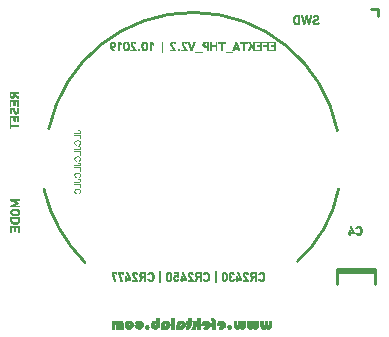
<source format=gbr>
G04 DipTrace 3.2.0.1*
G04 BottomSilk.gbr*
%MOIN*%
G04 #@! TF.FileFunction,Legend,Bot*
G04 #@! TF.Part,Single*
%ADD10C,0.009843*%
%ADD13C,0.002625*%
%ADD14C,0.001969*%
%ADD48C,0.003088*%
%FSLAX26Y26*%
G04*
G70*
G90*
G75*
G01*
G04 BotSilk*
%LPD*%
X608953Y-370861D2*
D10*
X482858D1*
X608953Y-363349D2*
X482858D1*
X608953D2*
X608899Y-410685D1*
X482858Y-363349D2*
X482912Y-410685D1*
X596385Y504474D2*
X621181Y504452D1*
X621769Y504252D2*
X621726Y479471D1*
X488558Y-96552D2*
G02X352349Y-336456I-420035J79862D01*
G01*
X-476660Y105853D2*
G02X485043Y99270I480161J-104241D01*
G01*
X-492918Y-97886D2*
G03X-356269Y-340373I494221J118762D01*
G01*
X525593Y-219228D2*
D14*
X529530D1*
X552168D2*
X558073D1*
X525967Y-220213D2*
X529904D1*
X550430D2*
X559963D1*
X526390Y-221197D2*
X530327D1*
X548997D2*
X561478D1*
X526847Y-222181D2*
X530784D1*
X547923D2*
X562619D1*
X527325Y-223165D2*
X531258D1*
X547069D2*
X553350D1*
X556892D2*
X563456D1*
X527811Y-224150D2*
X531713D1*
X546351D2*
X551827D1*
X558417D2*
X564075D1*
X528301Y-225134D2*
X532109D1*
X545827D2*
X550664D1*
X559602D2*
X564511D1*
X528792Y-226118D2*
X532459D1*
X545505D2*
X549849D1*
X560472D2*
X564794D1*
X529285Y-227102D2*
X532840D1*
X545278D2*
X549215D1*
X561109D2*
X565041D1*
X529776Y-228087D2*
X533271D1*
X561549D2*
X565329D1*
X530269Y-229071D2*
X533733D1*
X561801D2*
X565603D1*
X530760Y-230055D2*
X534213D1*
X561923D2*
X565783D1*
X522640Y-231039D2*
X525593D1*
X531249D2*
X534700D1*
X561977D2*
X565877D1*
X522640Y-232024D2*
X525593D1*
X531710D2*
X535191D1*
X561998D2*
X565919D1*
X522640Y-233008D2*
X525593D1*
X532108D2*
X535682D1*
X562006D2*
X565937D1*
X522640Y-233992D2*
X525593D1*
X532458D2*
X536174D1*
X562009D2*
X565944D1*
X522640Y-234976D2*
X525593D1*
X532840D2*
X536666D1*
X562010D2*
X565946D1*
X522640Y-235961D2*
X525593D1*
X533271D2*
X537159D1*
X562010D2*
X565943D1*
X522633Y-236945D2*
X525593D1*
X533736D2*
X537650D1*
X562007D2*
X565909D1*
X522564Y-237929D2*
X525593D1*
X534242D2*
X538139D1*
X561972D2*
X565784D1*
X522402Y-238913D2*
X525593D1*
X534811D2*
X538596D1*
X561843D2*
X565548D1*
X521864Y-239898D2*
X525593D1*
X535436D2*
X538959D1*
X561569D2*
X565292D1*
X521350Y-240882D2*
X539180D1*
X545278D2*
X549215D1*
X561149D2*
X565085D1*
X520963Y-241866D2*
X539292D1*
X545468D2*
X549798D1*
X560527D2*
X564865D1*
X521010Y-242850D2*
X539343D1*
X545842D2*
X550574D1*
X559705D2*
X564549D1*
X521494Y-243835D2*
X539373D1*
X546375D2*
X552419D1*
X557840D2*
X564115D1*
X521988Y-244819D2*
X525593D1*
X547002D2*
X555015D1*
X555234D2*
X563530D1*
X522325Y-245803D2*
X525593D1*
X547828D2*
X562709D1*
X522504Y-246787D2*
X525593D1*
X549009D2*
X561539D1*
X522590Y-247772D2*
X525593D1*
X550515D2*
X559936D1*
X522640Y-248756D2*
X525593D1*
X552168D2*
X558073D1*
X344832Y483532D2*
X358612D1*
X363533D2*
X367470D1*
X379281D2*
X382234D1*
X394045D2*
X397982D1*
X407824D2*
X415698D1*
X343094Y482548D2*
X358612D1*
X363869D2*
X367507D1*
X379243D2*
X382386D1*
X394007D2*
X397645D1*
X406094D2*
X417436D1*
X341665Y481564D2*
X358612D1*
X364166D2*
X367633D1*
X379117D2*
X382630D1*
X393881D2*
X397352D1*
X404549D2*
X418866D1*
X340621Y480579D2*
X358612D1*
X364387D2*
X367869D1*
X378877D2*
X382888D1*
X393645D2*
X397162D1*
X403752D2*
X419905D1*
X339859Y479595D2*
X346014D1*
X354675D2*
X358612D1*
X364609D2*
X368126D1*
X378590D2*
X383095D1*
X393389D2*
X397031D1*
X403639D2*
X408808D1*
X414517D2*
X420633D1*
X339251Y478611D2*
X344492D1*
X354675D2*
X358612D1*
X364888D2*
X368332D1*
X378293D2*
X383312D1*
X393183D2*
X396862D1*
X403887D2*
X405856D1*
X416038D2*
X421115D1*
X338747Y477627D2*
X343342D1*
X354675D2*
X358612D1*
X365162D2*
X368549D1*
X377966D2*
X383590D1*
X392966D2*
X396608D1*
X417184D2*
X421384D1*
X338365Y476642D2*
X342468D1*
X354675D2*
X358612D1*
X365375D2*
X368826D1*
X377668D2*
X383863D1*
X392688D2*
X396345D1*
X418046D2*
X421513D1*
X338138Y475658D2*
X342164D1*
X354675D2*
X358612D1*
X365595D2*
X369100D1*
X377445D2*
X384076D1*
X392419D2*
X396137D1*
X418299D2*
X421569D1*
X338024Y474674D2*
X342000D1*
X354675D2*
X358612D1*
X365873D2*
X369312D1*
X377221D2*
X384295D1*
X392237D2*
X395919D1*
X418157D2*
X421587D1*
X337974Y473690D2*
X341926D1*
X354675D2*
X358612D1*
X366147D2*
X369532D1*
X376942D2*
X384574D1*
X392108D2*
X395641D1*
X417645D2*
X421557D1*
X337954Y472705D2*
X341897D1*
X354675D2*
X358612D1*
X366360D2*
X369810D1*
X376667D2*
X379277D1*
X381060D2*
X384847D1*
X391940D2*
X395368D1*
X416204D2*
X421396D1*
X337946Y471721D2*
X341885D1*
X354675D2*
X358612D1*
X366579D2*
X370080D1*
X376454D2*
X379242D1*
X381670D2*
X385060D1*
X391687D2*
X395155D1*
X413940D2*
X420994D1*
X337944Y470737D2*
X341881D1*
X354675D2*
X358612D1*
X366857D2*
X370262D1*
X376235D2*
X379117D1*
X382125D2*
X385280D1*
X391424D2*
X394936D1*
X411072D2*
X420292D1*
X337943Y469753D2*
X341880D1*
X354675D2*
X358612D1*
X367131D2*
X370390D1*
X375957D2*
X378881D1*
X382521D2*
X385558D1*
X391215D2*
X394657D1*
X408291D2*
X419193D1*
X337942Y468768D2*
X341879D1*
X354675D2*
X358612D1*
X367344D2*
X370558D1*
X375683D2*
X378625D1*
X382846D2*
X385832D1*
X390998D2*
X394384D1*
X406108D2*
X417433D1*
X337942Y467784D2*
X341879D1*
X354675D2*
X358612D1*
X367563D2*
X370812D1*
X375470D2*
X378419D1*
X383080D2*
X386045D1*
X390720D2*
X394171D1*
X404582D2*
X414874D1*
X337942Y466800D2*
X341879D1*
X354675D2*
X358612D1*
X367841D2*
X371075D1*
X375251D2*
X378202D1*
X383307D2*
X386264D1*
X390450D2*
X393951D1*
X403558D2*
X411921D1*
X337942Y465816D2*
X341879D1*
X354675D2*
X358612D1*
X368115D2*
X371283D1*
X374972D2*
X377921D1*
X383588D2*
X386550D1*
X390264D2*
X393673D1*
X402858D2*
X409299D1*
X337942Y464831D2*
X341879D1*
X354675D2*
X358612D1*
X368328D2*
X371505D1*
X374698D2*
X377617D1*
X383863D2*
X386895D1*
X390096D2*
X393399D1*
X402393D2*
X407420D1*
X337946Y463847D2*
X341883D1*
X354675D2*
X358612D1*
X368547D2*
X371820D1*
X374483D2*
X377313D1*
X384076D2*
X387378D1*
X389864D2*
X393186D1*
X402133D2*
X406054D1*
X337981Y462863D2*
X341922D1*
X354675D2*
X358612D1*
X368826D2*
X372245D1*
X374237D2*
X376983D1*
X384295D2*
X388150D1*
X389086D2*
X392967D1*
X402007D2*
X405501D1*
X338110Y461879D2*
X342089D1*
X354675D2*
X358612D1*
X369096D2*
X372774D1*
X373856D2*
X376685D1*
X384578D2*
X392689D1*
X401957D2*
X405466D1*
X338380Y460894D2*
X342408D1*
X354675D2*
X358612D1*
X369278D2*
X376461D1*
X384882D2*
X392415D1*
X401974D2*
X405786D1*
X338762Y459910D2*
X343327D1*
X354675D2*
X358612D1*
X369406D2*
X376237D1*
X385186D2*
X392202D1*
X402129D2*
X406610D1*
X420619D2*
X421604D1*
X339212Y458926D2*
X346023D1*
X354675D2*
X358612D1*
X369574D2*
X375957D1*
X385515D2*
X391983D1*
X402526D2*
X409142D1*
X417220D2*
X422130D1*
X339758Y457942D2*
X350322D1*
X354675D2*
X358612D1*
X369827D2*
X375683D1*
X385814D2*
X391705D1*
X403185D2*
X412998D1*
X412845D2*
X422810D1*
X340534Y456957D2*
X358612D1*
X370087D2*
X375467D1*
X386041D2*
X391435D1*
X404083D2*
X423572D1*
X341690Y455973D2*
X358612D1*
X370261D2*
X375221D1*
X386291D2*
X391255D1*
X405302D2*
X421423D1*
X343186Y454989D2*
X358612D1*
X370359D2*
X374840D1*
X386674D2*
X391157D1*
X406931D2*
X419109D1*
X344832Y454005D2*
X358612D1*
X370423D2*
X374360D1*
X387155D2*
X391092D1*
X408808D2*
X416682D1*
X-108944Y-368810D2*
X-105007D1*
X76096D2*
X80033D1*
X-108944Y-369794D2*
X-105007D1*
X76096D2*
X80033D1*
X-108944Y-370779D2*
X-105007D1*
X76096D2*
X80033D1*
X-108944Y-371763D2*
X-105007D1*
X76096D2*
X80033D1*
X-267408Y-372747D2*
X-251660D1*
X-245755D2*
X-230007D1*
X-219180D2*
X-215243D1*
X-194573D2*
X-187684D1*
X-169967D2*
X-155203D1*
X-141424D2*
X-135518D1*
X-108944D2*
X-105007D1*
X-80400D2*
X-74495D1*
X-60715D2*
X-45951D1*
X-34140D2*
X-30203D1*
X-9534D2*
X-2644D1*
X15072D2*
X29836D1*
X43615D2*
X49521D1*
X76096D2*
X80033D1*
X104639D2*
X110545D1*
X128261D2*
X134167D1*
X149915D2*
X153852D1*
X174521D2*
X181411D1*
X199127D2*
X213891D1*
X227671D2*
X233576D1*
X-267404Y-373731D2*
X-251660D1*
X-245751D2*
X-230007D1*
X-218806D2*
X-214869D1*
X-195856D2*
X-186283D1*
X-171402D2*
X-155203D1*
X-143161D2*
X-133629D1*
X-108944D2*
X-105007D1*
X-81835D2*
X-73060D1*
X-60715D2*
X-45951D1*
X-33766D2*
X-29829D1*
X-10817D2*
X-1243D1*
X13637D2*
X29836D1*
X41878D2*
X51410D1*
X76096D2*
X80033D1*
X103204D2*
X111979D1*
X126826D2*
X135568D1*
X150289D2*
X154226D1*
X173238D2*
X182812D1*
X197693D2*
X213891D1*
X225933D2*
X235465D1*
X-267370Y-374716D2*
X-251660D1*
X-245716D2*
X-230007D1*
X-218383D2*
X-214446D1*
X-196844D2*
X-185146D1*
X-172630D2*
X-155203D1*
X-144595D2*
X-132114D1*
X-108944D2*
X-105007D1*
X-83063D2*
X-71832D1*
X-60715D2*
X-45951D1*
X-33344D2*
X-29407D1*
X-11805D2*
X-106D1*
X12409D2*
X29836D1*
X40444D2*
X52925D1*
X76096D2*
X80033D1*
X101976D2*
X113208D1*
X125598D2*
X136705D1*
X150712D2*
X154649D1*
X172250D2*
X183949D1*
X196464D2*
X213891D1*
X224499D2*
X236980D1*
X-267244Y-375700D2*
X-251660D1*
X-245591D2*
X-230007D1*
X-217926D2*
X-213989D1*
X-197588D2*
X-184293D1*
X-173598D2*
X-155203D1*
X-145669D2*
X-130973D1*
X-108944D2*
X-105007D1*
X-84027D2*
X-70868D1*
X-60715D2*
X-45951D1*
X-32886D2*
X-28949D1*
X-12548D2*
X747D1*
X11442D2*
X29836D1*
X39370D2*
X54066D1*
X76096D2*
X80033D1*
X101012D2*
X114171D1*
X124635D2*
X137558D1*
X151169D2*
X155106D1*
X171507D2*
X184802D1*
X195497D2*
X213891D1*
X223425D2*
X238121D1*
X-267005Y-376684D2*
X-263319D1*
X-254613D2*
X-251660D1*
X-245351D2*
X-241665D1*
X-232959D2*
X-230007D1*
X-217448D2*
X-213515D1*
X-198189D2*
X-192370D1*
X-189014D2*
X-183661D1*
X-174280D2*
X-168634D1*
X-159140D2*
X-155203D1*
X-146523D2*
X-140242D1*
X-136700D2*
X-130136D1*
X-108944D2*
X-105007D1*
X-84783D2*
X-79181D1*
X-75714D2*
X-70112D1*
X-49888D2*
X-45951D1*
X-32408D2*
X-28475D1*
X-13149D2*
X-7331D1*
X-3975D2*
X1378D1*
X10759D2*
X16406D1*
X25899D2*
X29836D1*
X38517D2*
X44797D1*
X48339D2*
X54903D1*
X76096D2*
X80033D1*
X100256D2*
X105858D1*
X109326D2*
X114927D1*
X123878D2*
X129595D1*
X133182D2*
X138189D1*
X151647D2*
X155580D1*
X170906D2*
X176724D1*
X180080D2*
X185433D1*
X194814D2*
X200461D1*
X209954D2*
X213891D1*
X222572D2*
X228852D1*
X232395D2*
X238958D1*
X-266718Y-377668D2*
X-263071D1*
X-254613D2*
X-251660D1*
X-245064D2*
X-241418D1*
X-232959D2*
X-230007D1*
X-216962D2*
X-213060D1*
X-198687D2*
X-193765D1*
X-187703D2*
X-183220D1*
X-174764D2*
X-169911D1*
X-159140D2*
X-155203D1*
X-147241D2*
X-141765D1*
X-135175D2*
X-129517D1*
X-108944D2*
X-105007D1*
X-85060D2*
X-80577D1*
X-74318D2*
X-69798D1*
X-49888D2*
X-45951D1*
X-31923D2*
X-28020D1*
X-13648D2*
X-8726D1*
X-2664D2*
X1820D1*
X10276D2*
X15128D1*
X25899D2*
X29836D1*
X37799D2*
X43275D1*
X49865D2*
X55523D1*
X76096D2*
X80033D1*
X99979D2*
X104463D1*
X110721D2*
X115242D1*
X123601D2*
X128317D1*
X134167D2*
X138631D1*
X152132D2*
X156035D1*
X170407D2*
X175329D1*
X181392D2*
X185875D1*
X194331D2*
X199184D1*
X209954D2*
X213891D1*
X221854D2*
X227330D1*
X233920D2*
X239578D1*
X-266421Y-378653D2*
X-262782D1*
X-254613D2*
X-251660D1*
X-244767D2*
X-241128D1*
X-232959D2*
X-230007D1*
X-216472D2*
X-212664D1*
X-199033D2*
X-194839D1*
X-186662D2*
X-182951D1*
X-175170D2*
X-170806D1*
X-159140D2*
X-155203D1*
X-147765D2*
X-142928D1*
X-133990D2*
X-129081D1*
X-108944D2*
X-105007D1*
X-85210D2*
X-81650D1*
X-73245D2*
X-69521D1*
X-49888D2*
X-45951D1*
X-31432D2*
X-27624D1*
X-13994D2*
X-9799D1*
X-1623D2*
X2088D1*
X9870D2*
X14233D1*
X25899D2*
X29836D1*
X37275D2*
X42112D1*
X51049D2*
X55959D1*
X76096D2*
X80033D1*
X99829D2*
X103390D1*
X111794D2*
X115518D1*
X123451D2*
X127426D1*
X135151D2*
X138899D1*
X152623D2*
X156431D1*
X170061D2*
X174256D1*
X182432D2*
X186143D1*
X193925D2*
X198288D1*
X209954D2*
X213891D1*
X221330D2*
X226167D1*
X235104D2*
X240014D1*
X-266094Y-379637D2*
X-262484D1*
X-254613D2*
X-251660D1*
X-244440D2*
X-240830D1*
X-232959D2*
X-230007D1*
X-215981D2*
X-212314D1*
X-199224D2*
X-195260D1*
X-185715D2*
X-182762D1*
X-175491D2*
X-171477D1*
X-159140D2*
X-155203D1*
X-148087D2*
X-143743D1*
X-133120D2*
X-128798D1*
X-108944D2*
X-105007D1*
X-85278D2*
X-82022D1*
X-72873D2*
X-69218D1*
X-49892D2*
X-45951D1*
X-30942D2*
X-27275D1*
X-14185D2*
X-10221D1*
X-676D2*
X2277D1*
X9548D2*
X13562D1*
X25899D2*
X29836D1*
X36953D2*
X41297D1*
X51919D2*
X56241D1*
X76096D2*
X80033D1*
X99762D2*
X103017D1*
X112167D2*
X115822D1*
X123387D2*
X126767D1*
X136135D2*
X139088D1*
X153114D2*
X156780D1*
X169870D2*
X173834D1*
X183379D2*
X186332D1*
X193603D2*
X197618D1*
X209954D2*
X213891D1*
X221008D2*
X225352D1*
X235974D2*
X240297D1*
X-265796Y-380621D2*
X-262153D1*
X-254613D2*
X-251660D1*
X-244142D2*
X-240499D1*
X-232959D2*
X-230007D1*
X-215488D2*
X-211933D1*
X-199031D2*
X-195265D1*
X-175657D2*
X-171675D1*
X-159140D2*
X-155203D1*
X-148314D2*
X-144377D1*
X-132483D2*
X-128551D1*
X-108944D2*
X-105007D1*
X-85305D2*
X-82222D1*
X-72673D2*
X-68938D1*
X-49930D2*
X-45951D1*
X-30449D2*
X-26894D1*
X-13992D2*
X-10226D1*
X9382D2*
X13364D1*
X25899D2*
X29836D1*
X36726D2*
X40663D1*
X52556D2*
X56488D1*
X76096D2*
X80033D1*
X99734D2*
X102817D1*
X112367D2*
X116102D1*
X123394D2*
X126595D1*
X153606D2*
X157162D1*
X170063D2*
X173829D1*
X193437D2*
X197419D1*
X209954D2*
X213891D1*
X220781D2*
X224718D1*
X236612D2*
X240543D1*
X-265572Y-381605D2*
X-261824D1*
X-243919D2*
X-240171D1*
X-214997D2*
X-211502D1*
X-198778D2*
X-195068D1*
X-175634D2*
X-171750D1*
X-159140D2*
X-155203D1*
X-132042D2*
X-128263D1*
X-108944D2*
X-105007D1*
X-85316D2*
X-82312D1*
X-72583D2*
X-68756D1*
X-50082D2*
X-45951D1*
X-29958D2*
X-26463D1*
X-13738D2*
X-10029D1*
X9406D2*
X13290D1*
X25899D2*
X29836D1*
X52997D2*
X56777D1*
X76096D2*
X80033D1*
X99724D2*
X102728D1*
X112456D2*
X116284D1*
X123513D2*
X126853D1*
X154097D2*
X157592D1*
X170317D2*
X174026D1*
X193461D2*
X197345D1*
X209954D2*
X213891D1*
X237052D2*
X240832D1*
X-265349Y-382590D2*
X-261510D1*
X-243695D2*
X-239856D1*
X-214504D2*
X-211040D1*
X-198493D2*
X-194719D1*
X-175440D2*
X-171503D1*
X-159140D2*
X-155203D1*
X-131791D2*
X-127989D1*
X-108944D2*
X-105007D1*
X-85320D2*
X-82348D1*
X-72547D2*
X-68661D1*
X-56778D2*
X-51857D1*
X-50418D2*
X-45951D1*
X-29465D2*
X-26001D1*
X-13454D2*
X-9679D1*
X9600D2*
X13536D1*
X25899D2*
X29836D1*
X53248D2*
X57050D1*
X76096D2*
X80033D1*
X99720D2*
X102691D1*
X112492D2*
X116379D1*
X123788D2*
X127277D1*
X154590D2*
X158054D1*
X170602D2*
X174376D1*
X193655D2*
X197591D1*
X209954D2*
X213891D1*
X237303D2*
X241105D1*
X-265065Y-383574D2*
X-261176D1*
X-243412D2*
X-239523D1*
X-214013D2*
X-210560D1*
X-198134D2*
X-194285D1*
X-175167D2*
X-170843D1*
X-159140D2*
X-155203D1*
X-131669D2*
X-127809D1*
X-108944D2*
X-105007D1*
X-85321D2*
X-82361D1*
X-72534D2*
X-68617D1*
X-58179D2*
X-45951D1*
X-28973D2*
X-25520D1*
X-13095D2*
X-9246D1*
X9872D2*
X14196D1*
X25899D2*
X29836D1*
X53371D2*
X57230D1*
X76096D2*
X80033D1*
X99718D2*
X102678D1*
X112506D2*
X116422D1*
X124240D2*
X128384D1*
X155082D2*
X158535D1*
X170960D2*
X174809D1*
X193927D2*
X198251D1*
X209954D2*
X213891D1*
X237426D2*
X241285D1*
X-264760Y-384558D2*
X-260876D1*
X-243106D2*
X-239222D1*
X-222133D2*
X-219180D1*
X-213524D2*
X-210073D1*
X-197682D2*
X-193782D1*
X-174839D2*
X-168251D1*
X-159140D2*
X-155203D1*
X-131615D2*
X-127715D1*
X-108944D2*
X-105007D1*
X-85321D2*
X-82366D1*
X-72529D2*
X-68600D1*
X-59316D2*
X-45951D1*
X-37093D2*
X-34140D1*
X-28484D2*
X-25034D1*
X-12643D2*
X-8743D1*
X10200D2*
X16789D1*
X25899D2*
X29836D1*
X53424D2*
X57324D1*
X76096D2*
X80033D1*
X99718D2*
X102673D1*
X112511D2*
X116440D1*
X124960D2*
X129706D1*
X146962D2*
X149915D1*
X155571D2*
X159021D1*
X171412D2*
X175312D1*
X194255D2*
X200844D1*
X209954D2*
X213891D1*
X237479D2*
X241379D1*
X-264456Y-385542D2*
X-260651D1*
X-242802D2*
X-238998D1*
X-222133D2*
X-219180D1*
X-213063D2*
X-209582D1*
X-197129D2*
X-193175D1*
X-174347D2*
X-163803D1*
X-159140D2*
X-155203D1*
X-131594D2*
X-127672D1*
X-108944D2*
X-105007D1*
X-85321D2*
X-82368D1*
X-72527D2*
X-68593D1*
X-60169D2*
X-45951D1*
X-37093D2*
X-34140D1*
X-28024D2*
X-24543D1*
X-12090D2*
X-8135D1*
X10693D2*
X21236D1*
X25899D2*
X29836D1*
X53446D2*
X57367D1*
X76096D2*
X80033D1*
X99718D2*
X102671D1*
X112512D2*
X116446D1*
X126022D2*
X130999D1*
X146962D2*
X149915D1*
X156031D2*
X159512D1*
X171965D2*
X175920D1*
X194748D2*
X205291D1*
X209954D2*
X213891D1*
X237501D2*
X241422D1*
X-264123Y-386527D2*
X-260428D1*
X-242469D2*
X-238774D1*
X-222133D2*
X-219180D1*
X-212665D2*
X-209091D1*
X-196505D2*
X-192449D1*
X-173623D2*
X-155203D1*
X-131586D2*
X-127655D1*
X-108944D2*
X-105007D1*
X-85322D2*
X-82369D1*
X-72527D2*
X-68591D1*
X-60801D2*
X-55756D1*
X-52038D2*
X-45951D1*
X-37093D2*
X-34140D1*
X-27626D2*
X-24052D1*
X-11466D2*
X-7410D1*
X11416D2*
X29836D1*
X53454D2*
X57385D1*
X76096D2*
X80033D1*
X99718D2*
X102671D1*
X112513D2*
X116449D1*
X127277D2*
X131641D1*
X146962D2*
X149915D1*
X156430D2*
X160003D1*
X172589D2*
X176645D1*
X195471D2*
X213891D1*
X237509D2*
X241440D1*
X-263793Y-387511D2*
X-260144D1*
X-242139D2*
X-238490D1*
X-222133D2*
X-219180D1*
X-212315D2*
X-208599D1*
X-195873D2*
X-191703D1*
X-172700D2*
X-155203D1*
X-131583D2*
X-127648D1*
X-108944D2*
X-105007D1*
X-85322D2*
X-82369D1*
X-72526D2*
X-68590D1*
X-61239D2*
X-56611D1*
X-50415D2*
X-45951D1*
X-37093D2*
X-34140D1*
X-27275D2*
X-23559D1*
X-10834D2*
X-6664D1*
X12340D2*
X29836D1*
X53457D2*
X57391D1*
X76096D2*
X80033D1*
X99718D2*
X102671D1*
X112513D2*
X116450D1*
X126112D2*
X131845D1*
X146962D2*
X149915D1*
X156780D2*
X160496D1*
X173221D2*
X177392D1*
X196395D2*
X213891D1*
X237512D2*
X241446D1*
X-263478Y-388495D2*
X-259839D1*
X-241825D2*
X-238185D1*
X-222133D2*
X-219180D1*
X-211933D2*
X-208107D1*
X-195197D2*
X-191004D1*
X-171741D2*
X-155203D1*
X-131582D2*
X-127646D1*
X-108944D2*
X-105007D1*
X-85322D2*
X-82369D1*
X-72526D2*
X-68589D1*
X-61490D2*
X-57321D1*
X-48904D2*
X-45951D1*
X-37093D2*
X-34140D1*
X-26894D2*
X-23068D1*
X-10157D2*
X-5965D1*
X13299D2*
X29836D1*
X53458D2*
X57394D1*
X76096D2*
X80033D1*
X99718D2*
X102671D1*
X112513D2*
X116450D1*
X125114D2*
X130491D1*
X146962D2*
X149915D1*
X157161D2*
X160987D1*
X173898D2*
X178090D1*
X197354D2*
X213891D1*
X237513D2*
X241449D1*
X-263145Y-389479D2*
X-259535D1*
X-241491D2*
X-237881D1*
X-222133D2*
X-219180D1*
X-211502D2*
X-207614D1*
X-194439D2*
X-190292D1*
X-170899D2*
X-155203D1*
X-131582D2*
X-127649D1*
X-108944D2*
X-105007D1*
X-85322D2*
X-82369D1*
X-72526D2*
X-68589D1*
X-61612D2*
X-57889D1*
X-37093D2*
X-34140D1*
X-26463D2*
X-22575D1*
X-9400D2*
X-5253D1*
X14141D2*
X29836D1*
X53458D2*
X57391D1*
X76096D2*
X80033D1*
X99718D2*
X102671D1*
X112513D2*
X116450D1*
X124327D2*
X129049D1*
X146962D2*
X149915D1*
X157592D2*
X161480D1*
X174655D2*
X178802D1*
X198196D2*
X213891D1*
X237513D2*
X241446D1*
X-262844Y-390464D2*
X-259201D1*
X-241191D2*
X-237548D1*
X-222140D2*
X-219180D1*
X-211037D2*
X-207123D1*
X-193679D2*
X-189491D1*
X-170695D2*
X-165874D1*
X-159140D2*
X-155203D1*
X-131585D2*
X-127683D1*
X-108944D2*
X-105007D1*
X-85322D2*
X-82369D1*
X-72526D2*
X-68589D1*
X-61666D2*
X-58302D1*
X-37093D2*
X-34140D1*
X-25998D2*
X-22084D1*
X-8640D2*
X-4452D1*
X14344D2*
X19165D1*
X25899D2*
X29836D1*
X53454D2*
X57356D1*
X76096D2*
X80033D1*
X99718D2*
X102671D1*
X112513D2*
X116450D1*
X123693D2*
X127856D1*
X146954D2*
X149915D1*
X158057D2*
X161971D1*
X175415D2*
X179603D1*
X198399D2*
X203220D1*
X209954D2*
X213891D1*
X237509D2*
X241412D1*
X-262620Y-391448D2*
X-258872D1*
X-240966D2*
X-237218D1*
X-222209D2*
X-219180D1*
X-210531D2*
X-206634D1*
X-192976D2*
X-188636D1*
X-170966D2*
X-166580D1*
X-159140D2*
X-155203D1*
X-131620D2*
X-127808D1*
X-108944D2*
X-105007D1*
X-85322D2*
X-82369D1*
X-72526D2*
X-68593D1*
X-61687D2*
X-58539D1*
X-37093D2*
X-34140D1*
X-25492D2*
X-21595D1*
X-7936D2*
X-3596D1*
X14073D2*
X18460D1*
X25899D2*
X29836D1*
X53420D2*
X57231D1*
X76096D2*
X80033D1*
X99718D2*
X102671D1*
X112513D2*
X116446D1*
X123173D2*
X126928D1*
X146885D2*
X149915D1*
X158563D2*
X162460D1*
X176119D2*
X180459D1*
X198128D2*
X202515D1*
X209954D2*
X213891D1*
X237475D2*
X241286D1*
X-262396Y-392432D2*
X-258557D1*
X-240743D2*
X-236904D1*
X-222371D2*
X-219180D1*
X-209962D2*
X-206177D1*
X-192266D2*
X-187820D1*
X-171420D2*
X-167180D1*
X-159140D2*
X-155203D1*
X-131749D2*
X-128044D1*
X-108944D2*
X-105007D1*
X-85322D2*
X-82369D1*
X-72526D2*
X-68628D1*
X-61695D2*
X-58623D1*
X-37093D2*
X-34140D1*
X-24922D2*
X-21138D1*
X-7226D2*
X-2780D1*
X13620D2*
X17859D1*
X25899D2*
X29836D1*
X53290D2*
X56995D1*
X76096D2*
X80033D1*
X99718D2*
X102671D1*
X112513D2*
X116412D1*
X122784D2*
X126599D1*
X146724D2*
X149915D1*
X159133D2*
X162917D1*
X176829D2*
X181275D1*
X197675D2*
X201914D1*
X209954D2*
X213891D1*
X237345D2*
X241051D1*
X-262112Y-393416D2*
X-258223D1*
X-240459D2*
X-236570D1*
X-222909D2*
X-219180D1*
X-209337D2*
X-205814D1*
X-191495D2*
X-187089D1*
X-171996D2*
X-167722D1*
X-159140D2*
X-155203D1*
X-132023D2*
X-128300D1*
X-108944D2*
X-105007D1*
X-85322D2*
X-82365D1*
X-72530D2*
X-68753D1*
X-61698D2*
X-58546D1*
X-37093D2*
X-34140D1*
X-24298D2*
X-20774D1*
X-6455D2*
X-2049D1*
X13043D2*
X17318D1*
X25899D2*
X29836D1*
X53016D2*
X56739D1*
X76096D2*
X80033D1*
X99718D2*
X102674D1*
X112509D2*
X116286D1*
X122557D2*
X126426D1*
X146185D2*
X149915D1*
X159757D2*
X163281D1*
X177600D2*
X182006D1*
X197099D2*
X201373D1*
X209954D2*
X213891D1*
X237071D2*
X240794D1*
X-261807Y-394401D2*
X-257923D1*
X-240154D2*
X-236269D1*
X-223423D2*
X-205593D1*
X-190730D2*
X-186367D1*
X-172576D2*
X-168233D1*
X-159140D2*
X-155203D1*
X-148314D2*
X-144377D1*
X-132443D2*
X-128506D1*
X-108944D2*
X-105007D1*
X-85322D2*
X-82323D1*
X-72572D2*
X-68989D1*
X-61695D2*
X-58293D1*
X-39062D2*
X-20553D1*
X-5690D2*
X-1328D1*
X12464D2*
X16807D1*
X25899D2*
X29836D1*
X36726D2*
X40663D1*
X52596D2*
X56533D1*
X76096D2*
X80033D1*
X99718D2*
X102717D1*
X112467D2*
X116051D1*
X122477D2*
X126389D1*
X145671D2*
X163502D1*
X178365D2*
X182727D1*
X196519D2*
X200862D1*
X209954D2*
X213891D1*
X220781D2*
X224718D1*
X236651D2*
X240588D1*
X-261503Y-395385D2*
X-257699D1*
X-239850D2*
X-236045D1*
X-223810D2*
X-205481D1*
X-190024D2*
X-185592D1*
X-173121D2*
X-168733D1*
X-159140D2*
X-155203D1*
X-148124D2*
X-143794D1*
X-133065D2*
X-128727D1*
X-108944D2*
X-105007D1*
X-85318D2*
X-82219D1*
X-72676D2*
X-69245D1*
X-61661D2*
X-57873D1*
X-48904D2*
X-45951D1*
X-39062D2*
X-20442D1*
X-4984D2*
X-552D1*
X11919D2*
X16306D1*
X25899D2*
X29836D1*
X36915D2*
X41246D1*
X51975D2*
X56312D1*
X76096D2*
X80033D1*
X99722D2*
X102821D1*
X112363D2*
X115794D1*
X122556D2*
X126453D1*
X136135D2*
X140072D1*
X145285D2*
X163613D1*
X179071D2*
X183503D1*
X195974D2*
X200361D1*
X209954D2*
X213891D1*
X220970D2*
X225301D1*
X236030D2*
X240368D1*
X-261170Y-396369D2*
X-257475D1*
X-239516D2*
X-235821D1*
X-223763D2*
X-205430D1*
X-189310D2*
X-184829D1*
X-173640D2*
X-169227D1*
X-159140D2*
X-155203D1*
X-147750D2*
X-143018D1*
X-133887D2*
X-129043D1*
X-108944D2*
X-105007D1*
X-85279D2*
X-81675D1*
X-73220D2*
X-69455D1*
X-61532D2*
X-57333D1*
X-49552D2*
X-46107D1*
X-39062D2*
X-20391D1*
X-4270D2*
X210D1*
X11399D2*
X15812D1*
X25899D2*
X29836D1*
X37289D2*
X42021D1*
X51152D2*
X55996D1*
X76096D2*
X80033D1*
X99760D2*
X103365D1*
X111819D2*
X115584D1*
X122806D2*
X126990D1*
X135487D2*
X139694D1*
X145331D2*
X163665D1*
X179785D2*
X184266D1*
X195454D2*
X199867D1*
X209954D2*
X213891D1*
X221344D2*
X226076D1*
X235207D2*
X240052D1*
X-260840Y-397353D2*
X-257191D1*
X-239187D2*
X-235538D1*
X-223279D2*
X-205400D1*
X-188504D2*
X-184161D1*
X-174143D2*
X-169721D1*
X-159140D2*
X-155203D1*
X-147217D2*
X-141173D1*
X-135752D2*
X-129476D1*
X-108944D2*
X-105007D1*
X-85115D2*
X-79990D1*
X-74905D2*
X-69710D1*
X-61258D2*
X-56029D1*
X-51263D2*
X-46390D1*
X-39062D2*
X-20361D1*
X-3465D2*
X878D1*
X10897D2*
X15318D1*
X25899D2*
X29836D1*
X37822D2*
X43867D1*
X49287D2*
X55563D1*
X76096D2*
X80033D1*
X99924D2*
X105049D1*
X110134D2*
X115329D1*
X123183D2*
X128673D1*
X133776D2*
X139237D1*
X145816D2*
X163694D1*
X180590D2*
X184934D1*
X194952D2*
X199373D1*
X209954D2*
X213891D1*
X221877D2*
X227922D1*
X233342D2*
X239618D1*
X-260526Y-398338D2*
X-256886D1*
X-238872D2*
X-235232D1*
X-222784D2*
X-219180D1*
X-187619D2*
X-183610D1*
X-174640D2*
X-170213D1*
X-159140D2*
X-155203D1*
X-146590D2*
X-138577D1*
X-138358D2*
X-130062D1*
X-108944D2*
X-105007D1*
X-84712D2*
X-77490D1*
X-77405D2*
X-70156D1*
X-60837D2*
X-54134D1*
X-53776D2*
X-46812D1*
X-37093D2*
X-34140D1*
X-2580D2*
X1429D1*
X10399D2*
X14827D1*
X25899D2*
X29836D1*
X38449D2*
X46462D1*
X46681D2*
X54977D1*
X76096D2*
X80033D1*
X100327D2*
X107549D1*
X107634D2*
X114884D1*
X123665D2*
X131172D1*
X131263D2*
X138647D1*
X146310D2*
X149915D1*
X181475D2*
X185484D1*
X194454D2*
X198882D1*
X209954D2*
X213891D1*
X222505D2*
X230517D1*
X230736D2*
X239032D1*
X-260192Y-399322D2*
X-256581D1*
X-238538D2*
X-234928D1*
X-222448D2*
X-219180D1*
X-199495D2*
X-183204D1*
X-175136D2*
X-170703D1*
X-159140D2*
X-155203D1*
X-145764D2*
X-130883D1*
X-108944D2*
X-105007D1*
X-84022D2*
X-70862D1*
X-60229D2*
X-47422D1*
X-37093D2*
X-34140D1*
X-14455D2*
X1835D1*
X9903D2*
X14337D1*
X25899D2*
X29836D1*
X39276D2*
X54157D1*
X76096D2*
X80033D1*
X101017D2*
X114177D1*
X124335D2*
X137861D1*
X146646D2*
X149915D1*
X169600D2*
X185891D1*
X193958D2*
X198392D1*
X209954D2*
X213891D1*
X223331D2*
X238212D1*
X-259893Y-400306D2*
X-256243D1*
X-238239D2*
X-234590D1*
X-222269D2*
X-219180D1*
X-199495D2*
X-182964D1*
X-175655D2*
X-171168D1*
X-159140D2*
X-155203D1*
X-144583D2*
X-132053D1*
X-108944D2*
X-105007D1*
X-83047D2*
X-71844D1*
X-59334D2*
X-48317D1*
X-37093D2*
X-34140D1*
X-14455D2*
X2075D1*
X9384D2*
X13871D1*
X25899D2*
X29836D1*
X40456D2*
X52987D1*
X76096D2*
X80033D1*
X101992D2*
X113195D1*
X125341D2*
X136842D1*
X146826D2*
X149915D1*
X169600D2*
X186130D1*
X193439D2*
X197926D1*
X209954D2*
X213891D1*
X224511D2*
X237042D1*
X-259687Y-401290D2*
X-255906D1*
X-238034D2*
X-234252D1*
X-222183D2*
X-219180D1*
X-199495D2*
X-182841D1*
X-176230D2*
X-171578D1*
X-159140D2*
X-155203D1*
X-143076D2*
X-133656D1*
X-108944D2*
X-105007D1*
X-81798D2*
X-73096D1*
X-58138D2*
X-49513D1*
X-37093D2*
X-34140D1*
X-14455D2*
X2199D1*
X8810D2*
X13461D1*
X25899D2*
X29836D1*
X41963D2*
X51383D1*
X76096D2*
X80033D1*
X103241D2*
X111944D1*
X126714D2*
X135574D1*
X146911D2*
X149915D1*
X169600D2*
X186254D1*
X192865D2*
X197516D1*
X209954D2*
X213891D1*
X226018D2*
X235438D1*
X-259534Y-402275D2*
X-255597D1*
X-237881D2*
X-233944D1*
X-222133D2*
X-219180D1*
X-199495D2*
X-182762D1*
X-176857D2*
X-171936D1*
X-159140D2*
X-155203D1*
X-141424D2*
X-135518D1*
X-108944D2*
X-105007D1*
X-80400D2*
X-74495D1*
X-56778D2*
X-50873D1*
X-37093D2*
X-34140D1*
X-14455D2*
X2277D1*
X8182D2*
X13104D1*
X25899D2*
X29836D1*
X43615D2*
X49521D1*
X76096D2*
X80033D1*
X104639D2*
X110545D1*
X128261D2*
X134167D1*
X146962D2*
X149915D1*
X169600D2*
X186332D1*
X192238D2*
X197159D1*
X209954D2*
X213891D1*
X227671D2*
X233576D1*
X-108944Y-403259D2*
X-105007D1*
X76096D2*
X80033D1*
X-108944Y-404243D2*
X-105007D1*
X76096D2*
X80033D1*
X-108944Y-405227D2*
X-105007D1*
X76096D2*
X80033D1*
X-108944Y-406212D2*
X-105007D1*
X76096D2*
X80033D1*
X-607745Y228919D2*
X-578217D1*
X-607745Y227934D2*
X-578217D1*
X-607745Y226950D2*
X-578217D1*
X-607745Y225966D2*
X-578217D1*
X-607745Y224982D2*
X-604792D1*
X-594949D2*
X-591012D1*
X-607745Y223997D2*
X-604792D1*
X-594949D2*
X-591012D1*
X-607745Y223013D2*
X-604792D1*
X-594949D2*
X-591012D1*
X-607745Y222029D2*
X-604792D1*
X-594949D2*
X-591009D1*
X-607745Y221045D2*
X-604792D1*
X-594949D2*
X-590966D1*
X-607745Y220060D2*
X-604792D1*
X-594949D2*
X-590863D1*
X-607745Y219076D2*
X-604792D1*
X-594949D2*
X-590365D1*
X-607745Y218092D2*
X-604788D1*
X-594953D2*
X-589190D1*
X-607745Y217108D2*
X-604746D1*
X-594996D2*
X-587684D1*
X-607741Y216123D2*
X-604642D1*
X-595099D2*
X-585937D1*
X-607702Y215139D2*
X-604098D1*
X-595643D2*
X-584072D1*
X-607539Y214155D2*
X-602413D1*
X-597328D2*
X-582217D1*
X-607139Y213171D2*
X-599913D1*
X-599828D2*
X-591848D1*
X-589044D2*
X-580591D1*
X-606487Y212186D2*
X-592626D1*
X-587079D2*
X-579243D1*
X-605664Y211202D2*
X-593505D1*
X-585148D2*
X-578717D1*
X-604751Y210218D2*
X-594638D1*
X-583332D2*
X-578431D1*
X-603808Y209234D2*
X-595934D1*
X-581700D2*
X-578296D1*
X-580186Y208249D2*
X-578217D1*
X-607745Y200375D2*
X-578217D1*
X-607745Y199391D2*
X-578217D1*
X-607745Y198407D2*
X-578217D1*
X-607745Y197423D2*
X-578217D1*
X-607745Y196438D2*
X-604792D1*
X-594949D2*
X-591012D1*
X-582154D2*
X-578217D1*
X-607745Y195454D2*
X-604792D1*
X-594949D2*
X-591012D1*
X-582154D2*
X-578217D1*
X-607745Y194470D2*
X-604792D1*
X-594949D2*
X-591012D1*
X-582154D2*
X-578217D1*
X-607745Y193486D2*
X-604792D1*
X-594949D2*
X-591012D1*
X-582154D2*
X-578217D1*
X-607745Y192501D2*
X-604792D1*
X-594949D2*
X-591012D1*
X-582154D2*
X-578217D1*
X-607745Y191517D2*
X-604792D1*
X-594949D2*
X-591012D1*
X-582154D2*
X-578217D1*
X-607745Y190533D2*
X-604792D1*
X-594949D2*
X-591012D1*
X-582154D2*
X-578217D1*
X-607745Y189549D2*
X-604792D1*
X-594949D2*
X-591012D1*
X-582154D2*
X-578217D1*
X-607745Y188564D2*
X-604792D1*
X-594949D2*
X-591012D1*
X-582154D2*
X-578217D1*
X-607745Y187580D2*
X-604792D1*
X-594946D2*
X-591012D1*
X-582154D2*
X-578217D1*
X-607745Y186596D2*
X-604792D1*
X-594908D2*
X-591012D1*
X-582154D2*
X-578217D1*
X-607745Y185612D2*
X-604792D1*
X-594756D2*
X-591012D1*
X-582154D2*
X-578217D1*
X-607745Y184627D2*
X-604792D1*
X-594420D2*
X-591012D1*
X-582154D2*
X-578217D1*
X-607745Y183643D2*
X-604792D1*
X-593965D2*
X-591012D1*
X-582154D2*
X-578217D1*
X-607745Y182659D2*
X-604792D1*
X-582154D2*
X-578217D1*
X-607745Y181675D2*
X-604792D1*
X-582154D2*
X-578217D1*
X-600855Y175769D2*
X-598886D1*
X-583138D2*
X-581170D1*
X-602744Y174785D2*
X-596997D1*
X-583536D2*
X-580564D1*
X-604259Y173801D2*
X-595486D1*
X-583466D2*
X-580037D1*
X-605400Y172816D2*
X-594376D1*
X-583210D2*
X-579635D1*
X-606237Y171832D2*
X-593630D1*
X-582861D2*
X-579365D1*
X-606856Y170848D2*
X-602668D1*
X-597108D2*
X-593121D1*
X-582541D2*
X-579122D1*
X-607289Y169864D2*
X-603369D1*
X-596497D2*
X-592705D1*
X-582337D2*
X-578835D1*
X-607537Y168879D2*
X-603935D1*
X-596042D2*
X-592376D1*
X-582232D2*
X-578562D1*
X-607658Y167895D2*
X-604347D1*
X-595647D2*
X-592171D1*
X-582185D2*
X-578382D1*
X-607711Y166911D2*
X-604588D1*
X-595325D2*
X-592034D1*
X-582166D2*
X-578288D1*
X-607732Y165927D2*
X-604707D1*
X-595122D2*
X-591862D1*
X-582158D2*
X-578249D1*
X-607740Y164942D2*
X-604755D1*
X-594986D2*
X-591604D1*
X-582159D2*
X-578266D1*
X-607743Y163958D2*
X-604741D1*
X-594815D2*
X-591310D1*
X-582197D2*
X-578385D1*
X-607740Y162974D2*
X-604620D1*
X-594557D2*
X-590991D1*
X-582289D2*
X-578622D1*
X-607706Y161990D2*
X-604349D1*
X-594263D2*
X-590607D1*
X-582744D2*
X-578908D1*
X-607577Y161005D2*
X-603934D1*
X-593959D2*
X-589699D1*
X-584323D2*
X-579209D1*
X-607304Y160021D2*
X-603365D1*
X-593593D2*
X-587602D1*
X-586863D2*
X-579574D1*
X-606897Y159037D2*
X-602640D1*
X-593131D2*
X-580040D1*
X-606374Y158052D2*
X-601839D1*
X-592505D2*
X-580703D1*
X-605776Y157068D2*
X-603808D1*
X-591604D2*
X-581756D1*
X-590405Y156084D2*
X-583291D1*
X-589044Y155100D2*
X-585107D1*
X-607745Y148210D2*
X-578217D1*
X-607745Y147226D2*
X-578217D1*
X-607745Y146241D2*
X-578217D1*
X-607745Y145257D2*
X-578217D1*
X-607745Y144273D2*
X-604792D1*
X-594949D2*
X-591012D1*
X-582154D2*
X-578217D1*
X-607745Y143289D2*
X-604792D1*
X-594949D2*
X-591012D1*
X-582154D2*
X-578217D1*
X-607745Y142304D2*
X-604792D1*
X-594949D2*
X-591012D1*
X-582154D2*
X-578217D1*
X-607745Y141320D2*
X-604792D1*
X-594949D2*
X-591012D1*
X-582154D2*
X-578217D1*
X-607745Y140336D2*
X-604792D1*
X-594949D2*
X-591012D1*
X-582154D2*
X-578217D1*
X-607745Y139352D2*
X-604792D1*
X-594949D2*
X-591012D1*
X-582154D2*
X-578217D1*
X-607745Y138367D2*
X-604792D1*
X-594949D2*
X-591012D1*
X-582154D2*
X-578217D1*
X-607745Y137383D2*
X-604792D1*
X-594949D2*
X-591012D1*
X-582154D2*
X-578217D1*
X-607745Y136399D2*
X-604792D1*
X-594949D2*
X-591012D1*
X-582154D2*
X-578217D1*
X-607745Y135415D2*
X-604792D1*
X-594946D2*
X-591012D1*
X-582154D2*
X-578217D1*
X-607745Y134430D2*
X-604792D1*
X-594908D2*
X-591012D1*
X-582154D2*
X-578217D1*
X-607745Y133446D2*
X-604792D1*
X-594756D2*
X-591012D1*
X-582154D2*
X-578217D1*
X-607745Y132462D2*
X-604792D1*
X-594420D2*
X-591012D1*
X-582154D2*
X-578217D1*
X-607745Y131478D2*
X-604792D1*
X-593965D2*
X-591012D1*
X-582154D2*
X-578217D1*
X-607745Y130493D2*
X-604792D1*
X-582154D2*
X-578217D1*
X-607745Y129509D2*
X-604792D1*
X-582154D2*
X-578217D1*
X-607745Y126556D2*
X-604792D1*
X-607745Y125572D2*
X-604792D1*
X-607745Y124588D2*
X-604792D1*
X-607745Y123604D2*
X-604792D1*
X-607745Y122619D2*
X-604792D1*
X-607745Y121635D2*
X-604792D1*
X-607745Y120651D2*
X-604792D1*
X-607745Y119667D2*
X-604792D1*
X-607745Y118682D2*
X-578217D1*
X-607745Y117698D2*
X-578217D1*
X-607745Y116714D2*
X-578217D1*
X-607745Y115730D2*
X-578217D1*
X-607745Y114745D2*
X-578217D1*
X-607745Y113761D2*
X-604792D1*
X-607745Y112777D2*
X-604792D1*
X-607745Y111793D2*
X-604792D1*
X-607745Y110808D2*
X-604792D1*
X-607745Y109824D2*
X-604792D1*
X-607745Y108840D2*
X-604792D1*
X-607745Y107856D2*
X-604792D1*
X-607745Y106871D2*
X-604792D1*
X-604990Y-129364D2*
X-575463D1*
X-604945Y-130348D2*
X-575463D1*
X-604840Y-131332D2*
X-575463D1*
X-604342Y-132316D2*
X-575463D1*
X-603164Y-133301D2*
X-595148D1*
X-601623Y-134285D2*
X-593175D1*
X-599751Y-135269D2*
X-591172D1*
X-597642Y-136253D2*
X-589078D1*
X-595455Y-137238D2*
X-586882D1*
X-593302Y-138222D2*
X-584738D1*
X-591196Y-139206D2*
X-582925D1*
X-589247Y-140190D2*
X-581460D1*
X-587641Y-141175D2*
X-580829D1*
X-586289Y-142159D2*
X-580707D1*
X-588295Y-143143D2*
X-581205D1*
X-590390Y-144127D2*
X-582623D1*
X-592594Y-145112D2*
X-584410D1*
X-594819Y-146096D2*
X-586449D1*
X-596990Y-147080D2*
X-588648D1*
X-599133Y-148064D2*
X-590872D1*
X-601177Y-149049D2*
X-593017D1*
X-602851Y-150033D2*
X-595083D1*
X-604138Y-151017D2*
X-575463D1*
X-604583Y-152001D2*
X-575463D1*
X-604831Y-152986D2*
X-575463D1*
X-604990Y-153970D2*
X-575463D1*
X-597116Y-161844D2*
X-583337D1*
X-599308Y-162828D2*
X-581565D1*
X-601024Y-163812D2*
X-580040D1*
X-602242Y-164797D2*
X-578856D1*
X-603158Y-165781D2*
X-577986D1*
X-603902Y-166765D2*
X-599047D1*
X-582356D2*
X-577345D1*
X-604432Y-167749D2*
X-599901D1*
X-581410D2*
X-576869D1*
X-604737Y-168734D2*
X-600611D1*
X-580590D2*
X-576493D1*
X-604885Y-169718D2*
X-601179D1*
X-580005D2*
X-576134D1*
X-604950Y-170702D2*
X-601592D1*
X-579673D2*
X-575829D1*
X-604975Y-171686D2*
X-601829D1*
X-579516D2*
X-575640D1*
X-604985Y-172671D2*
X-601910D1*
X-579482D2*
X-575575D1*
X-604985Y-173655D2*
X-601882D1*
X-579583D2*
X-575656D1*
X-604951Y-174639D2*
X-601437D1*
X-579855D2*
X-575877D1*
X-604822Y-175623D2*
X-600738D1*
X-580344D2*
X-576161D1*
X-604548Y-176608D2*
X-599750D1*
X-581036D2*
X-576494D1*
X-604132Y-177592D2*
X-598439D1*
X-582724D2*
X-576984D1*
X-603557Y-178576D2*
X-596854D1*
X-584881D2*
X-577681D1*
X-602776Y-179560D2*
X-578559D1*
X-601759Y-180545D2*
X-579633D1*
X-600492Y-181529D2*
X-580928D1*
X-599085Y-182513D2*
X-582352D1*
X-604990Y-190387D2*
X-575463D1*
X-604990Y-191371D2*
X-575463D1*
X-604990Y-192356D2*
X-575463D1*
X-604990Y-193340D2*
X-575463D1*
X-604990Y-194324D2*
X-602037D1*
X-579400D2*
X-575463D1*
X-604990Y-195308D2*
X-602037D1*
X-579400D2*
X-575463D1*
X-604990Y-196293D2*
X-602037D1*
X-579400D2*
X-575463D1*
X-604990Y-197277D2*
X-602037D1*
X-579400D2*
X-575463D1*
X-604990Y-198261D2*
X-602037D1*
X-579400D2*
X-575463D1*
X-604990Y-199245D2*
X-602034D1*
X-579400D2*
X-575466D1*
X-604990Y-200230D2*
X-601999D1*
X-579403D2*
X-575501D1*
X-604986Y-201214D2*
X-601870D1*
X-579442D2*
X-575626D1*
X-604952Y-202198D2*
X-601595D1*
X-579606D2*
X-575866D1*
X-604822Y-203182D2*
X-601179D1*
X-580005D2*
X-576153D1*
X-604552Y-204167D2*
X-600608D1*
X-580657D2*
X-576454D1*
X-604167Y-205151D2*
X-599866D1*
X-581481D2*
X-576819D1*
X-603686Y-206135D2*
X-599006D1*
X-582393D2*
X-577281D1*
X-603046Y-207119D2*
X-577912D1*
X-602122Y-208104D2*
X-578863D1*
X-600803Y-209088D2*
X-580279D1*
X-599077Y-210072D2*
X-582176D1*
X-597116Y-211056D2*
X-584321D1*
X-604990Y-218930D2*
X-575463D1*
X-604990Y-219915D2*
X-575463D1*
X-604990Y-220899D2*
X-575463D1*
X-604990Y-221883D2*
X-575463D1*
X-604990Y-222867D2*
X-602037D1*
X-592195D2*
X-588258D1*
X-579400D2*
X-575463D1*
X-604990Y-223852D2*
X-602037D1*
X-592195D2*
X-588258D1*
X-579400D2*
X-575463D1*
X-604990Y-224836D2*
X-602037D1*
X-592195D2*
X-588258D1*
X-579400D2*
X-575463D1*
X-604990Y-225820D2*
X-602037D1*
X-592195D2*
X-588258D1*
X-579400D2*
X-575463D1*
X-604990Y-226804D2*
X-602037D1*
X-592195D2*
X-588258D1*
X-579400D2*
X-575463D1*
X-604990Y-227789D2*
X-602037D1*
X-592195D2*
X-588258D1*
X-579400D2*
X-575463D1*
X-604990Y-228773D2*
X-602037D1*
X-592195D2*
X-588258D1*
X-579400D2*
X-575463D1*
X-604990Y-229757D2*
X-602037D1*
X-592195D2*
X-588258D1*
X-579400D2*
X-575463D1*
X-604990Y-230741D2*
X-602037D1*
X-592195D2*
X-588258D1*
X-579400D2*
X-575463D1*
X-604990Y-231726D2*
X-602037D1*
X-592191D2*
X-588258D1*
X-579400D2*
X-575463D1*
X-604990Y-232710D2*
X-602037D1*
X-592154D2*
X-588258D1*
X-579400D2*
X-575463D1*
X-604990Y-233694D2*
X-602037D1*
X-592001D2*
X-588258D1*
X-579400D2*
X-575463D1*
X-604990Y-234678D2*
X-602037D1*
X-591665D2*
X-588258D1*
X-579400D2*
X-575463D1*
X-604990Y-235663D2*
X-602037D1*
X-591211D2*
X-588258D1*
X-579400D2*
X-575463D1*
X-604990Y-236647D2*
X-602037D1*
X-579400D2*
X-575463D1*
X-604990Y-237631D2*
X-602037D1*
X-579400D2*
X-575463D1*
X-267598Y395762D2*
X-261693D1*
X-244961D2*
X-243976D1*
X-223307D2*
X-217402D1*
X-198701D2*
X-191811D1*
X-162283D2*
X-156378D1*
X-138661D2*
X-137677D1*
X-66811D2*
X-59921D1*
X-28425D2*
X-21535D1*
X-14646D2*
X-10709D1*
X5039D2*
X8976D1*
X42441D2*
X53268D1*
X61142D2*
X64094D1*
X78858D2*
X81811D1*
X86732D2*
X110354D1*
X145787D2*
X146772D1*
X160551D2*
X184173D1*
X187126D2*
X191063D1*
X202874D2*
X206811D1*
X211732D2*
X229449D1*
X234370D2*
X253071D1*
X257992D2*
X275709D1*
X-269033Y394778D2*
X-260258D1*
X-244961D2*
X-242988D1*
X-224708D2*
X-215967D1*
X-200136D2*
X-190418D1*
X-163685D2*
X-154943D1*
X-138661D2*
X-136689D1*
X-101260D2*
X-99291D1*
X-68246D2*
X-58528D1*
X-29860D2*
X-20142D1*
X-14154D2*
X-10368D1*
X4887D2*
X8636D1*
X40249D2*
X53268D1*
X61142D2*
X64094D1*
X78858D2*
X81811D1*
X86732D2*
X110354D1*
X145631D2*
X147146D1*
X160551D2*
X184173D1*
X187958D2*
X191895D1*
X202874D2*
X206811D1*
X211732D2*
X229449D1*
X234370D2*
X253071D1*
X257992D2*
X275709D1*
X-270262Y393794D2*
X-259026D1*
X-244961D2*
X-241966D1*
X-225845D2*
X-214735D1*
X-201364D2*
X-189202D1*
X-164821D2*
X-153711D1*
X-138661D2*
X-135666D1*
X-101260D2*
X-99291D1*
X-69474D2*
X-57312D1*
X-31088D2*
X-18926D1*
X-13745D2*
X-10041D1*
X4639D2*
X8309D1*
X38536D2*
X53268D1*
X61142D2*
X64094D1*
X78858D2*
X81811D1*
X86732D2*
X110354D1*
X145353D2*
X147569D1*
X160551D2*
X184173D1*
X188695D2*
X192632D1*
X202874D2*
X206811D1*
X211732D2*
X229449D1*
X234370D2*
X253071D1*
X257992D2*
X275709D1*
X-271229Y392810D2*
X-258028D1*
X-244961D2*
X-240821D1*
X-226698D2*
X-213736D1*
X-202327D2*
X-188589D1*
X-165674D2*
X-152713D1*
X-138661D2*
X-134522D1*
X-101260D2*
X-99291D1*
X-70438D2*
X-56704D1*
X-32052D2*
X-18318D1*
X-13362D2*
X-9729D1*
X4350D2*
X7996D1*
X37350D2*
X53268D1*
X61142D2*
X64094D1*
X78858D2*
X81811D1*
X86732D2*
X110354D1*
X144973D2*
X148026D1*
X160551D2*
X184173D1*
X189389D2*
X193326D1*
X202874D2*
X206811D1*
X211732D2*
X229449D1*
X234370D2*
X253071D1*
X257992D2*
X275709D1*
X-271912Y391825D2*
X-267561D1*
X-261730D2*
X-257254D1*
X-244961D2*
X-239480D1*
X-227333D2*
X-221973D1*
X-217751D2*
X-212959D1*
X-203084D2*
X-198545D1*
X-192795D2*
X-188563D1*
X-166310D2*
X-160950D1*
X-156727D2*
X-151935D1*
X-138661D2*
X-133181D1*
X-101260D2*
X-99291D1*
X-71194D2*
X-66655D1*
X-61086D2*
X-56728D1*
X-32808D2*
X-28269D1*
X-22701D2*
X-18342D1*
X-13012D2*
X-9393D1*
X4048D2*
X7661D1*
X36524D2*
X42638D1*
X50315D2*
X53268D1*
X61142D2*
X64094D1*
X78858D2*
X81811D1*
X97559D2*
X100512D1*
X144561D2*
X148500D1*
X171378D2*
X174331D1*
X190076D2*
X194013D1*
X202874D2*
X206811D1*
X226496D2*
X229449D1*
X249134D2*
X253071D1*
X272756D2*
X275709D1*
X-272395Y390841D2*
X-268415D1*
X-260876D2*
X-256661D1*
X-244961D2*
X-238046D1*
X-227807D2*
X-223251D1*
X-216474D2*
X-212331D1*
X-203361D2*
X-199243D1*
X-190827D2*
X-188858D1*
X-166783D2*
X-162227D1*
X-155450D2*
X-151307D1*
X-138661D2*
X-131747D1*
X-101260D2*
X-99291D1*
X-71471D2*
X-67353D1*
X-59463D2*
X-57291D1*
X-33085D2*
X-28967D1*
X-21077D2*
X-18905D1*
X-12689D2*
X-9062D1*
X3686D2*
X7330D1*
X35891D2*
X41117D1*
X50315D2*
X53268D1*
X61142D2*
X64094D1*
X78858D2*
X81811D1*
X97559D2*
X100512D1*
X144182D2*
X148955D1*
X171378D2*
X174331D1*
X190729D2*
X194666D1*
X202874D2*
X206811D1*
X226496D2*
X229449D1*
X249134D2*
X253071D1*
X272756D2*
X275709D1*
X-272801Y389857D2*
X-269125D1*
X-260166D2*
X-256238D1*
X-244961D2*
X-236801D1*
X-228183D2*
X-224146D1*
X-215575D2*
X-211783D1*
X-203511D2*
X-199774D1*
X-167159D2*
X-163122D1*
X-154551D2*
X-150759D1*
X-138661D2*
X-130502D1*
X-101260D2*
X-99291D1*
X-71621D2*
X-67884D1*
X-57953D2*
D3*
X-33235D2*
X-29498D1*
X-19567D2*
D3*
X-12348D2*
X-8747D1*
X3267D2*
X7011D1*
X35377D2*
X39967D1*
X50315D2*
X53268D1*
X61142D2*
X64094D1*
X78858D2*
X81811D1*
X97559D2*
X100512D1*
X143843D2*
X149351D1*
X171378D2*
X174331D1*
X191384D2*
X195321D1*
X202874D2*
X206811D1*
X226496D2*
X229449D1*
X249134D2*
X253071D1*
X272756D2*
X275709D1*
X-273126Y388873D2*
X-269693D1*
X-259598D2*
X-255993D1*
X-244961D2*
X-235810D1*
X-228541D2*
X-224722D1*
X-214968D2*
X-211302D1*
X-203575D2*
X-200167D1*
X-167517D2*
X-163698D1*
X-153944D2*
X-150279D1*
X-138661D2*
X-129512D1*
X-101260D2*
X-99291D1*
X-71685D2*
X-68277D1*
X-33299D2*
X-29892D1*
X-12016D2*
X-8410D1*
X2838D2*
X6643D1*
X34996D2*
X39093D1*
X50315D2*
X53268D1*
X61142D2*
X64094D1*
X78858D2*
X81811D1*
X97559D2*
X100512D1*
X143495D2*
X149700D1*
X171378D2*
X174331D1*
X192054D2*
X195991D1*
X202874D2*
X206811D1*
X226496D2*
X229449D1*
X249134D2*
X253071D1*
X272756D2*
X275709D1*
X-273327Y387888D2*
X-270102D1*
X-259189D2*
X-255873D1*
X-244961D2*
X-242008D1*
X-239055D2*
X-235420D1*
X-228847D2*
X-225067D1*
X-214532D2*
X-210930D1*
X-203567D2*
X-200088D1*
X-167823D2*
X-164043D1*
X-153509D2*
X-149906D1*
X-138661D2*
X-135709D1*
X-132756D2*
X-129152D1*
X-101260D2*
X-99291D1*
X-71678D2*
X-68199D1*
X-33292D2*
X-29813D1*
X-11697D2*
X-8079D1*
X2453D2*
X6221D1*
X34802D2*
X38792D1*
X50315D2*
X53268D1*
X61142D2*
X64094D1*
X78858D2*
X81811D1*
X97559D2*
X100512D1*
X143160D2*
X150081D1*
X171378D2*
X174331D1*
X192701D2*
X196638D1*
X202874D2*
X206811D1*
X226496D2*
X229449D1*
X249134D2*
X253071D1*
X272756D2*
X275709D1*
X-273429Y386904D2*
X-270309D1*
X-258983D2*
X-255821D1*
X-244961D2*
X-242008D1*
X-237087D2*
X-235118D1*
X-229040D2*
X-225338D1*
X-214150D2*
X-210706D1*
X-203452D2*
X-199900D1*
X-168016D2*
X-164315D1*
X-153127D2*
X-149682D1*
X-138661D2*
X-135709D1*
X-130787D2*
X-128950D1*
X-101260D2*
X-99291D1*
X-71563D2*
X-68011D1*
X-33177D2*
X-29625D1*
X-11328D2*
X-7763D1*
X2112D2*
X5792D1*
X34813D2*
X38667D1*
X50315D2*
X53268D1*
X61142D2*
X64094D1*
X78858D2*
X81811D1*
X97559D2*
X100512D1*
X142839D2*
X145635D1*
X147908D2*
X150509D1*
X171378D2*
X174331D1*
X193354D2*
X197291D1*
X202874D2*
X206811D1*
X226496D2*
X229449D1*
X249134D2*
X253071D1*
X272756D2*
X275709D1*
X-273474Y385920D2*
X-270298D1*
X-258993D2*
X-255804D1*
X-244961D2*
X-242008D1*
X-229139D2*
X-225636D1*
X-213836D2*
X-210593D1*
X-203217D2*
X-199646D1*
X-168115D2*
X-164613D1*
X-152812D2*
X-149570D1*
X-138661D2*
X-135709D1*
X-128819D2*
D3*
X-101260D2*
X-99291D1*
X-71327D2*
X-67757D1*
X-32941D2*
X-29371D1*
X-10906D2*
X-7426D1*
X1763D2*
X5406D1*
X35003D2*
X38668D1*
X50315D2*
X53268D1*
X61142D2*
X64094D1*
X78858D2*
X81811D1*
X97559D2*
X100512D1*
X142470D2*
X145387D1*
X148156D2*
X150940D1*
X171378D2*
X174331D1*
X194023D2*
X197960D1*
X202874D2*
X206811D1*
X226496D2*
X229449D1*
X249134D2*
X253071D1*
X272756D2*
X275709D1*
X-273493Y384936D2*
X-270076D1*
X-259215D2*
X-255830D1*
X-244961D2*
X-242008D1*
X-229184D2*
X-225913D1*
X-213639D2*
X-210544D1*
X-202927D2*
X-199305D1*
X-168160D2*
X-164890D1*
X-152616D2*
X-149520D1*
X-138661D2*
X-135709D1*
X-101260D2*
X-99291D1*
X-71037D2*
X-67415D1*
X-32652D2*
X-29029D1*
X-10477D2*
X-7094D1*
X1428D2*
X5065D1*
X35269D2*
X39042D1*
X50315D2*
X53268D1*
X61142D2*
X64094D1*
X78858D2*
X81811D1*
X97559D2*
X100512D1*
X142048D2*
X145098D1*
X148445D2*
X151326D1*
X171378D2*
X174331D1*
X194664D2*
X198607D1*
X202874D2*
X206811D1*
X226496D2*
X229449D1*
X249134D2*
X253071D1*
X272756D2*
X275709D1*
X-273500Y383951D2*
X-269662D1*
X-259630D2*
X-255957D1*
X-244961D2*
X-242008D1*
X-229202D2*
X-226094D1*
X-213539D2*
X-210524D1*
X-202596D2*
X-198889D1*
X-168178D2*
X-165071D1*
X-152515D2*
X-149500D1*
X-138661D2*
X-135709D1*
X-101260D2*
X-99291D1*
X-70706D2*
X-66999D1*
X-32320D2*
X-28613D1*
X-10091D2*
X-6779D1*
X1111D2*
X4716D1*
X35566D2*
X39940D1*
X50315D2*
X53268D1*
X61142D2*
X81811D1*
X97559D2*
X100512D1*
X141618D2*
X144800D1*
X148743D2*
X151671D1*
X171378D2*
X174331D1*
X195310D2*
X199260D1*
X202870D2*
X206811D1*
X216654D2*
X229449D1*
X238307D2*
X253071D1*
X262913D2*
X275709D1*
X-273503Y382967D2*
X-269105D1*
X-260186D2*
X-256226D1*
X-244961D2*
X-242008D1*
X-229209D2*
X-226189D1*
X-213494D2*
X-210516D1*
X-202140D2*
X-198428D1*
X-168185D2*
X-165165D1*
X-152470D2*
X-149492D1*
X-138661D2*
X-135709D1*
X-101260D2*
X-99291D1*
X-70250D2*
X-66539D1*
X-31864D2*
X-28153D1*
X-9750D2*
X-6441D1*
X772D2*
X4380D1*
X35964D2*
X42462D1*
X50315D2*
X53268D1*
X61142D2*
X81811D1*
X97559D2*
X100512D1*
X141233D2*
X144469D1*
X149074D2*
X152051D1*
X171378D2*
X174331D1*
X195984D2*
X199928D1*
X202833D2*
X206811D1*
X216654D2*
X229449D1*
X238307D2*
X253071D1*
X262913D2*
X275709D1*
X-273500Y381983D2*
X-267459D1*
X-261832D2*
X-256611D1*
X-244961D2*
X-242008D1*
X-229211D2*
X-226232D1*
X-213475D2*
X-210513D1*
X-201572D2*
X-197919D1*
X-168188D2*
X-165208D1*
X-152452D2*
X-149490D1*
X-138661D2*
X-135709D1*
X-101260D2*
X-99291D1*
X-69682D2*
X-66029D1*
X-31296D2*
X-27643D1*
X-9401D2*
X-6110D1*
X441D2*
X4060D1*
X36554D2*
X46419D1*
X50315D2*
X53268D1*
X61142D2*
X81811D1*
X97559D2*
X100512D1*
X140888D2*
X144140D1*
X149403D2*
X152481D1*
X171378D2*
X174331D1*
X195374D2*
X200570D1*
X202681D2*
X206811D1*
X216654D2*
X229449D1*
X238307D2*
X253071D1*
X262913D2*
X275709D1*
X-273465Y380999D2*
X-264882D1*
X-264409D2*
X-257095D1*
X-244961D2*
X-242008D1*
X-229212D2*
X-226245D1*
X-213468D2*
X-210512D1*
X-200970D2*
X-197339D1*
X-168189D2*
X-165222D1*
X-152445D2*
X-149489D1*
X-138661D2*
X-135709D1*
X-101260D2*
X-99291D1*
X-69080D2*
X-65449D1*
X-30695D2*
X-27063D1*
X-9065D2*
X-5791D1*
X122D2*
X3691D1*
X37474D2*
X53268D1*
X61142D2*
X81811D1*
X97559D2*
X100512D1*
X140508D2*
X143826D1*
X149721D2*
X152943D1*
X171378D2*
X174331D1*
X194809D2*
X201215D1*
X202344D2*
X206811D1*
X216654D2*
X229449D1*
X238307D2*
X253071D1*
X262913D2*
X275709D1*
X-273340Y380014D2*
X-257766D1*
X-244961D2*
X-242008D1*
X-229212D2*
X-226218D1*
X-213466D2*
X-210512D1*
X-200336D2*
X-196703D1*
X-168189D2*
X-165194D1*
X-152442D2*
X-149488D1*
X-138661D2*
X-135709D1*
X-101260D2*
X-99291D1*
X-68446D2*
X-64813D1*
X-30060D2*
X-26427D1*
X-8745D2*
X-5423D1*
X-247D2*
X3268D1*
X38991D2*
X53268D1*
X61142D2*
X64094D1*
X78858D2*
X81811D1*
X97559D2*
X100512D1*
X140082D2*
X143488D1*
X150089D2*
X153420D1*
X171378D2*
X174331D1*
X194251D2*
X206811D1*
X226496D2*
X229449D1*
X249134D2*
X253071D1*
X272756D2*
X275709D1*
X-273100Y379030D2*
X-258773D1*
X-244961D2*
X-242008D1*
X-229213D2*
X-226095D1*
X-213469D2*
X-210512D1*
X-199674D2*
X-196070D1*
X-168189D2*
X-165071D1*
X-152445D2*
X-149488D1*
X-138661D2*
X-135709D1*
X-101260D2*
X-99291D1*
X-67784D2*
X-64180D1*
X-29398D2*
X-25794D1*
X-8376D2*
X-5000D1*
X-669D2*
X2839D1*
X41583D2*
X53268D1*
X61142D2*
X64094D1*
X78858D2*
X81811D1*
X97559D2*
X100512D1*
X139651D2*
X143154D1*
X150512D2*
X153875D1*
X171378D2*
X174331D1*
X193650D2*
X206811D1*
X226496D2*
X229449D1*
X249134D2*
X253071D1*
X272756D2*
X275709D1*
X-272810Y378046D2*
X-260146D1*
X-244961D2*
X-242008D1*
X-229209D2*
X-225860D1*
X-213503D2*
X-210512D1*
X-199030D2*
X-195422D1*
X-168185D2*
X-164836D1*
X-152480D2*
X-149488D1*
X-138661D2*
X-135709D1*
X-101260D2*
X-99291D1*
X-67140D2*
X-63533D1*
X-28754D2*
X-25147D1*
X-7953D2*
X-4571D1*
X-1098D2*
X2454D1*
X45552D2*
X53268D1*
X61142D2*
X64094D1*
X78858D2*
X81811D1*
X97559D2*
X100512D1*
X139265D2*
X142812D1*
X150947D2*
X154272D1*
X171378D2*
X174331D1*
X193010D2*
X197124D1*
X199884D2*
X206811D1*
X226496D2*
X229449D1*
X249134D2*
X253071D1*
X272756D2*
X275709D1*
X-272478Y377062D2*
X-269604D1*
X-266614D2*
X-261693D1*
X-244961D2*
X-242008D1*
X-229174D2*
X-225608D1*
X-213628D2*
X-210512D1*
X-198378D2*
X-194755D1*
X-168151D2*
X-164584D1*
X-152605D2*
X-149488D1*
X-138661D2*
X-135709D1*
X-101260D2*
X-99291D1*
X-66488D2*
X-62865D1*
X-28102D2*
X-24480D1*
X-7524D2*
X-4183D1*
X-1486D2*
X2112D1*
X50315D2*
X53268D1*
X61142D2*
X64094D1*
X78858D2*
X81811D1*
X97559D2*
X100512D1*
X138923D2*
X142372D1*
X151343D2*
X154621D1*
X171378D2*
X174331D1*
X192405D2*
X196419D1*
X200738D2*
X206811D1*
X226496D2*
X229449D1*
X249134D2*
X253071D1*
X272756D2*
X275709D1*
X-272022Y376077D2*
X-268746D1*
X-244961D2*
X-242008D1*
X-229049D2*
X-225432D1*
X-213868D2*
X-210516D1*
X-197713D2*
X-194109D1*
X-168025D2*
X-164409D1*
X-152844D2*
X-149492D1*
X-138661D2*
X-135709D1*
X-101260D2*
X-99291D1*
X-65823D2*
X-62220D1*
X-27437D2*
X-23834D1*
X-7139D2*
X-3814D1*
X-1855D2*
X1763D1*
X50315D2*
X53268D1*
X61142D2*
X64094D1*
X78858D2*
X81811D1*
X97559D2*
X100512D1*
X138574D2*
X141850D1*
X151693D2*
X155003D1*
X171378D2*
X174331D1*
X191847D2*
X195815D1*
X201448D2*
X206811D1*
X226496D2*
X229449D1*
X249134D2*
X253071D1*
X272756D2*
X275709D1*
X-271453Y375093D2*
X-267998D1*
X-244961D2*
X-242008D1*
X-228809D2*
X-225303D1*
X-214155D2*
X-210550D1*
X-197097D2*
X-193457D1*
X-167786D2*
X-164279D1*
X-153131D2*
X-149527D1*
X-138661D2*
X-135709D1*
X-101260D2*
X-99291D1*
X-65207D2*
X-61567D1*
X-26822D2*
X-23181D1*
X-6797D2*
X-3363D1*
X-2307D2*
X1428D1*
X50315D2*
X53268D1*
X61142D2*
X64094D1*
X78858D2*
X81811D1*
X97559D2*
X100512D1*
X138239D2*
X155430D1*
X171378D2*
X174331D1*
X191294D2*
X195243D1*
X202016D2*
X206811D1*
X226496D2*
X229449D1*
X249134D2*
X253071D1*
X272756D2*
X275709D1*
X-270852Y374109D2*
X-267266D1*
X-244961D2*
X-242008D1*
X-228522D2*
X-225097D1*
X-214460D2*
X-210676D1*
X-196535D2*
X-192788D1*
X-167499D2*
X-164073D1*
X-153436D2*
X-149652D1*
X-138661D2*
X-135709D1*
X-101260D2*
X-99291D1*
X-64645D2*
X-60898D1*
X-26259D2*
X-22512D1*
X-6448D2*
X1107D1*
X50315D2*
X53268D1*
X61142D2*
X64094D1*
X78858D2*
X81811D1*
X97559D2*
X100512D1*
X137918D2*
X155861D1*
X171378D2*
X174331D1*
X190696D2*
X194637D1*
X202429D2*
X206811D1*
X226496D2*
X229449D1*
X249134D2*
X253071D1*
X272756D2*
X275709D1*
X-270218Y373125D2*
X-266454D1*
X-244961D2*
X-242008D1*
X-228221D2*
X-224768D1*
X-214879D2*
X-210915D1*
X-195976D2*
X-192141D1*
X-167198D2*
X-163745D1*
X-153855D2*
X-149892D1*
X-138661D2*
X-135709D1*
X-101260D2*
X-99291D1*
X-64086D2*
X-60252D1*
X-25701D2*
X-21866D1*
X-6113D2*
X738D1*
X50315D2*
X53268D1*
X61142D2*
X64094D1*
X78858D2*
X81811D1*
X97559D2*
X100512D1*
X137549D2*
X156247D1*
X171378D2*
X174331D1*
X190057D2*
X193995D1*
X202670D2*
X206811D1*
X226496D2*
X229449D1*
X249134D2*
X253071D1*
X272756D2*
X275709D1*
X-269556Y372140D2*
X-265561D1*
X-244961D2*
X-242008D1*
X-227856D2*
X-223882D1*
X-215439D2*
X-211206D1*
X-195343D2*
X-191488D1*
X-166832D2*
X-162858D1*
X-154415D2*
X-150182D1*
X-138661D2*
X-135709D1*
X-101260D2*
X-99291D1*
X-63453D2*
X-59599D1*
X-25067D2*
X-21213D1*
X-5796D2*
X316D1*
X50315D2*
X53268D1*
X61142D2*
X64094D1*
X78858D2*
X81811D1*
X97559D2*
X100512D1*
X137127D2*
X156592D1*
X171378D2*
X174331D1*
X189452D2*
X193390D1*
X202789D2*
X206811D1*
X226496D2*
X229449D1*
X249134D2*
X253071D1*
X272756D2*
X275709D1*
X-268904Y371156D2*
X-264618D1*
X-244961D2*
X-242008D1*
X-227398D2*
X-222428D1*
X-217188D2*
X-211542D1*
X-194575D2*
X-190819D1*
X-179016D2*
X-176063D1*
X-166374D2*
X-161405D1*
X-156164D2*
X-150518D1*
X-138661D2*
X-135709D1*
X-101260D2*
X-99291D1*
X-62685D2*
X-58929D1*
X-47126D2*
X-44173D1*
X-24299D2*
X-20544D1*
X-5457D2*
X-114D1*
X50315D2*
X53268D1*
X61142D2*
X64094D1*
X78858D2*
X81811D1*
X97559D2*
X100512D1*
X136697D2*
X141056D1*
X153699D2*
X156972D1*
X171378D2*
X174331D1*
X188895D2*
X192832D1*
X202841D2*
X206811D1*
X226496D2*
X229449D1*
X249134D2*
X253071D1*
X272756D2*
X275709D1*
X-268179Y370172D2*
X-263651D1*
X-244961D2*
X-242008D1*
X-226805D2*
X-220164D1*
X-219936D2*
X-212036D1*
X-193706D2*
X-190173D1*
X-179466D2*
X-175612D1*
X-165782D2*
X-159141D1*
X-158912D2*
X-151013D1*
X-138661D2*
X-135709D1*
X-101260D2*
X-99291D1*
X-61816D2*
X-58283D1*
X-47576D2*
X-43723D1*
X-23430D2*
X-19897D1*
X-5126D2*
X-499D1*
X50315D2*
X53268D1*
X61142D2*
X64094D1*
X78858D2*
X81811D1*
X97559D2*
X100512D1*
X136312D2*
X140446D1*
X153829D2*
X157399D1*
X171378D2*
X174331D1*
X188341D2*
X192278D1*
X202862D2*
X206811D1*
X226496D2*
X229449D1*
X249134D2*
X253071D1*
X272756D2*
X275709D1*
X-267221Y369188D2*
X-262673D1*
X-244961D2*
X-242008D1*
X-226018D2*
X-212768D1*
X-205591D2*
X-189523D1*
X-179711D2*
X-175367D1*
X-164994D2*
X-151744D1*
X-138661D2*
X-135709D1*
X-101260D2*
X-99291D1*
X-73701D2*
X-57633D1*
X-47822D2*
X-43478D1*
X-35315D2*
X-19247D1*
X-4810D2*
X-841D1*
X50315D2*
X53268D1*
X61142D2*
X64094D1*
X78858D2*
X81811D1*
X97559D2*
X100512D1*
X135970D2*
X139990D1*
X154102D2*
X157826D1*
X171378D2*
X174331D1*
X187746D2*
X191683D1*
X202870D2*
X206811D1*
X211732D2*
X229449D1*
X249134D2*
X253071D1*
X257992D2*
X275709D1*
X-265939Y368203D2*
X-261692D1*
X-244961D2*
X-242008D1*
X-224998D2*
X-213760D1*
X-205591D2*
X-188881D1*
X-179797D2*
X-175282D1*
X-163975D2*
X-152737D1*
X-138661D2*
X-135709D1*
X-101260D2*
X-99291D1*
X-73701D2*
X-56991D1*
X-47907D2*
X-43392D1*
X-35315D2*
X-18606D1*
X-4468D2*
X-1195D1*
X50315D2*
X53268D1*
X61142D2*
X64094D1*
X78858D2*
X81811D1*
X97559D2*
X100512D1*
X135616D2*
X139586D1*
X154509D2*
X158180D1*
X171378D2*
X174331D1*
X187131D2*
X191068D1*
X202873D2*
X206811D1*
X211732D2*
X229449D1*
X249134D2*
X253071D1*
X257992D2*
X275709D1*
X-264371Y367219D2*
X-260709D1*
X-244961D2*
X-242008D1*
X-223731D2*
X-215016D1*
X-205591D2*
X-188337D1*
X-179456D2*
X-175623D1*
X-162707D2*
X-153992D1*
X-138661D2*
X-135709D1*
X-101260D2*
X-99291D1*
X-73701D2*
X-56447D1*
X-47566D2*
X-43733D1*
X-35315D2*
X-18061D1*
X-4129D2*
X-1538D1*
X50315D2*
X53268D1*
X61142D2*
X64094D1*
X78858D2*
X81811D1*
X97559D2*
X100512D1*
X135273D2*
X139221D1*
X155033D2*
X158413D1*
X171378D2*
X174331D1*
X186598D2*
X190535D1*
X202874D2*
X206811D1*
X211732D2*
X229449D1*
X249134D2*
X253071D1*
X257992D2*
X275709D1*
X-262677Y366235D2*
X-261693D1*
X-244961D2*
X-242008D1*
X-222323D2*
X-216417D1*
X-205591D2*
X-187874D1*
X-179016D2*
X-176063D1*
X-161299D2*
X-155394D1*
X-138661D2*
X-135709D1*
X-101260D2*
X-99291D1*
X-73701D2*
X-55984D1*
X-47126D2*
X-44173D1*
X-35315D2*
X-17598D1*
X-3819D2*
X-1850D1*
X50315D2*
X53268D1*
X61142D2*
X64094D1*
X78858D2*
X81811D1*
X97559D2*
X100512D1*
X134961D2*
X138898D1*
X155630D2*
X158583D1*
X171378D2*
X174331D1*
X186142D2*
X190079D1*
X202874D2*
X206811D1*
X211732D2*
X229449D1*
X249134D2*
X253071D1*
X257992D2*
X275709D1*
X-101260Y365251D2*
X-99291D1*
X-101260Y364266D2*
X-99291D1*
X-101260Y363282D2*
X-99291D1*
X-101260Y362298D2*
X-99291D1*
X10945D2*
X32598D1*
X112323D2*
X133976D1*
X-101260Y361314D2*
X-99291D1*
X10945D2*
X32598D1*
X112323D2*
X133976D1*
X-101260Y360329D2*
X-99291D1*
X10945D2*
X32598D1*
X112323D2*
X133976D1*
X-118264Y-524129D2*
D13*
X-109077D1*
X-68395D2*
X-59209D1*
X-13277D2*
X-4091D1*
X16907D2*
X26093D1*
X64151D2*
X68088D1*
X-118264Y-525441D2*
X-109077D1*
X-68395D2*
X-59209D1*
X-13277D2*
X-4091D1*
X16907D2*
X26093D1*
X64151D2*
X70159D1*
X-118264Y-526753D2*
X-109077D1*
X-68395D2*
X-59209D1*
X-13277D2*
X-4091D1*
X16907D2*
X26093D1*
X64151D2*
X72005D1*
X-118264Y-528066D2*
X-109077D1*
X-68395D2*
X-59209D1*
X-13277D2*
X-4091D1*
X16907D2*
X26093D1*
X64151D2*
X73528D1*
X-118264Y-529378D2*
X-109077D1*
X-68395D2*
X-59209D1*
X-13277D2*
X-4091D1*
X16907D2*
X26093D1*
X64161D2*
X74767D1*
X-118264Y-530690D2*
X-109077D1*
X-68395D2*
X-59209D1*
X-13277D2*
X-4091D1*
X16907D2*
X26093D1*
X64259D2*
X75789D1*
X-118264Y-532003D2*
X-109077D1*
X-68395D2*
X-59209D1*
X-13277D2*
X-4091D1*
X16907D2*
X26093D1*
X64489D2*
X76515D1*
X-118264Y-533315D2*
X-109077D1*
X-68395D2*
X-59209D1*
X-13277D2*
X-4091D1*
X16907D2*
X26093D1*
X65398D2*
X76930D1*
X-261308Y-534627D2*
X-254747D1*
X-244248D2*
X-237686D1*
X-215377D2*
X-206190D1*
X-181256D2*
X-173382D1*
X-127450D2*
X-120888D1*
X-118264D2*
X-109077D1*
X-93329D2*
X-84143D1*
X-68395D2*
X-59209D1*
X-42148D2*
X-32962D1*
X-18526D2*
X-4091D1*
X1159D2*
X11657D1*
X16907D2*
X26093D1*
X40529D2*
X49715D1*
X66413D2*
X77132D1*
X91710D2*
X100896D1*
X138954D2*
X148140D1*
X153390D2*
X162576D1*
X166513D2*
X175699D1*
X183573D2*
X192760D1*
X198009D2*
X207196D1*
X211133D2*
X220319D1*
X228193D2*
X237379D1*
X242629D2*
X251815D1*
X255752D2*
X264938D1*
X-263177Y-535940D2*
X-250277D1*
X-248718D2*
X-235773D1*
X-217295D2*
X-203829D1*
X-183780D2*
X-171020D1*
X-129767D2*
X-120888D1*
X-118264D2*
X-109077D1*
X-95646D2*
X-81781D1*
X-68395D2*
X-59209D1*
X-44465D2*
X-30600D1*
X-18526D2*
X-4091D1*
X1973D2*
X12156D1*
X16907D2*
X26093D1*
X38611D2*
X52077D1*
X67214D2*
X77219D1*
X89792D2*
X103258D1*
X138954D2*
X148140D1*
X153390D2*
X162576D1*
X166513D2*
X175699D1*
X183573D2*
X192760D1*
X198009D2*
X207196D1*
X211133D2*
X220319D1*
X228193D2*
X237379D1*
X242629D2*
X251815D1*
X255752D2*
X264938D1*
X-264692Y-537252D2*
X-234135D1*
X-218979D2*
X-201795D1*
X-185841D2*
X-168987D1*
X-131679D2*
X-120888D1*
X-118264D2*
X-109077D1*
X-97553D2*
X-79748D1*
X-68395D2*
X-59209D1*
X-46372D2*
X-28567D1*
X-18526D2*
X-4091D1*
X2721D2*
X12720D1*
X16902D2*
X26093D1*
X36927D2*
X54111D1*
X67688D2*
X77254D1*
X88108D2*
X105292D1*
X138954D2*
X148140D1*
X153390D2*
X162576D1*
X166513D2*
X175699D1*
X183573D2*
X192760D1*
X198009D2*
X207196D1*
X211133D2*
X220319D1*
X228193D2*
X237379D1*
X242629D2*
X251815D1*
X255752D2*
X264938D1*
X-265830Y-538564D2*
X-232851D1*
X-220436D2*
X-200215D1*
X-187483D2*
X-167407D1*
X-133111D2*
X-120888D1*
X-118264D2*
X-109077D1*
X-98944D2*
X-78168D1*
X-68395D2*
X-59209D1*
X-47763D2*
X-26987D1*
X-18526D2*
X-4091D1*
X3424D2*
X13334D1*
X16852D2*
X26093D1*
X35475D2*
X55690D1*
X67922D2*
X77267D1*
X86656D2*
X106871D1*
X138954D2*
X148140D1*
X153390D2*
X162576D1*
X166513D2*
X175699D1*
X183573D2*
X192760D1*
X198009D2*
X207196D1*
X211133D2*
X220319D1*
X228193D2*
X237379D1*
X242629D2*
X251815D1*
X255752D2*
X264938D1*
X-266672Y-539877D2*
X-231843D1*
X-221660D2*
X-199056D1*
X-188736D2*
X-166247D1*
X-134248D2*
X-120909D1*
X-118264D2*
X-109077D1*
X-99960D2*
X-77008D1*
X-68395D2*
X-59209D1*
X-48779D2*
X-25827D1*
X-18526D2*
X-4091D1*
X4103D2*
X14005D1*
X16649D2*
X26093D1*
X34291D2*
X56850D1*
X68028D2*
X77272D1*
X85472D2*
X108031D1*
X138954D2*
X148140D1*
X153390D2*
X162576D1*
X166513D2*
X175699D1*
X183573D2*
X192760D1*
X198009D2*
X207196D1*
X211133D2*
X220319D1*
X228193D2*
X237379D1*
X242629D2*
X251815D1*
X255752D2*
X264938D1*
X-267256Y-541189D2*
X-231473D1*
X-222641D2*
X-198201D1*
X-189694D2*
X-165398D1*
X-135205D2*
X-120970D1*
X-118264D2*
X-109077D1*
X-100770D2*
X-76159D1*
X-68395D2*
X-59209D1*
X-49589D2*
X-24978D1*
X-18526D2*
X-4091D1*
X4802D2*
X14763D1*
X16200D2*
X26093D1*
X33431D2*
X57705D1*
X64151D2*
X77273D1*
X84612D2*
X108886D1*
X138954D2*
X148140D1*
X153390D2*
X162576D1*
X166513D2*
X175699D1*
X183573D2*
X192760D1*
X198009D2*
X207196D1*
X211133D2*
X220319D1*
X228193D2*
X237379D1*
X242629D2*
X251815D1*
X255752D2*
X264938D1*
X-267591Y-542501D2*
X-231273D1*
X-223412D2*
X-197567D1*
X-190096D2*
X-164810D1*
X-135900D2*
X-121545D1*
X-118264D2*
X-109077D1*
X-101443D2*
X-75566D1*
X-68395D2*
X-59209D1*
X-50262D2*
X-24385D1*
X-18526D2*
X-4091D1*
X5571D2*
X26093D1*
X32808D2*
X41841D1*
X48145D2*
X58338D1*
X64151D2*
X77274D1*
X83989D2*
X93022D1*
X99326D2*
X109519D1*
X138954D2*
X148140D1*
X153390D2*
X162576D1*
X166513D2*
X175699D1*
X183573D2*
X192760D1*
X198009D2*
X207196D1*
X211133D2*
X220319D1*
X228193D2*
X237379D1*
X242629D2*
X251815D1*
X255752D2*
X264938D1*
X-267754Y-543814D2*
X-231183D1*
X-223967D2*
X-197065D1*
X-189058D2*
X-164475D1*
X-136301D2*
X-123171D1*
X-118269D2*
X-109077D1*
X-101952D2*
X-75181D1*
X-68395D2*
X-59209D1*
X-50770D2*
X-24000D1*
X-18526D2*
X-4091D1*
X6408D2*
X26093D1*
X32275D2*
X40529D1*
X48912D2*
X58840D1*
X64151D2*
X77274D1*
X83456D2*
X91710D1*
X100094D2*
X110022D1*
X138954D2*
X148140D1*
X153390D2*
X162576D1*
X166513D2*
X175699D1*
X183573D2*
X192760D1*
X198009D2*
X207196D1*
X211133D2*
X220319D1*
X228193D2*
X237379D1*
X242629D2*
X251815D1*
X255752D2*
X264938D1*
X-267825Y-545126D2*
X-258684D1*
X-255005D2*
X-244248D1*
X-240311D2*
X-231146D1*
X-224290D2*
X-213801D1*
X-207766D2*
X-196592D1*
X-187818D2*
X-181256D1*
X-174957D2*
X-164312D1*
X-136497D2*
X-124876D1*
X-118315D2*
X-109077D1*
X-102255D2*
X-91759D1*
X-85718D2*
X-74815D1*
X-68395D2*
X-59209D1*
X-51074D2*
X-40578D1*
X-34537D2*
X-23634D1*
X-13277D2*
X-4091D1*
X5752D2*
X26093D1*
X31844D2*
X47091D1*
X49352D2*
X59313D1*
X64151D2*
X77274D1*
X83025D2*
X98272D1*
X100533D2*
X110494D1*
X138954D2*
X148140D1*
X153385D2*
X162576D1*
X166513D2*
X175699D1*
X183573D2*
X192760D1*
X198004D2*
X207196D1*
X211133D2*
X220319D1*
X228193D2*
X237379D1*
X242623D2*
X251815D1*
X255752D2*
X264938D1*
X-267854Y-546438D2*
X-258684D1*
X-254237D2*
X-244248D1*
X-240311D2*
X-231132D1*
X-224449D2*
X-214673D1*
X-206894D2*
X-196231D1*
X-174085D2*
X-164241D1*
X-136583D2*
X-126154D1*
X-118503D2*
X-109083D1*
X-102406D2*
X-92527D1*
X-84847D2*
X-74292D1*
X-68395D2*
X-59209D1*
X-51225D2*
X-41346D1*
X-33666D2*
X-23111D1*
X-13585D2*
X-4091D1*
X5202D2*
X14232D1*
X16907D2*
X26093D1*
X31577D2*
X47091D1*
X49560D2*
X59675D1*
X64151D2*
X77274D1*
X82758D2*
X98272D1*
X100741D2*
X110856D1*
X138954D2*
X148151D1*
X153323D2*
X162586D1*
X166503D2*
X175699D1*
X183573D2*
X192770D1*
X197943D2*
X207206D1*
X211122D2*
X220319D1*
X228193D2*
X237390D1*
X242562D2*
X251825D1*
X255742D2*
X264938D1*
X-267864Y-547751D2*
X-258684D1*
X-253798D2*
X-244248D1*
X-240311D2*
X-231127D1*
X-224514D2*
X-214841D1*
X-206726D2*
X-196033D1*
X-173918D2*
X-164212D1*
X-136617D2*
X-127087D1*
X-118851D2*
X-109129D1*
X-102473D2*
X-92966D1*
X-84659D2*
X-73644D1*
X-68395D2*
X-59209D1*
X-51292D2*
X-41785D1*
X-33477D2*
X-22463D1*
X-14119D2*
X-4096D1*
X4651D2*
X14059D1*
X16907D2*
X26093D1*
X31434D2*
X47091D1*
X49580D2*
X59872D1*
X64151D2*
X77274D1*
X82615D2*
X98272D1*
X100762D2*
X111053D1*
X138954D2*
X148251D1*
X153169D2*
X162686D1*
X166403D2*
X175699D1*
X183573D2*
X192870D1*
X197789D2*
X207306D1*
X211022D2*
X220319D1*
X228193D2*
X237489D1*
X242408D2*
X251925D1*
X255642D2*
X264938D1*
X-267868Y-549063D2*
X-258684D1*
X-253584D2*
X-244248D1*
X-240311D2*
X-231126D1*
X-224495D2*
X-214459D1*
X-207108D2*
X-196301D1*
X-191755D2*
X-182568D1*
X-174299D2*
X-164207D1*
X-152385D2*
X-147135D1*
X-136624D2*
X-125994D1*
X-119865D2*
X-109296D1*
X-102500D2*
X-93179D1*
X-85385D2*
X-74255D1*
X-68395D2*
X-59209D1*
X-51319D2*
X-41998D1*
X-34204D2*
X-23074D1*
X-15385D2*
X-4142D1*
X4057D2*
X13698D1*
X16907D2*
X26093D1*
X31343D2*
X47091D1*
X49442D2*
X59605D1*
X64151D2*
X77274D1*
X82524D2*
X98272D1*
X100623D2*
X110786D1*
X121894D2*
X127143D1*
X138954D2*
X148489D1*
X152358D2*
X162925D1*
X166165D2*
X175699D1*
X183573D2*
X193108D1*
X196978D2*
X207544D1*
X210784D2*
X220319D1*
X228193D2*
X237728D1*
X241597D2*
X252164D1*
X255403D2*
X264938D1*
X-267869Y-550375D2*
X-258684D1*
X-253492D2*
X-244248D1*
X-240311D2*
X-231125D1*
X-224334D2*
X-211191D1*
X-210376D2*
X-196644D1*
X-191301D2*
X-178795D1*
X-177567D2*
X-164254D1*
X-153799D2*
X-146081D1*
X-136578D2*
X-123061D1*
X-122136D2*
X-109615D1*
X-102510D2*
X-93271D1*
X-87123D2*
X-74678D1*
X-68395D2*
X-59209D1*
X-51329D2*
X-42090D1*
X-35942D2*
X-23497D1*
X-16635D2*
X-4314D1*
X3434D2*
X13194D1*
X16907D2*
X26093D1*
X48391D2*
X59261D1*
X64151D2*
X77274D1*
X99573D2*
X110442D1*
X120479D2*
X128197D1*
X138959D2*
X149512D1*
X150406D2*
X163947D1*
X165142D2*
X175699D1*
X183579D2*
X194131D1*
X195026D2*
X208567D1*
X209761D2*
X220319D1*
X228198D2*
X238751D1*
X239645D2*
X253186D1*
X254381D2*
X264938D1*
X-267870Y-551688D2*
X-258684D1*
X-253456D2*
X-244248D1*
X-240311D2*
X-231125D1*
X-223972D2*
X-197026D1*
X-190859D2*
X-164466D1*
X-154878D2*
X-145313D1*
X-136366D2*
X-110003D1*
X-102514D2*
X-93308D1*
X-88720D2*
X-75041D1*
X-68395D2*
X-59209D1*
X-51333D2*
X-42127D1*
X-37539D2*
X-23860D1*
X-17703D2*
X-4680D1*
X2795D2*
X12646D1*
X16907D2*
X26093D1*
X45996D2*
X58879D1*
X68088D2*
X77274D1*
X97177D2*
X110060D1*
X119400D2*
X128965D1*
X139005D2*
X175694D1*
X183625D2*
X220314D1*
X228244D2*
X264933D1*
X-267870Y-553000D2*
X-258684D1*
X-253442D2*
X-244248D1*
X-240311D2*
X-231125D1*
X-223418D2*
X-197505D1*
X-190392D2*
X-164952D1*
X-155594D2*
X-144874D1*
X-135875D2*
X-110450D1*
X-102515D2*
X-93322D1*
X-89947D2*
X-75492D1*
X-68395D2*
X-59209D1*
X-51334D2*
X-42141D1*
X-38766D2*
X-24310D1*
X-18126D2*
X-5235D1*
X2187D2*
X12142D1*
X16907D2*
X26093D1*
X43490D2*
X58400D1*
X68088D2*
X77274D1*
X94671D2*
X109581D1*
X118684D2*
X129404D1*
X139178D2*
X175643D1*
X183797D2*
X220263D1*
X228417D2*
X264882D1*
X-267870Y-554312D2*
X-258684D1*
X-253437D2*
X-244248D1*
X-240311D2*
X-231125D1*
X-222657D2*
X-198118D1*
X-189730D2*
X-165659D1*
X-156060D2*
X-144666D1*
X-135127D2*
X-111105D1*
X-102516D2*
X-93327D1*
X-90347D2*
X-76086D1*
X-68395D2*
X-59209D1*
X-51334D2*
X-42146D1*
X-39166D2*
X-24905D1*
X-18355D2*
X-5996D1*
X1658D2*
X11690D1*
X16907D2*
X26093D1*
X41389D2*
X57787D1*
X68088D2*
X77274D1*
X92570D2*
X108969D1*
X118218D2*
X129612D1*
X139543D2*
X175425D1*
X184163D2*
X220044D1*
X228782D2*
X264663D1*
X-267870Y-555625D2*
X-258684D1*
X-253435D2*
X-244248D1*
X-240311D2*
X-231125D1*
X-221661D2*
X-198953D1*
X-188793D2*
X-166494D1*
X-155988D2*
X-144625D1*
X-134170D2*
X-112040D1*
X-102516D2*
X-93329D1*
X-90556D2*
X-76912D1*
X-68395D2*
X-59209D1*
X-51335D2*
X-42147D1*
X-39375D2*
X-25731D1*
X-18459D2*
X-6993D1*
X1191D2*
X11226D1*
X16907D2*
X26093D1*
X39852D2*
X56953D1*
X68088D2*
X77274D1*
X91033D2*
X108134D1*
X118290D2*
X129653D1*
X140103D2*
X174887D1*
X184723D2*
X219506D1*
X229342D2*
X264125D1*
X-267870Y-556937D2*
X-258684D1*
X-253435D2*
X-244248D1*
X-240311D2*
X-231125D1*
X-220457D2*
X-200171D1*
X-187571D2*
X-167596D1*
X-155634D2*
X-144806D1*
X-132923D2*
X-113261D1*
X-102516D2*
X-93329D1*
X-90648D2*
X-78126D1*
X-68395D2*
X-59209D1*
X-51335D2*
X-42148D1*
X-39467D2*
X-26945D1*
X-18501D2*
X-8196D1*
X679D2*
X10775D1*
X16907D2*
X26093D1*
X38720D2*
X55735D1*
X68088D2*
X77274D1*
X89901D2*
X106916D1*
X118644D2*
X129472D1*
X140915D2*
X173967D1*
X185534D2*
X218587D1*
X230154D2*
X263206D1*
X-267870Y-558249D2*
X-258684D1*
X-253434D2*
X-244248D1*
X-240311D2*
X-231125D1*
X-219012D2*
X-201855D1*
X-185937D2*
X-169170D1*
X-154916D2*
X-145321D1*
X-131334D2*
X-114896D1*
X-102516D2*
X-93329D1*
X-90684D2*
X-79809D1*
X-68395D2*
X-59209D1*
X-51335D2*
X-42148D1*
X-39503D2*
X-28628D1*
X-18518D2*
X-9642D1*
X70D2*
X10316D1*
X16907D2*
X26093D1*
X38261D2*
X54050D1*
X68088D2*
X77274D1*
X89443D2*
X105231D1*
X119362D2*
X128958D1*
X142108D2*
X172667D1*
X186727D2*
X217286D1*
X231347D2*
X261906D1*
X-267870Y-559562D2*
X-258684D1*
X-253434D2*
X-244248D1*
X-240311D2*
X-231125D1*
X-217279D2*
X-203936D1*
X-183761D2*
X-171179D1*
X-153781D2*
X-146155D1*
X-129467D2*
X-117071D1*
X-102516D2*
X-93329D1*
X-90698D2*
X-81889D1*
X-68395D2*
X-59209D1*
X-51335D2*
X-42148D1*
X-39517D2*
X-30708D1*
X-18523D2*
X-11374D1*
X-655D2*
X9728D1*
X16907D2*
X26093D1*
X39293D2*
X51969D1*
X68088D2*
X77274D1*
X90475D2*
X103151D1*
X120497D2*
X128123D1*
X143702D2*
X156014D1*
X159951D2*
X171002D1*
X188322D2*
X200634D1*
X204571D2*
X215621D1*
X232941D2*
X245253D1*
X249190D2*
X260240D1*
X-267870Y-560874D2*
X-258684D1*
X-253434D2*
X-244248D1*
X-240311D2*
X-231125D1*
X-215377D2*
X-206190D1*
X-181256D2*
X-173382D1*
X-152385D2*
X-147135D1*
X-127450D2*
X-119576D1*
X-102516D2*
X-93329D1*
X-90705D2*
X-84143D1*
X-68395D2*
X-59209D1*
X-51335D2*
X-42148D1*
X-39524D2*
X-32962D1*
X-18526D2*
X-13277D1*
X-1466D2*
X9033D1*
X16907D2*
X26093D1*
X40529D2*
X49715D1*
X68088D2*
X77274D1*
X91710D2*
X100896D1*
X121894D2*
X127143D1*
X145516D2*
X153390D1*
X162576D2*
X169138D1*
X190135D2*
X198009D1*
X207196D2*
X213757D1*
X234755D2*
X242629D1*
X251815D2*
X258377D1*
X525593Y-219228D2*
D14*
X525967Y-220213D1*
X526390Y-221197D1*
X526847Y-222181D1*
X527325Y-223165D1*
X527811Y-224150D1*
X528301Y-225134D1*
X528792Y-226118D1*
X529285Y-227102D1*
X529776Y-228087D1*
X530269Y-229071D1*
X530760Y-230055D1*
X531249Y-231039D1*
X531710Y-232024D1*
X532108Y-233008D1*
X532458Y-233992D1*
X532840Y-234976D1*
X533271Y-235961D1*
X533736Y-236945D1*
X534242Y-237929D1*
X534811Y-238913D1*
X535436Y-239898D1*
X527562Y-240882D1*
X529530Y-219228D2*
X529904Y-220213D1*
X530327Y-221197D1*
X530784Y-222181D1*
X531258Y-223165D1*
X531713Y-224150D1*
X532109Y-225134D1*
X532459Y-226118D1*
X532840Y-227102D1*
X533271Y-228087D1*
X533733Y-229071D1*
X534213Y-230055D1*
X534700Y-231039D1*
X535191Y-232024D1*
X535682Y-233008D1*
X536174Y-233992D1*
X536666Y-234976D1*
X537159Y-235961D1*
X537650Y-236945D1*
X538139Y-237929D1*
X538596Y-238913D1*
X538959Y-239898D1*
X539180Y-240882D1*
X539292Y-241866D1*
X539343Y-242850D1*
X539373Y-243835D1*
X552168Y-219228D2*
X550430Y-220213D1*
X548997Y-221197D1*
X547923Y-222181D1*
X547069Y-223165D1*
X546351Y-224150D1*
X545827Y-225134D1*
X545505Y-226118D1*
X545278Y-227102D1*
X558073Y-219228D2*
X559963Y-220213D1*
X561478Y-221197D1*
X562619Y-222181D1*
X563456Y-223165D1*
X564075Y-224150D1*
X564511Y-225134D1*
X564794Y-226118D1*
X565041Y-227102D1*
X565329Y-228087D1*
X565603Y-229071D1*
X565783Y-230055D1*
X565877Y-231039D1*
X565919Y-232024D1*
X565937Y-233008D1*
X565944Y-233992D1*
X565946Y-234976D1*
X565943Y-235961D1*
X565909Y-236945D1*
X565784Y-237929D1*
X565548Y-238913D1*
X565292Y-239898D1*
X565085Y-240882D1*
X564865Y-241866D1*
X564549Y-242850D1*
X564115Y-243835D1*
X563530Y-244819D1*
X562709Y-245803D1*
X561539Y-246787D1*
X559936Y-247772D1*
X558073Y-248756D1*
X555121Y-222181D2*
X553350Y-223165D1*
X551827Y-224150D1*
X550664Y-225134D1*
X549849Y-226118D1*
X549215Y-227102D1*
X555121Y-222181D2*
X556892Y-223165D1*
X558417Y-224150D1*
X559602Y-225134D1*
X560472Y-226118D1*
X561109Y-227102D1*
X561549Y-228087D1*
X561801Y-229071D1*
X561923Y-230055D1*
X561977Y-231039D1*
X561998Y-232024D1*
X562006Y-233008D1*
X562009Y-233992D1*
X562010Y-234976D1*
Y-235961D1*
X562007Y-236945D1*
X561972Y-237929D1*
X561843Y-238913D1*
X561569Y-239898D1*
X561149Y-240882D1*
X560527Y-241866D1*
X559705Y-242850D1*
X557840Y-243835D1*
X555234Y-244819D1*
X552168Y-245803D1*
X522640Y-231039D2*
Y-232024D1*
Y-233008D1*
Y-233992D1*
Y-234976D1*
Y-235961D1*
X522633Y-236945D1*
X522564Y-237929D1*
X522402Y-238913D1*
X521864Y-239898D1*
X521350Y-240882D1*
X520963Y-241866D1*
X521010Y-242850D1*
X521494Y-243835D1*
X521988Y-244819D1*
X522325Y-245803D1*
X522504Y-246787D1*
X522590Y-247772D1*
X522640Y-248756D1*
X525593Y-231039D2*
Y-232024D1*
Y-233008D1*
Y-233992D1*
Y-234976D1*
Y-235961D1*
Y-236945D1*
Y-237929D1*
Y-238913D1*
Y-239898D1*
X534451Y-240882D1*
X545278D2*
X545468Y-241866D1*
X545842Y-242850D1*
X546375Y-243835D1*
X547002Y-244819D1*
X547828Y-245803D1*
X549009Y-246787D1*
X550515Y-247772D1*
X552168Y-248756D1*
X549215Y-240882D2*
X549798Y-241866D1*
X550574Y-242850D1*
X552419Y-243835D1*
X555015Y-244819D1*
X558073Y-245803D1*
X525593Y-243835D2*
Y-244819D1*
Y-245803D1*
Y-246787D1*
Y-247772D1*
Y-248756D1*
X344832Y483532D2*
X343094Y482548D1*
X341665Y481564D1*
X340621Y480579D1*
X339859Y479595D1*
X339251Y478611D1*
X338747Y477627D1*
X338365Y476642D1*
X338138Y475658D1*
X338024Y474674D1*
X337974Y473690D1*
X337954Y472705D1*
X337946Y471721D1*
X337944Y470737D1*
X337943Y469753D1*
X337942Y468768D1*
Y467784D1*
Y466800D1*
Y465816D1*
Y464831D1*
X337946Y463847D1*
X337981Y462863D1*
X338110Y461879D1*
X338380Y460894D1*
X338762Y459910D1*
X339212Y458926D1*
X339758Y457942D1*
X340534Y456957D1*
X341690Y455973D1*
X343186Y454989D1*
X344832Y454005D1*
X358612Y483532D2*
Y482548D1*
Y481564D1*
Y480579D1*
Y479595D1*
Y478611D1*
Y477627D1*
Y476642D1*
Y475658D1*
Y474674D1*
Y473690D1*
Y472705D1*
Y471721D1*
Y470737D1*
Y469753D1*
Y468768D1*
Y467784D1*
Y466800D1*
Y465816D1*
Y464831D1*
Y463847D1*
Y462863D1*
Y461879D1*
Y460894D1*
Y459910D1*
Y458926D1*
Y457942D1*
Y456957D1*
Y455973D1*
Y454989D1*
Y454005D1*
X363533Y483532D2*
X363869Y482548D1*
X364166Y481564D1*
X364387Y480579D1*
X364609Y479595D1*
X364888Y478611D1*
X365162Y477627D1*
X365375Y476642D1*
X365595Y475658D1*
X365873Y474674D1*
X366147Y473690D1*
X366360Y472705D1*
X366579Y471721D1*
X366857Y470737D1*
X367131Y469753D1*
X367344Y468768D1*
X367563Y467784D1*
X367841Y466800D1*
X368115Y465816D1*
X368328Y464831D1*
X368547Y463847D1*
X368826Y462863D1*
X369096Y461879D1*
X369278Y460894D1*
X369406Y459910D1*
X369574Y458926D1*
X369827Y457942D1*
X370087Y456957D1*
X370261Y455973D1*
X370359Y454989D1*
X370423Y454005D1*
X367470Y483532D2*
X367507Y482548D1*
X367633Y481564D1*
X367869Y480579D1*
X368126Y479595D1*
X368332Y478611D1*
X368549Y477627D1*
X368826Y476642D1*
X369100Y475658D1*
X369312Y474674D1*
X369532Y473690D1*
X369810Y472705D1*
X370080Y471721D1*
X370262Y470737D1*
X370390Y469753D1*
X370558Y468768D1*
X370812Y467784D1*
X371075Y466800D1*
X371283Y465816D1*
X371505Y464831D1*
X371820Y463847D1*
X372245Y462863D1*
X372774Y461879D1*
X373375Y460894D1*
X379281Y483532D2*
X379243Y482548D1*
X379117Y481564D1*
X378877Y480579D1*
X378590Y479595D1*
X378293Y478611D1*
X377966Y477627D1*
X377668Y476642D1*
X377445Y475658D1*
X377221Y474674D1*
X376942Y473690D1*
X376667Y472705D1*
X376454Y471721D1*
X376235Y470737D1*
X375957Y469753D1*
X375683Y468768D1*
X375470Y467784D1*
X375251Y466800D1*
X374972Y465816D1*
X374698Y464831D1*
X374483Y463847D1*
X374237Y462863D1*
X373856Y461879D1*
X373375Y460894D1*
X382234Y483532D2*
X382386Y482548D1*
X382630Y481564D1*
X382888Y480579D1*
X383095Y479595D1*
X383312Y478611D1*
X383590Y477627D1*
X383863Y476642D1*
X384076Y475658D1*
X384295Y474674D1*
X384574Y473690D1*
X384847Y472705D1*
X385060Y471721D1*
X385280Y470737D1*
X385558Y469753D1*
X385832Y468768D1*
X386045Y467784D1*
X386264Y466800D1*
X386550Y465816D1*
X386895Y464831D1*
X387378Y463847D1*
X388150Y462863D1*
X389123Y461879D1*
X394045Y483532D2*
X394007Y482548D1*
X393881Y481564D1*
X393645Y480579D1*
X393389Y479595D1*
X393183Y478611D1*
X392966Y477627D1*
X392688Y476642D1*
X392419Y475658D1*
X392237Y474674D1*
X392108Y473690D1*
X391940Y472705D1*
X391687Y471721D1*
X391424Y470737D1*
X391215Y469753D1*
X390998Y468768D1*
X390720Y467784D1*
X390450Y466800D1*
X390264Y465816D1*
X390096Y464831D1*
X389864Y463847D1*
X389086Y462863D1*
X388139Y461879D1*
X397982Y483532D2*
X397645Y482548D1*
X397352Y481564D1*
X397162Y480579D1*
X397031Y479595D1*
X396862Y478611D1*
X396608Y477627D1*
X396345Y476642D1*
X396137Y475658D1*
X395919Y474674D1*
X395641Y473690D1*
X395368Y472705D1*
X395155Y471721D1*
X394936Y470737D1*
X394657Y469753D1*
X394384Y468768D1*
X394171Y467784D1*
X393951Y466800D1*
X393673Y465816D1*
X393399Y464831D1*
X393186Y463847D1*
X392967Y462863D1*
X392689Y461879D1*
X392415Y460894D1*
X392202Y459910D1*
X391983Y458926D1*
X391705Y457942D1*
X391435Y456957D1*
X391255Y455973D1*
X391157Y454989D1*
X391092Y454005D1*
X407824Y483532D2*
X406094Y482548D1*
X404549Y481564D1*
X403752Y480579D1*
X403639Y479595D1*
X403887Y478611D1*
X415698Y483532D2*
X417436Y482548D1*
X418866Y481564D1*
X419905Y480579D1*
X420633Y479595D1*
X421115Y478611D1*
X421384Y477627D1*
X421513Y476642D1*
X421569Y475658D1*
X421587Y474674D1*
X421557Y473690D1*
X421396Y472705D1*
X420994Y471721D1*
X420292Y470737D1*
X419193Y469753D1*
X417433Y468768D1*
X414874Y467784D1*
X411921Y466800D1*
X409299Y465816D1*
X407420Y464831D1*
X406054Y463847D1*
X405501Y462863D1*
X405466Y461879D1*
X405786Y460894D1*
X406610Y459910D1*
X409142Y458926D1*
X412998Y457942D1*
X417667Y456957D1*
X347785Y480579D2*
X346014Y479595D1*
X344492Y478611D1*
X343342Y477627D1*
X342468Y476642D1*
X342164Y475658D1*
X342000Y474674D1*
X341926Y473690D1*
X341897Y472705D1*
X341885Y471721D1*
X341881Y470737D1*
X341880Y469753D1*
X341879Y468768D1*
Y467784D1*
Y466800D1*
Y465816D1*
Y464831D1*
X341883Y463847D1*
X341922Y462863D1*
X342089Y461879D1*
X342408Y460894D1*
X343327Y459910D1*
X346023Y458926D1*
X350322Y457942D1*
X355659Y456957D1*
X354675Y480579D2*
Y479595D1*
Y478611D1*
Y477627D1*
Y476642D1*
Y475658D1*
Y474674D1*
Y473690D1*
Y472705D1*
Y471721D1*
Y470737D1*
Y469753D1*
Y468768D1*
Y467784D1*
Y466800D1*
Y465816D1*
Y464831D1*
Y463847D1*
Y462863D1*
Y461879D1*
Y460894D1*
Y459910D1*
Y458926D1*
Y457942D1*
X346801Y456957D1*
X411761Y480579D2*
X408808Y479595D1*
X405856Y478611D1*
X412745Y480579D2*
X414517Y479595D1*
X416038Y478611D1*
X417184Y477627D1*
X418046Y476642D1*
X418299Y475658D1*
X418157Y474674D1*
X417645Y473690D1*
X416204Y472705D1*
X413940Y471721D1*
X411072Y470737D1*
X408291Y469753D1*
X406108Y468768D1*
X404582Y467784D1*
X403558Y466800D1*
X402858Y465816D1*
X402393Y464831D1*
X402133Y463847D1*
X402007Y462863D1*
X401957Y461879D1*
X401974Y460894D1*
X402129Y459910D1*
X402526Y458926D1*
X403185Y457942D1*
X404083Y456957D1*
X405302Y455973D1*
X406931Y454989D1*
X408808Y454005D1*
X379281Y473690D2*
X379277Y472705D1*
X379242Y471721D1*
X379117Y470737D1*
X378881Y469753D1*
X378625Y468768D1*
X378419Y467784D1*
X378202Y466800D1*
X377921Y465816D1*
X377617Y464831D1*
X377313Y463847D1*
X376983Y462863D1*
X376685Y461879D1*
X376461Y460894D1*
X376237Y459910D1*
X375957Y458926D1*
X375683Y457942D1*
X375467Y456957D1*
X375221Y455973D1*
X374840Y454989D1*
X374360Y454005D1*
X380265Y473690D2*
X381060Y472705D1*
X381670Y471721D1*
X382125Y470737D1*
X382521Y469753D1*
X382846Y468768D1*
X383080Y467784D1*
X383307Y466800D1*
X383588Y465816D1*
X383863Y464831D1*
X384076Y463847D1*
X384295Y462863D1*
X384578Y461879D1*
X384882Y460894D1*
X385186Y459910D1*
X385515Y458926D1*
X385814Y457942D1*
X386041Y456957D1*
X386291Y455973D1*
X386674Y454989D1*
X387155Y454005D1*
X420619Y459910D2*
X417220Y458926D1*
X412845Y457942D1*
X407824Y456957D1*
X421604Y459910D2*
X422130Y458926D1*
X422810Y457942D1*
X423572Y456957D1*
X421423Y455973D1*
X419109Y454989D1*
X416682Y454005D1*
X-108944Y-368810D2*
Y-369794D1*
Y-370779D1*
Y-371763D1*
Y-372747D1*
Y-373731D1*
Y-374716D1*
Y-375700D1*
Y-376684D1*
Y-377668D1*
Y-378653D1*
Y-379637D1*
Y-380621D1*
Y-381605D1*
Y-382590D1*
Y-383574D1*
Y-384558D1*
Y-385542D1*
Y-386527D1*
Y-387511D1*
Y-388495D1*
Y-389479D1*
Y-390464D1*
Y-391448D1*
Y-392432D1*
Y-393416D1*
Y-394401D1*
Y-395385D1*
Y-396369D1*
Y-397353D1*
Y-398338D1*
Y-399322D1*
Y-400306D1*
Y-401290D1*
Y-402275D1*
Y-403259D1*
Y-404243D1*
Y-405227D1*
Y-406212D1*
X-105007Y-368810D2*
Y-369794D1*
Y-370779D1*
Y-371763D1*
Y-372747D1*
Y-373731D1*
Y-374716D1*
Y-375700D1*
Y-376684D1*
Y-377668D1*
Y-378653D1*
Y-379637D1*
Y-380621D1*
Y-381605D1*
Y-382590D1*
Y-383574D1*
Y-384558D1*
Y-385542D1*
Y-386527D1*
Y-387511D1*
Y-388495D1*
Y-389479D1*
Y-390464D1*
Y-391448D1*
Y-392432D1*
Y-393416D1*
Y-394401D1*
Y-395385D1*
Y-396369D1*
Y-397353D1*
Y-398338D1*
Y-399322D1*
Y-400306D1*
Y-401290D1*
Y-402275D1*
Y-403259D1*
Y-404243D1*
Y-405227D1*
Y-406212D1*
X76096Y-368810D2*
Y-369794D1*
Y-370779D1*
Y-371763D1*
Y-372747D1*
Y-373731D1*
Y-374716D1*
Y-375700D1*
Y-376684D1*
Y-377668D1*
Y-378653D1*
Y-379637D1*
Y-380621D1*
Y-381605D1*
Y-382590D1*
Y-383574D1*
Y-384558D1*
Y-385542D1*
Y-386527D1*
Y-387511D1*
Y-388495D1*
Y-389479D1*
Y-390464D1*
Y-391448D1*
Y-392432D1*
Y-393416D1*
Y-394401D1*
Y-395385D1*
Y-396369D1*
Y-397353D1*
Y-398338D1*
Y-399322D1*
Y-400306D1*
Y-401290D1*
Y-402275D1*
Y-403259D1*
Y-404243D1*
Y-405227D1*
Y-406212D1*
X80033Y-368810D2*
Y-369794D1*
Y-370779D1*
Y-371763D1*
Y-372747D1*
Y-373731D1*
Y-374716D1*
Y-375700D1*
Y-376684D1*
Y-377668D1*
Y-378653D1*
Y-379637D1*
Y-380621D1*
Y-381605D1*
Y-382590D1*
Y-383574D1*
Y-384558D1*
Y-385542D1*
Y-386527D1*
Y-387511D1*
Y-388495D1*
Y-389479D1*
Y-390464D1*
Y-391448D1*
Y-392432D1*
Y-393416D1*
Y-394401D1*
Y-395385D1*
Y-396369D1*
Y-397353D1*
Y-398338D1*
Y-399322D1*
Y-400306D1*
Y-401290D1*
Y-402275D1*
Y-403259D1*
Y-404243D1*
Y-405227D1*
Y-406212D1*
X-267408Y-372747D2*
X-267404Y-373731D1*
X-267370Y-374716D1*
X-267244Y-375700D1*
X-267005Y-376684D1*
X-266718Y-377668D1*
X-266421Y-378653D1*
X-266094Y-379637D1*
X-265796Y-380621D1*
X-265572Y-381605D1*
X-265349Y-382590D1*
X-265065Y-383574D1*
X-264760Y-384558D1*
X-264456Y-385542D1*
X-264123Y-386527D1*
X-263793Y-387511D1*
X-263478Y-388495D1*
X-263145Y-389479D1*
X-262844Y-390464D1*
X-262620Y-391448D1*
X-262396Y-392432D1*
X-262112Y-393416D1*
X-261807Y-394401D1*
X-261503Y-395385D1*
X-261170Y-396369D1*
X-260840Y-397353D1*
X-260526Y-398338D1*
X-260192Y-399322D1*
X-259893Y-400306D1*
X-259687Y-401290D1*
X-259534Y-402275D1*
X-251660Y-372747D2*
Y-373731D1*
Y-374716D1*
Y-375700D1*
Y-376684D1*
Y-377668D1*
Y-378653D1*
Y-379637D1*
Y-380621D1*
X-245755Y-372747D2*
X-245751Y-373731D1*
X-245716Y-374716D1*
X-245591Y-375700D1*
X-245351Y-376684D1*
X-245064Y-377668D1*
X-244767Y-378653D1*
X-244440Y-379637D1*
X-244142Y-380621D1*
X-243919Y-381605D1*
X-243695Y-382590D1*
X-243412Y-383574D1*
X-243106Y-384558D1*
X-242802Y-385542D1*
X-242469Y-386527D1*
X-242139Y-387511D1*
X-241825Y-388495D1*
X-241491Y-389479D1*
X-241191Y-390464D1*
X-240966Y-391448D1*
X-240743Y-392432D1*
X-240459Y-393416D1*
X-240154Y-394401D1*
X-239850Y-395385D1*
X-239516Y-396369D1*
X-239187Y-397353D1*
X-238872Y-398338D1*
X-238538Y-399322D1*
X-238239Y-400306D1*
X-238034Y-401290D1*
X-237881Y-402275D1*
X-230007Y-372747D2*
Y-373731D1*
Y-374716D1*
Y-375700D1*
Y-376684D1*
Y-377668D1*
Y-378653D1*
Y-379637D1*
Y-380621D1*
X-219180Y-372747D2*
X-218806Y-373731D1*
X-218383Y-374716D1*
X-217926Y-375700D1*
X-217448Y-376684D1*
X-216962Y-377668D1*
X-216472Y-378653D1*
X-215981Y-379637D1*
X-215488Y-380621D1*
X-214997Y-381605D1*
X-214504Y-382590D1*
X-214013Y-383574D1*
X-213524Y-384558D1*
X-213063Y-385542D1*
X-212665Y-386527D1*
X-212315Y-387511D1*
X-211933Y-388495D1*
X-211502Y-389479D1*
X-211037Y-390464D1*
X-210531Y-391448D1*
X-209962Y-392432D1*
X-209337Y-393416D1*
X-217211Y-394401D1*
X-215243Y-372747D2*
X-214869Y-373731D1*
X-214446Y-374716D1*
X-213989Y-375700D1*
X-213515Y-376684D1*
X-213060Y-377668D1*
X-212664Y-378653D1*
X-212314Y-379637D1*
X-211933Y-380621D1*
X-211502Y-381605D1*
X-211040Y-382590D1*
X-210560Y-383574D1*
X-210073Y-384558D1*
X-209582Y-385542D1*
X-209091Y-386527D1*
X-208599Y-387511D1*
X-208107Y-388495D1*
X-207614Y-389479D1*
X-207123Y-390464D1*
X-206634Y-391448D1*
X-206177Y-392432D1*
X-205814Y-393416D1*
X-205593Y-394401D1*
X-205481Y-395385D1*
X-205430Y-396369D1*
X-205400Y-397353D1*
X-194573Y-372747D2*
X-195856Y-373731D1*
X-196844Y-374716D1*
X-197588Y-375700D1*
X-198189Y-376684D1*
X-198687Y-377668D1*
X-199033Y-378653D1*
X-199224Y-379637D1*
X-199031Y-380621D1*
X-198778Y-381605D1*
X-198493Y-382590D1*
X-198134Y-383574D1*
X-197682Y-384558D1*
X-197129Y-385542D1*
X-196505Y-386527D1*
X-195873Y-387511D1*
X-195197Y-388495D1*
X-194439Y-389479D1*
X-193679Y-390464D1*
X-192976Y-391448D1*
X-192266Y-392432D1*
X-191495Y-393416D1*
X-190730Y-394401D1*
X-190024Y-395385D1*
X-189310Y-396369D1*
X-188504Y-397353D1*
X-187619Y-398338D1*
X-186699Y-399322D1*
X-187684Y-372747D2*
X-186283Y-373731D1*
X-185146Y-374716D1*
X-184293Y-375700D1*
X-183661Y-376684D1*
X-183220Y-377668D1*
X-182951Y-378653D1*
X-182762Y-379637D1*
X-169967Y-372747D2*
X-171402Y-373731D1*
X-172630Y-374716D1*
X-173598Y-375700D1*
X-174280Y-376684D1*
X-174764Y-377668D1*
X-175170Y-378653D1*
X-175491Y-379637D1*
X-175657Y-380621D1*
X-175634Y-381605D1*
X-175440Y-382590D1*
X-175167Y-383574D1*
X-174839Y-384558D1*
X-174347Y-385542D1*
X-173623Y-386527D1*
X-172700Y-387511D1*
X-171741Y-388495D1*
X-170899Y-389479D1*
X-170695Y-390464D1*
X-170966Y-391448D1*
X-171420Y-392432D1*
X-171996Y-393416D1*
X-172576Y-394401D1*
X-173121Y-395385D1*
X-173640Y-396369D1*
X-174143Y-397353D1*
X-174640Y-398338D1*
X-175136Y-399322D1*
X-175655Y-400306D1*
X-176230Y-401290D1*
X-176857Y-402275D1*
X-155203Y-372747D2*
Y-373731D1*
Y-374716D1*
Y-375700D1*
Y-376684D1*
Y-377668D1*
Y-378653D1*
Y-379637D1*
Y-380621D1*
Y-381605D1*
Y-382590D1*
Y-383574D1*
Y-384558D1*
Y-385542D1*
Y-386527D1*
Y-387511D1*
Y-388495D1*
Y-389479D1*
Y-390464D1*
Y-391448D1*
Y-392432D1*
Y-393416D1*
Y-394401D1*
Y-395385D1*
Y-396369D1*
Y-397353D1*
Y-398338D1*
Y-399322D1*
Y-400306D1*
Y-401290D1*
Y-402275D1*
X-141424Y-372747D2*
X-143161Y-373731D1*
X-144595Y-374716D1*
X-145669Y-375700D1*
X-146523Y-376684D1*
X-147241Y-377668D1*
X-147765Y-378653D1*
X-148087Y-379637D1*
X-148314Y-380621D1*
X-135518Y-372747D2*
X-133629Y-373731D1*
X-132114Y-374716D1*
X-130973Y-375700D1*
X-130136Y-376684D1*
X-129517Y-377668D1*
X-129081Y-378653D1*
X-128798Y-379637D1*
X-128551Y-380621D1*
X-128263Y-381605D1*
X-127989Y-382590D1*
X-127809Y-383574D1*
X-127715Y-384558D1*
X-127672Y-385542D1*
X-127655Y-386527D1*
X-127648Y-387511D1*
X-127646Y-388495D1*
X-127649Y-389479D1*
X-127683Y-390464D1*
X-127808Y-391448D1*
X-128044Y-392432D1*
X-128300Y-393416D1*
X-128506Y-394401D1*
X-128727Y-395385D1*
X-129043Y-396369D1*
X-129476Y-397353D1*
X-130062Y-398338D1*
X-130883Y-399322D1*
X-132053Y-400306D1*
X-133656Y-401290D1*
X-135518Y-402275D1*
X-80400Y-372747D2*
X-81835Y-373731D1*
X-83063Y-374716D1*
X-84027Y-375700D1*
X-84783Y-376684D1*
X-85060Y-377668D1*
X-85210Y-378653D1*
X-85278Y-379637D1*
X-85305Y-380621D1*
X-85316Y-381605D1*
X-85320Y-382590D1*
X-85321Y-383574D1*
Y-384558D1*
Y-385542D1*
X-85322Y-386527D1*
Y-387511D1*
Y-388495D1*
Y-389479D1*
Y-390464D1*
Y-391448D1*
Y-392432D1*
Y-393416D1*
Y-394401D1*
X-85318Y-395385D1*
X-85279Y-396369D1*
X-85115Y-397353D1*
X-84712Y-398338D1*
X-84022Y-399322D1*
X-83047Y-400306D1*
X-81798Y-401290D1*
X-80400Y-402275D1*
X-74495Y-372747D2*
X-73060Y-373731D1*
X-71832Y-374716D1*
X-70868Y-375700D1*
X-70112Y-376684D1*
X-69798Y-377668D1*
X-69521Y-378653D1*
X-69218Y-379637D1*
X-68938Y-380621D1*
X-68756Y-381605D1*
X-68661Y-382590D1*
X-68617Y-383574D1*
X-68600Y-384558D1*
X-68593Y-385542D1*
X-68591Y-386527D1*
X-68590Y-387511D1*
X-68589Y-388495D1*
Y-389479D1*
Y-390464D1*
X-68593Y-391448D1*
X-68628Y-392432D1*
X-68753Y-393416D1*
X-68989Y-394401D1*
X-69245Y-395385D1*
X-69455Y-396369D1*
X-69710Y-397353D1*
X-70156Y-398338D1*
X-70862Y-399322D1*
X-71844Y-400306D1*
X-73096Y-401290D1*
X-74495Y-402275D1*
X-60715Y-372747D2*
Y-373731D1*
Y-374716D1*
Y-375700D1*
Y-376684D1*
X-49888D1*
Y-377668D1*
Y-378653D1*
X-49892Y-379637D1*
X-49930Y-380621D1*
X-50082Y-381605D1*
X-50418Y-382590D1*
X-50873Y-383574D1*
X-45951Y-372747D2*
Y-373731D1*
Y-374716D1*
Y-375700D1*
Y-376684D1*
Y-377668D1*
Y-378653D1*
Y-379637D1*
Y-380621D1*
Y-381605D1*
Y-382590D1*
Y-383574D1*
Y-384558D1*
Y-385542D1*
Y-386527D1*
Y-387511D1*
Y-388495D1*
X-34140Y-372747D2*
X-33766Y-373731D1*
X-33344Y-374716D1*
X-32886Y-375700D1*
X-32408Y-376684D1*
X-31923Y-377668D1*
X-31432Y-378653D1*
X-30942Y-379637D1*
X-30449Y-380621D1*
X-29958Y-381605D1*
X-29465Y-382590D1*
X-28973Y-383574D1*
X-28484Y-384558D1*
X-28024Y-385542D1*
X-27626Y-386527D1*
X-27275Y-387511D1*
X-26894Y-388495D1*
X-26463Y-389479D1*
X-25998Y-390464D1*
X-25492Y-391448D1*
X-24922Y-392432D1*
X-24298Y-393416D1*
X-32172Y-394401D1*
X-30203Y-372747D2*
X-29829Y-373731D1*
X-29407Y-374716D1*
X-28949Y-375700D1*
X-28475Y-376684D1*
X-28020Y-377668D1*
X-27624Y-378653D1*
X-27275Y-379637D1*
X-26894Y-380621D1*
X-26463Y-381605D1*
X-26001Y-382590D1*
X-25520Y-383574D1*
X-25034Y-384558D1*
X-24543Y-385542D1*
X-24052Y-386527D1*
X-23559Y-387511D1*
X-23068Y-388495D1*
X-22575Y-389479D1*
X-22084Y-390464D1*
X-21595Y-391448D1*
X-21138Y-392432D1*
X-20774Y-393416D1*
X-20553Y-394401D1*
X-20442Y-395385D1*
X-20391Y-396369D1*
X-20361Y-397353D1*
X-9534Y-372747D2*
X-10817Y-373731D1*
X-11805Y-374716D1*
X-12548Y-375700D1*
X-13149Y-376684D1*
X-13648Y-377668D1*
X-13994Y-378653D1*
X-14185Y-379637D1*
X-13992Y-380621D1*
X-13738Y-381605D1*
X-13454Y-382590D1*
X-13095Y-383574D1*
X-12643Y-384558D1*
X-12090Y-385542D1*
X-11466Y-386527D1*
X-10834Y-387511D1*
X-10157Y-388495D1*
X-9400Y-389479D1*
X-8640Y-390464D1*
X-7936Y-391448D1*
X-7226Y-392432D1*
X-6455Y-393416D1*
X-5690Y-394401D1*
X-4984Y-395385D1*
X-4270Y-396369D1*
X-3465Y-397353D1*
X-2580Y-398338D1*
X-1660Y-399322D1*
X-2644Y-372747D2*
X-1243Y-373731D1*
X-106Y-374716D1*
X747Y-375700D1*
X1378Y-376684D1*
X1820Y-377668D1*
X2088Y-378653D1*
X2277Y-379637D1*
X15072Y-372747D2*
X13637Y-373731D1*
X12409Y-374716D1*
X11442Y-375700D1*
X10759Y-376684D1*
X10276Y-377668D1*
X9870Y-378653D1*
X9548Y-379637D1*
X9382Y-380621D1*
X9406Y-381605D1*
X9600Y-382590D1*
X9872Y-383574D1*
X10200Y-384558D1*
X10693Y-385542D1*
X11416Y-386527D1*
X12340Y-387511D1*
X13299Y-388495D1*
X14141Y-389479D1*
X14344Y-390464D1*
X14073Y-391448D1*
X13620Y-392432D1*
X13043Y-393416D1*
X12464Y-394401D1*
X11919Y-395385D1*
X11399Y-396369D1*
X10897Y-397353D1*
X10399Y-398338D1*
X9903Y-399322D1*
X9384Y-400306D1*
X8810Y-401290D1*
X8182Y-402275D1*
X29836Y-372747D2*
Y-373731D1*
Y-374716D1*
Y-375700D1*
Y-376684D1*
Y-377668D1*
Y-378653D1*
Y-379637D1*
Y-380621D1*
Y-381605D1*
Y-382590D1*
Y-383574D1*
Y-384558D1*
Y-385542D1*
Y-386527D1*
Y-387511D1*
Y-388495D1*
Y-389479D1*
Y-390464D1*
Y-391448D1*
Y-392432D1*
Y-393416D1*
Y-394401D1*
Y-395385D1*
Y-396369D1*
Y-397353D1*
Y-398338D1*
Y-399322D1*
Y-400306D1*
Y-401290D1*
Y-402275D1*
X43615Y-372747D2*
X41878Y-373731D1*
X40444Y-374716D1*
X39370Y-375700D1*
X38517Y-376684D1*
X37799Y-377668D1*
X37275Y-378653D1*
X36953Y-379637D1*
X36726Y-380621D1*
X49521Y-372747D2*
X51410Y-373731D1*
X52925Y-374716D1*
X54066Y-375700D1*
X54903Y-376684D1*
X55523Y-377668D1*
X55959Y-378653D1*
X56241Y-379637D1*
X56488Y-380621D1*
X56777Y-381605D1*
X57050Y-382590D1*
X57230Y-383574D1*
X57324Y-384558D1*
X57367Y-385542D1*
X57385Y-386527D1*
X57391Y-387511D1*
X57394Y-388495D1*
X57391Y-389479D1*
X57356Y-390464D1*
X57231Y-391448D1*
X56995Y-392432D1*
X56739Y-393416D1*
X56533Y-394401D1*
X56312Y-395385D1*
X55996Y-396369D1*
X55563Y-397353D1*
X54977Y-398338D1*
X54157Y-399322D1*
X52987Y-400306D1*
X51383Y-401290D1*
X49521Y-402275D1*
X104639Y-372747D2*
X103204Y-373731D1*
X101976Y-374716D1*
X101012Y-375700D1*
X100256Y-376684D1*
X99979Y-377668D1*
X99829Y-378653D1*
X99762Y-379637D1*
X99734Y-380621D1*
X99724Y-381605D1*
X99720Y-382590D1*
X99718Y-383574D1*
Y-384558D1*
Y-385542D1*
Y-386527D1*
Y-387511D1*
Y-388495D1*
Y-389479D1*
Y-390464D1*
Y-391448D1*
Y-392432D1*
Y-393416D1*
Y-394401D1*
X99722Y-395385D1*
X99760Y-396369D1*
X99924Y-397353D1*
X100327Y-398338D1*
X101017Y-399322D1*
X101992Y-400306D1*
X103241Y-401290D1*
X104639Y-402275D1*
X110545Y-372747D2*
X111979Y-373731D1*
X113208Y-374716D1*
X114171Y-375700D1*
X114927Y-376684D1*
X115242Y-377668D1*
X115518Y-378653D1*
X115822Y-379637D1*
X116102Y-380621D1*
X116284Y-381605D1*
X116379Y-382590D1*
X116422Y-383574D1*
X116440Y-384558D1*
X116446Y-385542D1*
X116449Y-386527D1*
X116450Y-387511D1*
Y-388495D1*
Y-389479D1*
Y-390464D1*
X116446Y-391448D1*
X116412Y-392432D1*
X116286Y-393416D1*
X116051Y-394401D1*
X115794Y-395385D1*
X115584Y-396369D1*
X115329Y-397353D1*
X114884Y-398338D1*
X114177Y-399322D1*
X113195Y-400306D1*
X111944Y-401290D1*
X110545Y-402275D1*
X128261Y-372747D2*
X126826Y-373731D1*
X125598Y-374716D1*
X124635Y-375700D1*
X123878Y-376684D1*
X123601Y-377668D1*
X123451Y-378653D1*
X123387Y-379637D1*
X123394Y-380621D1*
X123513Y-381605D1*
X123788Y-382590D1*
X124240Y-383574D1*
X124960Y-384558D1*
X126022Y-385542D1*
X127277Y-386527D1*
X126112Y-387511D1*
X125114Y-388495D1*
X124327Y-389479D1*
X123693Y-390464D1*
X123173Y-391448D1*
X122784Y-392432D1*
X122557Y-393416D1*
X122477Y-394401D1*
X122556Y-395385D1*
X122806Y-396369D1*
X123183Y-397353D1*
X123665Y-398338D1*
X124335Y-399322D1*
X125341Y-400306D1*
X126714Y-401290D1*
X128261Y-402275D1*
X134167Y-372747D2*
X135568Y-373731D1*
X136705Y-374716D1*
X137558Y-375700D1*
X138189Y-376684D1*
X138631Y-377668D1*
X138899Y-378653D1*
X139088Y-379637D1*
X149915Y-372747D2*
X150289Y-373731D1*
X150712Y-374716D1*
X151169Y-375700D1*
X151647Y-376684D1*
X152132Y-377668D1*
X152623Y-378653D1*
X153114Y-379637D1*
X153606Y-380621D1*
X154097Y-381605D1*
X154590Y-382590D1*
X155082Y-383574D1*
X155571Y-384558D1*
X156031Y-385542D1*
X156430Y-386527D1*
X156780Y-387511D1*
X157161Y-388495D1*
X157592Y-389479D1*
X158057Y-390464D1*
X158563Y-391448D1*
X159133Y-392432D1*
X159757Y-393416D1*
X151883Y-394401D1*
X153852Y-372747D2*
X154226Y-373731D1*
X154649Y-374716D1*
X155106Y-375700D1*
X155580Y-376684D1*
X156035Y-377668D1*
X156431Y-378653D1*
X156780Y-379637D1*
X157162Y-380621D1*
X157592Y-381605D1*
X158054Y-382590D1*
X158535Y-383574D1*
X159021Y-384558D1*
X159512Y-385542D1*
X160003Y-386527D1*
X160496Y-387511D1*
X160987Y-388495D1*
X161480Y-389479D1*
X161971Y-390464D1*
X162460Y-391448D1*
X162917Y-392432D1*
X163281Y-393416D1*
X163502Y-394401D1*
X163613Y-395385D1*
X163665Y-396369D1*
X163694Y-397353D1*
X174521Y-372747D2*
X173238Y-373731D1*
X172250Y-374716D1*
X171507Y-375700D1*
X170906Y-376684D1*
X170407Y-377668D1*
X170061Y-378653D1*
X169870Y-379637D1*
X170063Y-380621D1*
X170317Y-381605D1*
X170602Y-382590D1*
X170960Y-383574D1*
X171412Y-384558D1*
X171965Y-385542D1*
X172589Y-386527D1*
X173221Y-387511D1*
X173898Y-388495D1*
X174655Y-389479D1*
X175415Y-390464D1*
X176119Y-391448D1*
X176829Y-392432D1*
X177600Y-393416D1*
X178365Y-394401D1*
X179071Y-395385D1*
X179785Y-396369D1*
X180590Y-397353D1*
X181475Y-398338D1*
X182395Y-399322D1*
X181411Y-372747D2*
X182812Y-373731D1*
X183949Y-374716D1*
X184802Y-375700D1*
X185433Y-376684D1*
X185875Y-377668D1*
X186143Y-378653D1*
X186332Y-379637D1*
X199127Y-372747D2*
X197693Y-373731D1*
X196464Y-374716D1*
X195497Y-375700D1*
X194814Y-376684D1*
X194331Y-377668D1*
X193925Y-378653D1*
X193603Y-379637D1*
X193437Y-380621D1*
X193461Y-381605D1*
X193655Y-382590D1*
X193927Y-383574D1*
X194255Y-384558D1*
X194748Y-385542D1*
X195471Y-386527D1*
X196395Y-387511D1*
X197354Y-388495D1*
X198196Y-389479D1*
X198399Y-390464D1*
X198128Y-391448D1*
X197675Y-392432D1*
X197099Y-393416D1*
X196519Y-394401D1*
X195974Y-395385D1*
X195454Y-396369D1*
X194952Y-397353D1*
X194454Y-398338D1*
X193958Y-399322D1*
X193439Y-400306D1*
X192865Y-401290D1*
X192238Y-402275D1*
X213891Y-372747D2*
Y-373731D1*
Y-374716D1*
Y-375700D1*
Y-376684D1*
Y-377668D1*
Y-378653D1*
Y-379637D1*
Y-380621D1*
Y-381605D1*
Y-382590D1*
Y-383574D1*
Y-384558D1*
Y-385542D1*
Y-386527D1*
Y-387511D1*
Y-388495D1*
Y-389479D1*
Y-390464D1*
Y-391448D1*
Y-392432D1*
Y-393416D1*
Y-394401D1*
Y-395385D1*
Y-396369D1*
Y-397353D1*
Y-398338D1*
Y-399322D1*
Y-400306D1*
Y-401290D1*
Y-402275D1*
X227671Y-372747D2*
X225933Y-373731D1*
X224499Y-374716D1*
X223425Y-375700D1*
X222572Y-376684D1*
X221854Y-377668D1*
X221330Y-378653D1*
X221008Y-379637D1*
X220781Y-380621D1*
X233576Y-372747D2*
X235465Y-373731D1*
X236980Y-374716D1*
X238121Y-375700D1*
X238958Y-376684D1*
X239578Y-377668D1*
X240014Y-378653D1*
X240297Y-379637D1*
X240543Y-380621D1*
X240832Y-381605D1*
X241105Y-382590D1*
X241285Y-383574D1*
X241379Y-384558D1*
X241422Y-385542D1*
X241440Y-386527D1*
X241446Y-387511D1*
X241449Y-388495D1*
X241446Y-389479D1*
X241412Y-390464D1*
X241286Y-391448D1*
X241051Y-392432D1*
X240794Y-393416D1*
X240588Y-394401D1*
X240368Y-395385D1*
X240052Y-396369D1*
X239618Y-397353D1*
X239032Y-398338D1*
X238212Y-399322D1*
X237042Y-400306D1*
X235438Y-401290D1*
X233576Y-402275D1*
X-263471Y-375700D2*
X-263319Y-376684D1*
X-263071Y-377668D1*
X-262782Y-378653D1*
X-262484Y-379637D1*
X-262153Y-380621D1*
X-261824Y-381605D1*
X-261510Y-382590D1*
X-261176Y-383574D1*
X-260876Y-384558D1*
X-260651Y-385542D1*
X-260428Y-386527D1*
X-260144Y-387511D1*
X-259839Y-388495D1*
X-259535Y-389479D1*
X-259201Y-390464D1*
X-258872Y-391448D1*
X-258557Y-392432D1*
X-258223Y-393416D1*
X-257923Y-394401D1*
X-257699Y-395385D1*
X-257475Y-396369D1*
X-257191Y-397353D1*
X-256886Y-398338D1*
X-256581Y-399322D1*
X-256243Y-400306D1*
X-255906Y-401290D1*
X-255597Y-402275D1*
X-254613Y-375700D2*
Y-376684D1*
Y-377668D1*
Y-378653D1*
Y-379637D1*
Y-380621D1*
X-241818Y-375700D2*
X-241665Y-376684D1*
X-241418Y-377668D1*
X-241128Y-378653D1*
X-240830Y-379637D1*
X-240499Y-380621D1*
X-240171Y-381605D1*
X-239856Y-382590D1*
X-239523Y-383574D1*
X-239222Y-384558D1*
X-238998Y-385542D1*
X-238774Y-386527D1*
X-238490Y-387511D1*
X-238185Y-388495D1*
X-237881Y-389479D1*
X-237548Y-390464D1*
X-237218Y-391448D1*
X-236904Y-392432D1*
X-236570Y-393416D1*
X-236269Y-394401D1*
X-236045Y-395385D1*
X-235821Y-396369D1*
X-235538Y-397353D1*
X-235232Y-398338D1*
X-234928Y-399322D1*
X-234590Y-400306D1*
X-234252Y-401290D1*
X-233944Y-402275D1*
X-232959Y-375700D2*
Y-376684D1*
Y-377668D1*
Y-378653D1*
Y-379637D1*
Y-380621D1*
X-190636Y-375700D2*
X-192370Y-376684D1*
X-193765Y-377668D1*
X-194839Y-378653D1*
X-195260Y-379637D1*
X-195265Y-380621D1*
X-195068Y-381605D1*
X-194719Y-382590D1*
X-194285Y-383574D1*
X-193782Y-384558D1*
X-193175Y-385542D1*
X-192449Y-386527D1*
X-191703Y-387511D1*
X-191004Y-388495D1*
X-190292Y-389479D1*
X-189491Y-390464D1*
X-188636Y-391448D1*
X-187820Y-392432D1*
X-187089Y-393416D1*
X-186367Y-394401D1*
X-185592Y-395385D1*
X-184829Y-396369D1*
X-184161Y-397353D1*
X-183610Y-398338D1*
X-183204Y-399322D1*
X-182964Y-400306D1*
X-182841Y-401290D1*
X-182762Y-402275D1*
X-190636Y-375700D2*
X-189014Y-376684D1*
X-187703Y-377668D1*
X-186662Y-378653D1*
X-185715Y-379637D1*
X-167014Y-375700D2*
X-168634Y-376684D1*
X-169911Y-377668D1*
X-170806Y-378653D1*
X-171477Y-379637D1*
X-171675Y-380621D1*
X-171750Y-381605D1*
X-171503Y-382590D1*
X-170843Y-383574D1*
X-168251Y-384558D1*
X-163803Y-385542D1*
X-158156Y-386527D1*
X-159140Y-375700D2*
Y-376684D1*
Y-377668D1*
Y-378653D1*
Y-379637D1*
Y-380621D1*
Y-381605D1*
Y-382590D1*
Y-383574D1*
Y-384558D1*
Y-385542D1*
X-167999Y-386527D1*
X-138471Y-375700D2*
X-140242Y-376684D1*
X-141765Y-377668D1*
X-142928Y-378653D1*
X-143743Y-379637D1*
X-144377Y-380621D1*
X-138471Y-375700D2*
X-136700Y-376684D1*
X-135175Y-377668D1*
X-133990Y-378653D1*
X-133120Y-379637D1*
X-132483Y-380621D1*
X-132042Y-381605D1*
X-131791Y-382590D1*
X-131669Y-383574D1*
X-131615Y-384558D1*
X-131594Y-385542D1*
X-131586Y-386527D1*
X-131583Y-387511D1*
X-131582Y-388495D1*
Y-389479D1*
X-131585Y-390464D1*
X-131620Y-391448D1*
X-131749Y-392432D1*
X-132023Y-393416D1*
X-132443Y-394401D1*
X-133065Y-395385D1*
X-133887Y-396369D1*
X-135752Y-397353D1*
X-138358Y-398338D1*
X-141424Y-399322D1*
X-77448Y-375700D2*
X-79181Y-376684D1*
X-80577Y-377668D1*
X-81650Y-378653D1*
X-82022Y-379637D1*
X-82222Y-380621D1*
X-82312Y-381605D1*
X-82348Y-382590D1*
X-82361Y-383574D1*
X-82366Y-384558D1*
X-82368Y-385542D1*
X-82369Y-386527D1*
Y-387511D1*
Y-388495D1*
Y-389479D1*
Y-390464D1*
Y-391448D1*
Y-392432D1*
X-82365Y-393416D1*
X-82323Y-394401D1*
X-82219Y-395385D1*
X-81675Y-396369D1*
X-79990Y-397353D1*
X-77490Y-398338D1*
X-74495Y-399322D1*
X-77448Y-375700D2*
X-75714Y-376684D1*
X-74318Y-377668D1*
X-73245Y-378653D1*
X-72873Y-379637D1*
X-72673Y-380621D1*
X-72583Y-381605D1*
X-72547Y-382590D1*
X-72534Y-383574D1*
X-72529Y-384558D1*
X-72527Y-385542D1*
Y-386527D1*
X-72526Y-387511D1*
Y-388495D1*
Y-389479D1*
Y-390464D1*
Y-391448D1*
Y-392432D1*
X-72530Y-393416D1*
X-72572Y-394401D1*
X-72676Y-395385D1*
X-73220Y-396369D1*
X-74905Y-397353D1*
X-77405Y-398338D1*
X-80400Y-399322D1*
X-5597Y-375700D2*
X-7331Y-376684D1*
X-8726Y-377668D1*
X-9799Y-378653D1*
X-10221Y-379637D1*
X-10226Y-380621D1*
X-10029Y-381605D1*
X-9679Y-382590D1*
X-9246Y-383574D1*
X-8743Y-384558D1*
X-8135Y-385542D1*
X-7410Y-386527D1*
X-6664Y-387511D1*
X-5965Y-388495D1*
X-5253Y-389479D1*
X-4452Y-390464D1*
X-3596Y-391448D1*
X-2780Y-392432D1*
X-2049Y-393416D1*
X-1328Y-394401D1*
X-552Y-395385D1*
X210Y-396369D1*
X878Y-397353D1*
X1429Y-398338D1*
X1835Y-399322D1*
X2075Y-400306D1*
X2199Y-401290D1*
X2277Y-402275D1*
X-5597Y-375700D2*
X-3975Y-376684D1*
X-2664Y-377668D1*
X-1623Y-378653D1*
X-676Y-379637D1*
X18025Y-375700D2*
X16406Y-376684D1*
X15128Y-377668D1*
X14233Y-378653D1*
X13562Y-379637D1*
X13364Y-380621D1*
X13290Y-381605D1*
X13536Y-382590D1*
X14196Y-383574D1*
X16789Y-384558D1*
X21236Y-385542D1*
X26883Y-386527D1*
X25899Y-375700D2*
Y-376684D1*
Y-377668D1*
Y-378653D1*
Y-379637D1*
Y-380621D1*
Y-381605D1*
Y-382590D1*
Y-383574D1*
Y-384558D1*
Y-385542D1*
X17041Y-386527D1*
X46568Y-375700D2*
X44797Y-376684D1*
X43275Y-377668D1*
X42112Y-378653D1*
X41297Y-379637D1*
X40663Y-380621D1*
X46568Y-375700D2*
X48339Y-376684D1*
X49865Y-377668D1*
X51049Y-378653D1*
X51919Y-379637D1*
X52556Y-380621D1*
X52997Y-381605D1*
X53248Y-382590D1*
X53371Y-383574D1*
X53424Y-384558D1*
X53446Y-385542D1*
X53454Y-386527D1*
X53457Y-387511D1*
X53458Y-388495D1*
Y-389479D1*
X53454Y-390464D1*
X53420Y-391448D1*
X53290Y-392432D1*
X53016Y-393416D1*
X52596Y-394401D1*
X51975Y-395385D1*
X51152Y-396369D1*
X49287Y-397353D1*
X46681Y-398338D1*
X43615Y-399322D1*
X107592Y-375700D2*
X105858Y-376684D1*
X104463Y-377668D1*
X103390Y-378653D1*
X103017Y-379637D1*
X102817Y-380621D1*
X102728Y-381605D1*
X102691Y-382590D1*
X102678Y-383574D1*
X102673Y-384558D1*
X102671Y-385542D1*
Y-386527D1*
Y-387511D1*
Y-388495D1*
Y-389479D1*
Y-390464D1*
Y-391448D1*
Y-392432D1*
X102674Y-393416D1*
X102717Y-394401D1*
X102821Y-395385D1*
X103365Y-396369D1*
X105049Y-397353D1*
X107549Y-398338D1*
X110545Y-399322D1*
X107592Y-375700D2*
X109326Y-376684D1*
X110721Y-377668D1*
X111794Y-378653D1*
X112167Y-379637D1*
X112367Y-380621D1*
X112456Y-381605D1*
X112492Y-382590D1*
X112506Y-383574D1*
X112511Y-384558D1*
X112512Y-385542D1*
X112513Y-386527D1*
Y-387511D1*
Y-388495D1*
Y-389479D1*
Y-390464D1*
Y-391448D1*
Y-392432D1*
X112509Y-393416D1*
X112467Y-394401D1*
X112363Y-395385D1*
X111819Y-396369D1*
X110134Y-397353D1*
X107634Y-398338D1*
X104639Y-399322D1*
X131214Y-375700D2*
X129595Y-376684D1*
X128317Y-377668D1*
X127426Y-378653D1*
X126767Y-379637D1*
X126595Y-380621D1*
X126853Y-381605D1*
X127277Y-382590D1*
X128384Y-383574D1*
X129706Y-384558D1*
X130999Y-385542D1*
X131641Y-386527D1*
X131845Y-387511D1*
X130491Y-388495D1*
X129049Y-389479D1*
X127856Y-390464D1*
X126928Y-391448D1*
X126599Y-392432D1*
X126426Y-393416D1*
X126389Y-394401D1*
X126453Y-395385D1*
X126990Y-396369D1*
X128673Y-397353D1*
X131172Y-398338D1*
X134167Y-399322D1*
X132198Y-375700D2*
X133182Y-376684D1*
X134167Y-377668D1*
X135151Y-378653D1*
X136135Y-379637D1*
X178458Y-375700D2*
X176724Y-376684D1*
X175329Y-377668D1*
X174256Y-378653D1*
X173834Y-379637D1*
X173829Y-380621D1*
X174026Y-381605D1*
X174376Y-382590D1*
X174809Y-383574D1*
X175312Y-384558D1*
X175920Y-385542D1*
X176645Y-386527D1*
X177392Y-387511D1*
X178090Y-388495D1*
X178802Y-389479D1*
X179603Y-390464D1*
X180459Y-391448D1*
X181275Y-392432D1*
X182006Y-393416D1*
X182727Y-394401D1*
X183503Y-395385D1*
X184266Y-396369D1*
X184934Y-397353D1*
X185484Y-398338D1*
X185891Y-399322D1*
X186130Y-400306D1*
X186254Y-401290D1*
X186332Y-402275D1*
X178458Y-375700D2*
X180080Y-376684D1*
X181392Y-377668D1*
X182432Y-378653D1*
X183379Y-379637D1*
X202080Y-375700D2*
X200461Y-376684D1*
X199184Y-377668D1*
X198288Y-378653D1*
X197618Y-379637D1*
X197419Y-380621D1*
X197345Y-381605D1*
X197591Y-382590D1*
X198251Y-383574D1*
X200844Y-384558D1*
X205291Y-385542D1*
X210938Y-386527D1*
X209954Y-375700D2*
Y-376684D1*
Y-377668D1*
Y-378653D1*
Y-379637D1*
Y-380621D1*
Y-381605D1*
Y-382590D1*
Y-383574D1*
Y-384558D1*
Y-385542D1*
X201096Y-386527D1*
X230623Y-375700D2*
X228852Y-376684D1*
X227330Y-377668D1*
X226167Y-378653D1*
X225352Y-379637D1*
X224718Y-380621D1*
X230623Y-375700D2*
X232395Y-376684D1*
X233920Y-377668D1*
X235104Y-378653D1*
X235974Y-379637D1*
X236612Y-380621D1*
X237052Y-381605D1*
X237303Y-382590D1*
X237426Y-383574D1*
X237479Y-384558D1*
X237501Y-385542D1*
X237509Y-386527D1*
X237512Y-387511D1*
X237513Y-388495D1*
Y-389479D1*
X237509Y-390464D1*
X237475Y-391448D1*
X237345Y-392432D1*
X237071Y-393416D1*
X236651Y-394401D1*
X236030Y-395385D1*
X235207Y-396369D1*
X233342Y-397353D1*
X230736Y-398338D1*
X227671Y-399322D1*
X-56778Y-382590D2*
X-58179Y-383574D1*
X-59316Y-384558D1*
X-60169Y-385542D1*
X-60801Y-386527D1*
X-61239Y-387511D1*
X-61490Y-388495D1*
X-61612Y-389479D1*
X-61666Y-390464D1*
X-61687Y-391448D1*
X-61695Y-392432D1*
X-61698Y-393416D1*
X-61695Y-394401D1*
X-61661Y-395385D1*
X-61532Y-396369D1*
X-61258Y-397353D1*
X-60837Y-398338D1*
X-60229Y-399322D1*
X-59334Y-400306D1*
X-58138Y-401290D1*
X-56778Y-402275D1*
X-51857Y-382590D2*
X-50873Y-383574D1*
X-222133Y-384558D2*
Y-385542D1*
Y-386527D1*
Y-387511D1*
Y-388495D1*
Y-389479D1*
X-222140Y-390464D1*
X-222209Y-391448D1*
X-222371Y-392432D1*
X-222909Y-393416D1*
X-223423Y-394401D1*
X-223810Y-395385D1*
X-223763Y-396369D1*
X-223279Y-397353D1*
X-222784Y-398338D1*
X-222448Y-399322D1*
X-222269Y-400306D1*
X-222183Y-401290D1*
X-222133Y-402275D1*
X-219180Y-384558D2*
Y-385542D1*
Y-386527D1*
Y-387511D1*
Y-388495D1*
Y-389479D1*
Y-390464D1*
Y-391448D1*
Y-392432D1*
Y-393416D1*
X-210322Y-394401D1*
X-37093Y-384558D2*
Y-385542D1*
Y-386527D1*
Y-387511D1*
Y-388495D1*
Y-389479D1*
Y-390464D1*
Y-391448D1*
Y-392432D1*
Y-393416D1*
Y-394401D1*
X-39062D1*
Y-395385D1*
Y-396369D1*
Y-397353D1*
Y-398338D1*
X-37093D1*
Y-399322D1*
Y-400306D1*
Y-401290D1*
Y-402275D1*
X-34140Y-384558D2*
Y-385542D1*
Y-386527D1*
Y-387511D1*
Y-388495D1*
Y-389479D1*
Y-390464D1*
Y-391448D1*
Y-392432D1*
Y-393416D1*
X-25282Y-394401D1*
X146962Y-384558D2*
Y-385542D1*
Y-386527D1*
Y-387511D1*
Y-388495D1*
Y-389479D1*
X146954Y-390464D1*
X146885Y-391448D1*
X146724Y-392432D1*
X146185Y-393416D1*
X145671Y-394401D1*
X145285Y-395385D1*
X145331Y-396369D1*
X145816Y-397353D1*
X146310Y-398338D1*
X146646Y-399322D1*
X146826Y-400306D1*
X146911Y-401290D1*
X146962Y-402275D1*
X149915Y-384558D2*
Y-385542D1*
Y-386527D1*
Y-387511D1*
Y-388495D1*
Y-389479D1*
Y-390464D1*
Y-391448D1*
Y-392432D1*
Y-393416D1*
X158773Y-394401D1*
X-54810Y-385542D2*
X-55756Y-386527D1*
X-56611Y-387511D1*
X-57321Y-388495D1*
X-57889Y-389479D1*
X-58302Y-390464D1*
X-58539Y-391448D1*
X-58623Y-392432D1*
X-58546Y-393416D1*
X-58293Y-394401D1*
X-57873Y-395385D1*
X-57333Y-396369D1*
X-56029Y-397353D1*
X-54134Y-398338D1*
X-51857Y-399322D1*
X-53825Y-385542D2*
X-52038Y-386527D1*
X-50415Y-387511D1*
X-48904Y-388495D1*
X-165046Y-389479D2*
X-165874Y-390464D1*
X-166580Y-391448D1*
X-167180Y-392432D1*
X-167722Y-393416D1*
X-168233Y-394401D1*
X-168733Y-395385D1*
X-169227Y-396369D1*
X-169721Y-397353D1*
X-170213Y-398338D1*
X-170703Y-399322D1*
X-171168Y-400306D1*
X-171578Y-401290D1*
X-171936Y-402275D1*
X-159140Y-389479D2*
Y-390464D1*
Y-391448D1*
Y-392432D1*
Y-393416D1*
Y-394401D1*
Y-395385D1*
Y-396369D1*
Y-397353D1*
Y-398338D1*
Y-399322D1*
Y-400306D1*
Y-401290D1*
Y-402275D1*
X19993Y-389479D2*
X19165Y-390464D1*
X18460Y-391448D1*
X17859Y-392432D1*
X17318Y-393416D1*
X16807Y-394401D1*
X16306Y-395385D1*
X15812Y-396369D1*
X15318Y-397353D1*
X14827Y-398338D1*
X14337Y-399322D1*
X13871Y-400306D1*
X13461Y-401290D1*
X13104Y-402275D1*
X25899Y-389479D2*
Y-390464D1*
Y-391448D1*
Y-392432D1*
Y-393416D1*
Y-394401D1*
Y-395385D1*
Y-396369D1*
Y-397353D1*
Y-398338D1*
Y-399322D1*
Y-400306D1*
Y-401290D1*
Y-402275D1*
X204049Y-389479D2*
X203220Y-390464D1*
X202515Y-391448D1*
X201914Y-392432D1*
X201373Y-393416D1*
X200862Y-394401D1*
X200361Y-395385D1*
X199867Y-396369D1*
X199373Y-397353D1*
X198882Y-398338D1*
X198392Y-399322D1*
X197926Y-400306D1*
X197516Y-401290D1*
X197159Y-402275D1*
X209954Y-389479D2*
Y-390464D1*
Y-391448D1*
Y-392432D1*
Y-393416D1*
Y-394401D1*
Y-395385D1*
Y-396369D1*
Y-397353D1*
Y-398338D1*
Y-399322D1*
Y-400306D1*
Y-401290D1*
Y-402275D1*
X-148314Y-394401D2*
X-148124Y-395385D1*
X-147750Y-396369D1*
X-147217Y-397353D1*
X-146590Y-398338D1*
X-145764Y-399322D1*
X-144583Y-400306D1*
X-143076Y-401290D1*
X-141424Y-402275D1*
X-144377Y-394401D2*
X-143794Y-395385D1*
X-143018Y-396369D1*
X-141173Y-397353D1*
X-138577Y-398338D1*
X-135518Y-399322D1*
X36726Y-394401D2*
X36915Y-395385D1*
X37289Y-396369D1*
X37822Y-397353D1*
X38449Y-398338D1*
X39276Y-399322D1*
X40456Y-400306D1*
X41963Y-401290D1*
X43615Y-402275D1*
X40663Y-394401D2*
X41246Y-395385D1*
X42021Y-396369D1*
X43867Y-397353D1*
X46462Y-398338D1*
X49521Y-399322D1*
X220781Y-394401D2*
X220970Y-395385D1*
X221344Y-396369D1*
X221877Y-397353D1*
X222505Y-398338D1*
X223331Y-399322D1*
X224511Y-400306D1*
X226018Y-401290D1*
X227671Y-402275D1*
X224718Y-394401D2*
X225301Y-395385D1*
X226076Y-396369D1*
X227922Y-397353D1*
X230517Y-398338D1*
X233576Y-399322D1*
X-48904Y-395385D2*
X-49552Y-396369D1*
X-51263Y-397353D1*
X-53776Y-398338D1*
X-56778Y-399322D1*
X-45951Y-395385D2*
X-46107Y-396369D1*
X-46390Y-397353D1*
X-46812Y-398338D1*
X-47422Y-399322D1*
X-48317Y-400306D1*
X-49513Y-401290D1*
X-50873Y-402275D1*
X136135Y-395385D2*
X135487Y-396369D1*
X133776Y-397353D1*
X131263Y-398338D1*
X128261Y-399322D1*
X140072Y-395385D2*
X139694Y-396369D1*
X139237Y-397353D1*
X138647Y-398338D1*
X137861Y-399322D1*
X136842Y-400306D1*
X135574Y-401290D1*
X134167Y-402275D1*
X-219180Y-397353D2*
Y-398338D1*
Y-399322D1*
Y-400306D1*
Y-401290D1*
Y-402275D1*
X-34140Y-397353D2*
Y-398338D1*
Y-399322D1*
Y-400306D1*
Y-401290D1*
Y-402275D1*
X149915Y-397353D2*
Y-398338D1*
Y-399322D1*
Y-400306D1*
Y-401290D1*
Y-402275D1*
X-199495Y-399322D2*
Y-400306D1*
Y-401290D1*
Y-402275D1*
X-14455Y-399322D2*
Y-400306D1*
Y-401290D1*
Y-402275D1*
X169600Y-399322D2*
Y-400306D1*
Y-401290D1*
Y-402275D1*
X-607745Y228919D2*
Y227934D1*
Y226950D1*
Y225966D1*
Y224982D1*
Y223997D1*
Y223013D1*
Y222029D1*
Y221045D1*
Y220060D1*
Y219076D1*
Y218092D1*
Y217108D1*
X-607741Y216123D1*
X-607702Y215139D1*
X-607539Y214155D1*
X-607139Y213171D1*
X-606487Y212186D1*
X-605664Y211202D1*
X-604751Y210218D1*
X-603808Y209234D1*
X-578217Y228919D2*
Y227934D1*
Y226950D1*
Y225966D1*
X-604792D2*
Y224982D1*
Y223997D1*
Y223013D1*
Y222029D1*
Y221045D1*
Y220060D1*
Y219076D1*
X-604788Y218092D1*
X-604746Y217108D1*
X-604642Y216123D1*
X-604098Y215139D1*
X-602413Y214155D1*
X-599913Y213171D1*
X-596918Y212186D1*
X-594949Y225966D2*
Y224982D1*
Y223997D1*
Y223013D1*
Y222029D1*
Y221045D1*
Y220060D1*
Y219076D1*
X-594953Y218092D1*
X-594996Y217108D1*
X-595099Y216123D1*
X-595643Y215139D1*
X-597328Y214155D1*
X-599828Y213171D1*
X-602823Y212186D1*
X-591012Y225966D2*
Y224982D1*
Y223997D1*
Y223013D1*
X-591009Y222029D1*
X-590966Y221045D1*
X-590863Y220060D1*
X-590365Y219076D1*
X-589190Y218092D1*
X-587684Y217108D1*
X-585937Y216123D1*
X-584072Y215139D1*
X-582217Y214155D1*
X-580591Y213171D1*
X-579243Y212186D1*
X-578717Y211202D1*
X-578431Y210218D1*
X-578296Y209234D1*
X-578217Y208249D1*
X-591012Y214155D2*
X-591848Y213171D1*
X-592626Y212186D1*
X-593505Y211202D1*
X-594638Y210218D1*
X-595934Y209234D1*
X-591012Y214155D2*
X-589044Y213171D1*
X-587079Y212186D1*
X-585148Y211202D1*
X-583332Y210218D1*
X-581700Y209234D1*
X-580186Y208249D1*
X-607745Y200375D2*
Y199391D1*
Y198407D1*
Y197423D1*
Y196438D1*
Y195454D1*
Y194470D1*
Y193486D1*
Y192501D1*
Y191517D1*
Y190533D1*
Y189549D1*
Y188564D1*
Y187580D1*
Y186596D1*
Y185612D1*
Y184627D1*
Y183643D1*
Y182659D1*
Y181675D1*
X-578217Y200375D2*
Y199391D1*
Y198407D1*
Y197423D1*
Y196438D1*
Y195454D1*
Y194470D1*
Y193486D1*
Y192501D1*
Y191517D1*
Y190533D1*
Y189549D1*
Y188564D1*
Y187580D1*
Y186596D1*
Y185612D1*
Y184627D1*
Y183643D1*
Y182659D1*
Y181675D1*
X-604792Y197423D2*
Y196438D1*
Y195454D1*
Y194470D1*
Y193486D1*
Y192501D1*
Y191517D1*
Y190533D1*
Y189549D1*
Y188564D1*
Y187580D1*
Y186596D1*
Y185612D1*
Y184627D1*
Y183643D1*
Y182659D1*
Y181675D1*
X-594949Y197423D2*
Y196438D1*
Y195454D1*
Y194470D1*
Y193486D1*
Y192501D1*
Y191517D1*
Y190533D1*
Y189549D1*
Y188564D1*
X-594946Y187580D1*
X-594908Y186596D1*
X-594756Y185612D1*
X-594420Y184627D1*
X-593965Y183643D1*
X-591012Y197423D2*
Y196438D1*
Y195454D1*
Y194470D1*
Y193486D1*
Y192501D1*
Y191517D1*
Y190533D1*
Y189549D1*
Y188564D1*
Y187580D1*
Y186596D1*
Y185612D1*
Y184627D1*
Y183643D1*
X-582154Y197423D2*
Y196438D1*
Y195454D1*
Y194470D1*
Y193486D1*
Y192501D1*
Y191517D1*
Y190533D1*
Y189549D1*
Y188564D1*
Y187580D1*
Y186596D1*
Y185612D1*
Y184627D1*
Y183643D1*
Y182659D1*
Y181675D1*
X-600855Y175769D2*
X-602744Y174785D1*
X-604259Y173801D1*
X-605400Y172816D1*
X-606237Y171832D1*
X-606856Y170848D1*
X-607289Y169864D1*
X-607537Y168879D1*
X-607658Y167895D1*
X-607711Y166911D1*
X-607732Y165927D1*
X-607740Y164942D1*
X-607743Y163958D1*
X-607740Y162974D1*
X-607706Y161990D1*
X-607577Y161005D1*
X-607304Y160021D1*
X-606897Y159037D1*
X-606374Y158052D1*
X-605776Y157068D1*
X-598886Y175769D2*
X-596997Y174785D1*
X-595486Y173801D1*
X-594376Y172816D1*
X-593630Y171832D1*
X-593121Y170848D1*
X-592705Y169864D1*
X-592376Y168879D1*
X-592171Y167895D1*
X-592034Y166911D1*
X-591862Y165927D1*
X-591604Y164942D1*
X-591310Y163958D1*
X-590991Y162974D1*
X-590607Y161990D1*
X-589699Y161005D1*
X-587602Y160021D1*
X-585107Y159037D1*
X-583138Y175769D2*
X-583536Y174785D1*
X-583466Y173801D1*
X-583210Y172816D1*
X-582861Y171832D1*
X-582541Y170848D1*
X-582337Y169864D1*
X-582232Y168879D1*
X-582185Y167895D1*
X-582166Y166911D1*
X-582158Y165927D1*
X-582159Y164942D1*
X-582197Y163958D1*
X-582289Y162974D1*
X-582744Y161990D1*
X-584323Y161005D1*
X-586863Y160021D1*
X-590028Y159037D1*
X-581170Y175769D2*
X-580564Y174785D1*
X-580037Y173801D1*
X-579635Y172816D1*
X-579365Y171832D1*
X-579122Y170848D1*
X-578835Y169864D1*
X-578562Y168879D1*
X-578382Y167895D1*
X-578288Y166911D1*
X-578249Y165927D1*
X-578266Y164942D1*
X-578385Y163958D1*
X-578622Y162974D1*
X-578908Y161990D1*
X-579209Y161005D1*
X-579574Y160021D1*
X-580040Y159037D1*
X-580703Y158052D1*
X-581756Y157068D1*
X-583291Y156084D1*
X-585107Y155100D1*
X-601839Y171832D2*
X-602668Y170848D1*
X-603369Y169864D1*
X-603935Y168879D1*
X-604347Y167895D1*
X-604588Y166911D1*
X-604707Y165927D1*
X-604755Y164942D1*
X-604741Y163958D1*
X-604620Y162974D1*
X-604349Y161990D1*
X-603934Y161005D1*
X-603365Y160021D1*
X-602640Y159037D1*
X-601839Y158052D1*
X-603808Y157068D1*
X-597902Y171832D2*
X-597108Y170848D1*
X-596497Y169864D1*
X-596042Y168879D1*
X-595647Y167895D1*
X-595325Y166911D1*
X-595122Y165927D1*
X-594986Y164942D1*
X-594815Y163958D1*
X-594557Y162974D1*
X-594263Y161990D1*
X-593959Y161005D1*
X-593593Y160021D1*
X-593131Y159037D1*
X-592505Y158052D1*
X-591604Y157068D1*
X-590405Y156084D1*
X-589044Y155100D1*
X-607745Y148210D2*
Y147226D1*
Y146241D1*
Y145257D1*
Y144273D1*
Y143289D1*
Y142304D1*
Y141320D1*
Y140336D1*
Y139352D1*
Y138367D1*
Y137383D1*
Y136399D1*
Y135415D1*
Y134430D1*
Y133446D1*
Y132462D1*
Y131478D1*
Y130493D1*
Y129509D1*
X-578217Y148210D2*
Y147226D1*
Y146241D1*
Y145257D1*
Y144273D1*
Y143289D1*
Y142304D1*
Y141320D1*
Y140336D1*
Y139352D1*
Y138367D1*
Y137383D1*
Y136399D1*
Y135415D1*
Y134430D1*
Y133446D1*
Y132462D1*
Y131478D1*
Y130493D1*
Y129509D1*
X-604792Y145257D2*
Y144273D1*
Y143289D1*
Y142304D1*
Y141320D1*
Y140336D1*
Y139352D1*
Y138367D1*
Y137383D1*
Y136399D1*
Y135415D1*
Y134430D1*
Y133446D1*
Y132462D1*
Y131478D1*
Y130493D1*
Y129509D1*
X-594949Y145257D2*
Y144273D1*
Y143289D1*
Y142304D1*
Y141320D1*
Y140336D1*
Y139352D1*
Y138367D1*
Y137383D1*
Y136399D1*
X-594946Y135415D1*
X-594908Y134430D1*
X-594756Y133446D1*
X-594420Y132462D1*
X-593965Y131478D1*
X-591012Y145257D2*
Y144273D1*
Y143289D1*
Y142304D1*
Y141320D1*
Y140336D1*
Y139352D1*
Y138367D1*
Y137383D1*
Y136399D1*
Y135415D1*
Y134430D1*
Y133446D1*
Y132462D1*
Y131478D1*
X-582154Y145257D2*
Y144273D1*
Y143289D1*
Y142304D1*
Y141320D1*
Y140336D1*
Y139352D1*
Y138367D1*
Y137383D1*
Y136399D1*
Y135415D1*
Y134430D1*
Y133446D1*
Y132462D1*
Y131478D1*
Y130493D1*
Y129509D1*
X-607745Y126556D2*
Y125572D1*
Y124588D1*
Y123604D1*
Y122619D1*
Y121635D1*
Y120651D1*
Y119667D1*
Y118682D1*
Y117698D1*
Y116714D1*
Y115730D1*
Y114745D1*
Y113761D1*
Y112777D1*
Y111793D1*
Y110808D1*
Y109824D1*
Y108840D1*
Y107856D1*
Y106871D1*
X-604792Y126556D2*
Y125572D1*
Y124588D1*
Y123604D1*
Y122619D1*
Y121635D1*
Y120651D1*
Y119667D1*
Y118682D1*
X-578217D2*
Y117698D1*
Y116714D1*
Y115730D1*
Y114745D1*
X-604792D2*
Y113761D1*
Y112777D1*
Y111793D1*
Y110808D1*
Y109824D1*
Y108840D1*
Y107856D1*
Y106871D1*
X-604990Y-129364D2*
X-604945Y-130348D1*
X-604840Y-131332D1*
X-604342Y-132316D1*
X-603164Y-133301D1*
X-601623Y-134285D1*
X-599751Y-135269D1*
X-597642Y-136253D1*
X-595455Y-137238D1*
X-593302Y-138222D1*
X-591196Y-139206D1*
X-589247Y-140190D1*
X-587641Y-141175D1*
X-586289Y-142159D1*
X-588295Y-143143D1*
X-590390Y-144127D1*
X-592594Y-145112D1*
X-594819Y-146096D1*
X-596990Y-147080D1*
X-599133Y-148064D1*
X-601177Y-149049D1*
X-602851Y-150033D1*
X-604138Y-151017D1*
X-604583Y-152001D1*
X-604831Y-152986D1*
X-604990Y-153970D1*
X-575463Y-129364D2*
Y-130348D1*
Y-131332D1*
Y-132316D1*
X-597116D2*
X-595148Y-133301D1*
X-593175Y-134285D1*
X-591172Y-135269D1*
X-589078Y-136253D1*
X-586882Y-137238D1*
X-584738Y-138222D1*
X-582925Y-139206D1*
X-581460Y-140190D1*
X-580829Y-141175D1*
X-580707Y-142159D1*
X-581205Y-143143D1*
X-582623Y-144127D1*
X-584410Y-145112D1*
X-586449Y-146096D1*
X-588648Y-147080D1*
X-590872Y-148064D1*
X-593017Y-149049D1*
X-595083Y-150033D1*
X-597116Y-151017D1*
X-575463D2*
Y-152001D1*
Y-152986D1*
Y-153970D1*
X-597116Y-161844D2*
X-599308Y-162828D1*
X-601024Y-163812D1*
X-602242Y-164797D1*
X-603158Y-165781D1*
X-603902Y-166765D1*
X-604432Y-167749D1*
X-604737Y-168734D1*
X-604885Y-169718D1*
X-604950Y-170702D1*
X-604975Y-171686D1*
X-604985Y-172671D1*
Y-173655D1*
X-604951Y-174639D1*
X-604822Y-175623D1*
X-604548Y-176608D1*
X-604132Y-177592D1*
X-603557Y-178576D1*
X-602776Y-179560D1*
X-601759Y-180545D1*
X-600492Y-181529D1*
X-599085Y-182513D1*
X-583337Y-161844D2*
X-581565Y-162828D1*
X-580040Y-163812D1*
X-578856Y-164797D1*
X-577986Y-165781D1*
X-577345Y-166765D1*
X-576869Y-167749D1*
X-576493Y-168734D1*
X-576134Y-169718D1*
X-575829Y-170702D1*
X-575640Y-171686D1*
X-575575Y-172671D1*
X-575656Y-173655D1*
X-575877Y-174639D1*
X-576161Y-175623D1*
X-576494Y-176608D1*
X-576984Y-177592D1*
X-577681Y-178576D1*
X-578559Y-179560D1*
X-579633Y-180545D1*
X-580928Y-181529D1*
X-582352Y-182513D1*
X-598100Y-165781D2*
X-599047Y-166765D1*
X-599901Y-167749D1*
X-600611Y-168734D1*
X-601179Y-169718D1*
X-601592Y-170702D1*
X-601829Y-171686D1*
X-601910Y-172671D1*
X-601882Y-173655D1*
X-601437Y-174639D1*
X-600738Y-175623D1*
X-599750Y-176608D1*
X-598439Y-177592D1*
X-596854Y-178576D1*
X-595148Y-179560D1*
X-583337Y-165781D2*
X-582356Y-166765D1*
X-581410Y-167749D1*
X-580590Y-168734D1*
X-580005Y-169718D1*
X-579673Y-170702D1*
X-579516Y-171686D1*
X-579482Y-172671D1*
X-579583Y-173655D1*
X-579855Y-174639D1*
X-580344Y-175623D1*
X-581036Y-176608D1*
X-582724Y-177592D1*
X-584881Y-178576D1*
X-587274Y-179560D1*
X-604990Y-190387D2*
Y-191371D1*
Y-192356D1*
Y-193340D1*
Y-194324D1*
Y-195308D1*
Y-196293D1*
Y-197277D1*
Y-198261D1*
Y-199245D1*
Y-200230D1*
X-604986Y-201214D1*
X-604952Y-202198D1*
X-604822Y-203182D1*
X-604552Y-204167D1*
X-604167Y-205151D1*
X-603686Y-206135D1*
X-603046Y-207119D1*
X-602122Y-208104D1*
X-600803Y-209088D1*
X-599077Y-210072D1*
X-597116Y-211056D1*
X-575463Y-190387D2*
Y-191371D1*
Y-192356D1*
Y-193340D1*
Y-194324D1*
Y-195308D1*
Y-196293D1*
Y-197277D1*
Y-198261D1*
X-575466Y-199245D1*
X-575501Y-200230D1*
X-575626Y-201214D1*
X-575866Y-202198D1*
X-576153Y-203182D1*
X-576454Y-204167D1*
X-576819Y-205151D1*
X-577281Y-206135D1*
X-577912Y-207119D1*
X-578863Y-208104D1*
X-580279Y-209088D1*
X-582176Y-210072D1*
X-584321Y-211056D1*
X-602037Y-193340D2*
Y-194324D1*
Y-195308D1*
Y-196293D1*
Y-197277D1*
Y-198261D1*
X-602034Y-199245D1*
X-601999Y-200230D1*
X-601870Y-201214D1*
X-601595Y-202198D1*
X-601179Y-203182D1*
X-600608Y-204167D1*
X-599866Y-205151D1*
X-599006Y-206135D1*
X-598100Y-207119D1*
X-579400Y-193340D2*
Y-194324D1*
Y-195308D1*
Y-196293D1*
Y-197277D1*
Y-198261D1*
Y-199245D1*
X-579403Y-200230D1*
X-579442Y-201214D1*
X-579606Y-202198D1*
X-580005Y-203182D1*
X-580657Y-204167D1*
X-581481Y-205151D1*
X-582393Y-206135D1*
X-583337Y-207119D1*
X-604990Y-218930D2*
Y-219915D1*
Y-220899D1*
Y-221883D1*
Y-222867D1*
Y-223852D1*
Y-224836D1*
Y-225820D1*
Y-226804D1*
Y-227789D1*
Y-228773D1*
Y-229757D1*
Y-230741D1*
Y-231726D1*
Y-232710D1*
Y-233694D1*
Y-234678D1*
Y-235663D1*
Y-236647D1*
Y-237631D1*
X-575463Y-218930D2*
Y-219915D1*
Y-220899D1*
Y-221883D1*
Y-222867D1*
Y-223852D1*
Y-224836D1*
Y-225820D1*
Y-226804D1*
Y-227789D1*
Y-228773D1*
Y-229757D1*
Y-230741D1*
Y-231726D1*
Y-232710D1*
Y-233694D1*
Y-234678D1*
Y-235663D1*
Y-236647D1*
Y-237631D1*
X-602037Y-221883D2*
Y-222867D1*
Y-223852D1*
Y-224836D1*
Y-225820D1*
Y-226804D1*
Y-227789D1*
Y-228773D1*
Y-229757D1*
Y-230741D1*
Y-231726D1*
Y-232710D1*
Y-233694D1*
Y-234678D1*
Y-235663D1*
Y-236647D1*
Y-237631D1*
X-592195Y-221883D2*
Y-222867D1*
Y-223852D1*
Y-224836D1*
Y-225820D1*
Y-226804D1*
Y-227789D1*
Y-228773D1*
Y-229757D1*
Y-230741D1*
X-592191Y-231726D1*
X-592154Y-232710D1*
X-592001Y-233694D1*
X-591665Y-234678D1*
X-591211Y-235663D1*
X-588258Y-221883D2*
Y-222867D1*
Y-223852D1*
Y-224836D1*
Y-225820D1*
Y-226804D1*
Y-227789D1*
Y-228773D1*
Y-229757D1*
Y-230741D1*
Y-231726D1*
Y-232710D1*
Y-233694D1*
Y-234678D1*
Y-235663D1*
X-579400Y-221883D2*
Y-222867D1*
Y-223852D1*
Y-224836D1*
Y-225820D1*
Y-226804D1*
Y-227789D1*
Y-228773D1*
Y-229757D1*
Y-230741D1*
Y-231726D1*
Y-232710D1*
Y-233694D1*
Y-234678D1*
Y-235663D1*
Y-236647D1*
Y-237631D1*
X-267598Y395762D2*
X-269033Y394778D1*
X-270262Y393794D1*
X-271229Y392810D1*
X-271912Y391825D1*
X-272395Y390841D1*
X-272801Y389857D1*
X-273126Y388873D1*
X-273327Y387888D1*
X-273429Y386904D1*
X-273474Y385920D1*
X-273493Y384936D1*
X-273500Y383951D1*
X-273503Y382967D1*
X-273500Y381983D1*
X-273465Y380999D1*
X-273340Y380014D1*
X-273100Y379030D1*
X-272810Y378046D1*
X-272478Y377062D1*
X-272022Y376077D1*
X-271453Y375093D1*
X-270852Y374109D1*
X-270218Y373125D1*
X-269556Y372140D1*
X-268904Y371156D1*
X-268179Y370172D1*
X-267221Y369188D1*
X-265939Y368203D1*
X-264371Y367219D1*
X-262677Y366235D1*
X-261693Y395762D2*
X-260258Y394778D1*
X-259026Y393794D1*
X-258028Y392810D1*
X-257254Y391825D1*
X-256661Y390841D1*
X-256238Y389857D1*
X-255993Y388873D1*
X-255873Y387888D1*
X-255821Y386904D1*
X-255804Y385920D1*
X-255830Y384936D1*
X-255957Y383951D1*
X-256226Y382967D1*
X-256611Y381983D1*
X-257095Y380999D1*
X-257766Y380014D1*
X-258773Y379030D1*
X-260146Y378046D1*
X-261693Y377062D1*
X-244961Y395762D2*
Y394778D1*
Y393794D1*
Y392810D1*
Y391825D1*
Y390841D1*
Y389857D1*
Y388873D1*
Y387888D1*
Y386904D1*
Y385920D1*
Y384936D1*
Y383951D1*
Y382967D1*
Y381983D1*
Y380999D1*
Y380014D1*
Y379030D1*
Y378046D1*
Y377062D1*
Y376077D1*
Y375093D1*
Y374109D1*
Y373125D1*
Y372140D1*
Y371156D1*
Y370172D1*
Y369188D1*
Y368203D1*
Y367219D1*
Y366235D1*
X-243976Y395762D2*
X-242988Y394778D1*
X-241966Y393794D1*
X-240821Y392810D1*
X-239480Y391825D1*
X-238046Y390841D1*
X-236801Y389857D1*
X-235810Y388873D1*
X-235420Y387888D1*
X-235118Y386904D1*
X-223307Y395762D2*
X-224708Y394778D1*
X-225845Y393794D1*
X-226698Y392810D1*
X-227333Y391825D1*
X-227807Y390841D1*
X-228183Y389857D1*
X-228541Y388873D1*
X-228847Y387888D1*
X-229040Y386904D1*
X-229139Y385920D1*
X-229184Y384936D1*
X-229202Y383951D1*
X-229209Y382967D1*
X-229211Y381983D1*
X-229212Y380999D1*
Y380014D1*
X-229213Y379030D1*
X-229209Y378046D1*
X-229174Y377062D1*
X-229049Y376077D1*
X-228809Y375093D1*
X-228522Y374109D1*
X-228221Y373125D1*
X-227856Y372140D1*
X-227398Y371156D1*
X-226805Y370172D1*
X-226018Y369188D1*
X-224998Y368203D1*
X-223731Y367219D1*
X-222323Y366235D1*
X-217402Y395762D2*
X-215967Y394778D1*
X-214735Y393794D1*
X-213736Y392810D1*
X-212959Y391825D1*
X-212331Y390841D1*
X-211783Y389857D1*
X-211302Y388873D1*
X-210930Y387888D1*
X-210706Y386904D1*
X-210593Y385920D1*
X-210544Y384936D1*
X-210524Y383951D1*
X-210516Y382967D1*
X-210513Y381983D1*
X-210512Y380999D1*
Y380014D1*
Y379030D1*
Y378046D1*
Y377062D1*
X-210516Y376077D1*
X-210550Y375093D1*
X-210676Y374109D1*
X-210915Y373125D1*
X-211206Y372140D1*
X-211542Y371156D1*
X-212036Y370172D1*
X-212768Y369188D1*
X-213760Y368203D1*
X-215016Y367219D1*
X-216417Y366235D1*
X-198701Y395762D2*
X-200136Y394778D1*
X-201364Y393794D1*
X-202327Y392810D1*
X-203084Y391825D1*
X-203361Y390841D1*
X-203511Y389857D1*
X-203575Y388873D1*
X-203567Y387888D1*
X-203452Y386904D1*
X-203217Y385920D1*
X-202927Y384936D1*
X-202596Y383951D1*
X-202140Y382967D1*
X-201572Y381983D1*
X-200970Y380999D1*
X-200336Y380014D1*
X-199674Y379030D1*
X-199030Y378046D1*
X-198378Y377062D1*
X-197713Y376077D1*
X-197097Y375093D1*
X-196535Y374109D1*
X-195976Y373125D1*
X-195343Y372140D1*
X-194575Y371156D1*
X-193706Y370172D1*
X-192795Y369188D1*
X-191811Y395762D2*
X-190418Y394778D1*
X-189202Y393794D1*
X-188589Y392810D1*
X-188563Y391825D1*
X-188858Y390841D1*
X-162283Y395762D2*
X-163685Y394778D1*
X-164821Y393794D1*
X-165674Y392810D1*
X-166310Y391825D1*
X-166783Y390841D1*
X-167159Y389857D1*
X-167517Y388873D1*
X-167823Y387888D1*
X-168016Y386904D1*
X-168115Y385920D1*
X-168160Y384936D1*
X-168178Y383951D1*
X-168185Y382967D1*
X-168188Y381983D1*
X-168189Y380999D1*
Y380014D1*
Y379030D1*
X-168185Y378046D1*
X-168151Y377062D1*
X-168025Y376077D1*
X-167786Y375093D1*
X-167499Y374109D1*
X-167198Y373125D1*
X-166832Y372140D1*
X-166374Y371156D1*
X-165782Y370172D1*
X-164994Y369188D1*
X-163975Y368203D1*
X-162707Y367219D1*
X-161299Y366235D1*
X-156378Y395762D2*
X-154943Y394778D1*
X-153711Y393794D1*
X-152713Y392810D1*
X-151935Y391825D1*
X-151307Y390841D1*
X-150759Y389857D1*
X-150279Y388873D1*
X-149906Y387888D1*
X-149682Y386904D1*
X-149570Y385920D1*
X-149520Y384936D1*
X-149500Y383951D1*
X-149492Y382967D1*
X-149490Y381983D1*
X-149489Y380999D1*
X-149488Y380014D1*
Y379030D1*
Y378046D1*
Y377062D1*
X-149492Y376077D1*
X-149527Y375093D1*
X-149652Y374109D1*
X-149892Y373125D1*
X-150182Y372140D1*
X-150518Y371156D1*
X-151013Y370172D1*
X-151744Y369188D1*
X-152737Y368203D1*
X-153992Y367219D1*
X-155394Y366235D1*
X-138661Y395762D2*
Y394778D1*
Y393794D1*
Y392810D1*
Y391825D1*
Y390841D1*
Y389857D1*
Y388873D1*
Y387888D1*
Y386904D1*
Y385920D1*
Y384936D1*
Y383951D1*
Y382967D1*
Y381983D1*
Y380999D1*
Y380014D1*
Y379030D1*
Y378046D1*
Y377062D1*
Y376077D1*
Y375093D1*
Y374109D1*
Y373125D1*
Y372140D1*
Y371156D1*
Y370172D1*
Y369188D1*
Y368203D1*
Y367219D1*
Y366235D1*
X-137677Y395762D2*
X-136689Y394778D1*
X-135666Y393794D1*
X-134522Y392810D1*
X-133181Y391825D1*
X-131747Y390841D1*
X-130502Y389857D1*
X-129512Y388873D1*
X-129152Y387888D1*
X-128950Y386904D1*
X-128819Y385920D1*
X-66811Y395762D2*
X-68246Y394778D1*
X-69474Y393794D1*
X-70438Y392810D1*
X-71194Y391825D1*
X-71471Y390841D1*
X-71621Y389857D1*
X-71685Y388873D1*
X-71678Y387888D1*
X-71563Y386904D1*
X-71327Y385920D1*
X-71037Y384936D1*
X-70706Y383951D1*
X-70250Y382967D1*
X-69682Y381983D1*
X-69080Y380999D1*
X-68446Y380014D1*
X-67784Y379030D1*
X-67140Y378046D1*
X-66488Y377062D1*
X-65823Y376077D1*
X-65207Y375093D1*
X-64645Y374109D1*
X-64086Y373125D1*
X-63453Y372140D1*
X-62685Y371156D1*
X-61816Y370172D1*
X-60906Y369188D1*
X-59921Y395762D2*
X-58528Y394778D1*
X-57312Y393794D1*
X-56704Y392810D1*
X-56728Y391825D1*
X-57291Y390841D1*
X-57953Y389857D1*
X-28425Y395762D2*
X-29860Y394778D1*
X-31088Y393794D1*
X-32052Y392810D1*
X-32808Y391825D1*
X-33085Y390841D1*
X-33235Y389857D1*
X-33299Y388873D1*
X-33292Y387888D1*
X-33177Y386904D1*
X-32941Y385920D1*
X-32652Y384936D1*
X-32320Y383951D1*
X-31864Y382967D1*
X-31296Y381983D1*
X-30695Y380999D1*
X-30060Y380014D1*
X-29398Y379030D1*
X-28754Y378046D1*
X-28102Y377062D1*
X-27437Y376077D1*
X-26822Y375093D1*
X-26259Y374109D1*
X-25701Y373125D1*
X-25067Y372140D1*
X-24299Y371156D1*
X-23430Y370172D1*
X-22520Y369188D1*
X-21535Y395762D2*
X-20142Y394778D1*
X-18926Y393794D1*
X-18318Y392810D1*
X-18342Y391825D1*
X-18905Y390841D1*
X-19567Y389857D1*
X-14646Y395762D2*
X-14154Y394778D1*
X-13745Y393794D1*
X-13362Y392810D1*
X-13012Y391825D1*
X-12689Y390841D1*
X-12348Y389857D1*
X-12016Y388873D1*
X-11697Y387888D1*
X-11328Y386904D1*
X-10906Y385920D1*
X-10477Y384936D1*
X-10091Y383951D1*
X-9750Y382967D1*
X-9401Y381983D1*
X-9065Y380999D1*
X-8745Y380014D1*
X-8376Y379030D1*
X-7953Y378046D1*
X-7524Y377062D1*
X-7139Y376077D1*
X-6797Y375093D1*
X-6448Y374109D1*
X-6113Y373125D1*
X-5796Y372140D1*
X-5457Y371156D1*
X-5126Y370172D1*
X-4810Y369188D1*
X-4468Y368203D1*
X-4129Y367219D1*
X-3819Y366235D1*
X-10709Y395762D2*
X-10368Y394778D1*
X-10041Y393794D1*
X-9729Y392810D1*
X-9393Y391825D1*
X-9062Y390841D1*
X-8747Y389857D1*
X-8410Y388873D1*
X-8079Y387888D1*
X-7763Y386904D1*
X-7426Y385920D1*
X-7094Y384936D1*
X-6779Y383951D1*
X-6441Y382967D1*
X-6110Y381983D1*
X-5791Y380999D1*
X-5423Y380014D1*
X-5000Y379030D1*
X-4571Y378046D1*
X-4183Y377062D1*
X-3814Y376077D1*
X-3363Y375093D1*
X-2835Y374109D1*
X5039Y395762D2*
X4887Y394778D1*
X4639Y393794D1*
X4350Y392810D1*
X4048Y391825D1*
X3686Y390841D1*
X3267Y389857D1*
X2838Y388873D1*
X2453Y387888D1*
X2112Y386904D1*
X1763Y385920D1*
X1428Y384936D1*
X1111Y383951D1*
X772Y382967D1*
X441Y381983D1*
X122Y380999D1*
X-247Y380014D1*
X-669Y379030D1*
X-1098Y378046D1*
X-1486Y377062D1*
X-1855Y376077D1*
X-2307Y375093D1*
X-2835Y374109D1*
X8976Y395762D2*
X8636Y394778D1*
X8309Y393794D1*
X7996Y392810D1*
X7661Y391825D1*
X7330Y390841D1*
X7011Y389857D1*
X6643Y388873D1*
X6221Y387888D1*
X5792Y386904D1*
X5406Y385920D1*
X5065Y384936D1*
X4716Y383951D1*
X4380Y382967D1*
X4060Y381983D1*
X3691Y380999D1*
X3268Y380014D1*
X2839Y379030D1*
X2454Y378046D1*
X2112Y377062D1*
X1763Y376077D1*
X1428Y375093D1*
X1107Y374109D1*
X738Y373125D1*
X316Y372140D1*
X-114Y371156D1*
X-499Y370172D1*
X-841Y369188D1*
X-1195Y368203D1*
X-1538Y367219D1*
X-1850Y366235D1*
X42441Y395762D2*
X40249Y394778D1*
X38536Y393794D1*
X37350Y392810D1*
X36524Y391825D1*
X35891Y390841D1*
X35377Y389857D1*
X34996Y388873D1*
X34802Y387888D1*
X34813Y386904D1*
X35003Y385920D1*
X35269Y384936D1*
X35566Y383951D1*
X35964Y382967D1*
X36554Y381983D1*
X37474Y380999D1*
X38991Y380014D1*
X41583Y379030D1*
X45552Y378046D1*
X50315Y377062D1*
Y376077D1*
Y375093D1*
Y374109D1*
Y373125D1*
Y372140D1*
Y371156D1*
Y370172D1*
Y369188D1*
Y368203D1*
Y367219D1*
Y366235D1*
X53268Y395762D2*
Y394778D1*
Y393794D1*
Y392810D1*
Y391825D1*
Y390841D1*
Y389857D1*
Y388873D1*
Y387888D1*
Y386904D1*
Y385920D1*
Y384936D1*
Y383951D1*
Y382967D1*
Y381983D1*
Y380999D1*
Y380014D1*
Y379030D1*
Y378046D1*
Y377062D1*
Y376077D1*
Y375093D1*
Y374109D1*
Y373125D1*
Y372140D1*
Y371156D1*
Y370172D1*
Y369188D1*
Y368203D1*
Y367219D1*
Y366235D1*
X61142Y395762D2*
Y394778D1*
Y393794D1*
Y392810D1*
Y391825D1*
Y390841D1*
Y389857D1*
Y388873D1*
Y387888D1*
Y386904D1*
Y385920D1*
Y384936D1*
Y383951D1*
Y382967D1*
Y381983D1*
Y380999D1*
Y380014D1*
Y379030D1*
Y378046D1*
Y377062D1*
Y376077D1*
Y375093D1*
Y374109D1*
Y373125D1*
Y372140D1*
Y371156D1*
Y370172D1*
Y369188D1*
Y368203D1*
Y367219D1*
Y366235D1*
X64094Y395762D2*
Y394778D1*
Y393794D1*
Y392810D1*
Y391825D1*
Y390841D1*
Y389857D1*
Y388873D1*
Y387888D1*
Y386904D1*
Y385920D1*
Y384936D1*
Y383951D1*
X78858Y395762D2*
Y394778D1*
Y393794D1*
Y392810D1*
Y391825D1*
Y390841D1*
Y389857D1*
Y388873D1*
Y387888D1*
Y386904D1*
Y385920D1*
Y384936D1*
Y383951D1*
X81811Y395762D2*
Y394778D1*
Y393794D1*
Y392810D1*
Y391825D1*
Y390841D1*
Y389857D1*
Y388873D1*
Y387888D1*
Y386904D1*
Y385920D1*
Y384936D1*
Y383951D1*
Y382967D1*
Y381983D1*
Y380999D1*
Y380014D1*
Y379030D1*
Y378046D1*
Y377062D1*
Y376077D1*
Y375093D1*
Y374109D1*
Y373125D1*
Y372140D1*
Y371156D1*
Y370172D1*
Y369188D1*
Y368203D1*
Y367219D1*
Y366235D1*
X86732Y395762D2*
Y394778D1*
Y393794D1*
Y392810D1*
Y391825D1*
X97559D1*
Y390841D1*
Y389857D1*
Y388873D1*
Y387888D1*
Y386904D1*
Y385920D1*
Y384936D1*
Y383951D1*
Y382967D1*
Y381983D1*
Y380999D1*
Y380014D1*
Y379030D1*
Y378046D1*
Y377062D1*
Y376077D1*
Y375093D1*
Y374109D1*
Y373125D1*
Y372140D1*
Y371156D1*
Y370172D1*
Y369188D1*
Y368203D1*
Y367219D1*
Y366235D1*
X110354Y395762D2*
Y394778D1*
Y393794D1*
Y392810D1*
Y391825D1*
X100512D1*
Y390841D1*
Y389857D1*
Y388873D1*
Y387888D1*
Y386904D1*
Y385920D1*
Y384936D1*
Y383951D1*
Y382967D1*
Y381983D1*
Y380999D1*
Y380014D1*
Y379030D1*
Y378046D1*
Y377062D1*
Y376077D1*
Y375093D1*
Y374109D1*
Y373125D1*
Y372140D1*
Y371156D1*
Y370172D1*
Y369188D1*
Y368203D1*
Y367219D1*
Y366235D1*
X145787Y395762D2*
X145631Y394778D1*
X145353Y393794D1*
X144973Y392810D1*
X144561Y391825D1*
X144182Y390841D1*
X143843Y389857D1*
X143495Y388873D1*
X143160Y387888D1*
X142839Y386904D1*
X142470Y385920D1*
X142048Y384936D1*
X141618Y383951D1*
X141233Y382967D1*
X140888Y381983D1*
X140508Y380999D1*
X140082Y380014D1*
X139651Y379030D1*
X139265Y378046D1*
X138923Y377062D1*
X138574Y376077D1*
X138239Y375093D1*
X137918Y374109D1*
X137549Y373125D1*
X137127Y372140D1*
X136697Y371156D1*
X136312Y370172D1*
X135970Y369188D1*
X135616Y368203D1*
X135273Y367219D1*
X134961Y366235D1*
X146772Y395762D2*
X147146Y394778D1*
X147569Y393794D1*
X148026Y392810D1*
X148500Y391825D1*
X148955Y390841D1*
X149351Y389857D1*
X149700Y388873D1*
X150081Y387888D1*
X150509Y386904D1*
X150940Y385920D1*
X151326Y384936D1*
X151671Y383951D1*
X152051Y382967D1*
X152481Y381983D1*
X152943Y380999D1*
X153420Y380014D1*
X153875Y379030D1*
X154272Y378046D1*
X154621Y377062D1*
X155003Y376077D1*
X155430Y375093D1*
X155861Y374109D1*
X156247Y373125D1*
X156592Y372140D1*
X156972Y371156D1*
X157399Y370172D1*
X157826Y369188D1*
X158180Y368203D1*
X158413Y367219D1*
X158583Y366235D1*
X160551Y395762D2*
Y394778D1*
Y393794D1*
Y392810D1*
Y391825D1*
X171378D1*
Y390841D1*
Y389857D1*
Y388873D1*
Y387888D1*
Y386904D1*
Y385920D1*
Y384936D1*
Y383951D1*
Y382967D1*
Y381983D1*
Y380999D1*
Y380014D1*
Y379030D1*
Y378046D1*
Y377062D1*
Y376077D1*
Y375093D1*
Y374109D1*
Y373125D1*
Y372140D1*
Y371156D1*
Y370172D1*
Y369188D1*
Y368203D1*
Y367219D1*
Y366235D1*
X184173Y395762D2*
Y394778D1*
Y393794D1*
Y392810D1*
Y391825D1*
X174331D1*
Y390841D1*
Y389857D1*
Y388873D1*
Y387888D1*
Y386904D1*
Y385920D1*
Y384936D1*
Y383951D1*
Y382967D1*
Y381983D1*
Y380999D1*
Y380014D1*
Y379030D1*
Y378046D1*
Y377062D1*
Y376077D1*
Y375093D1*
Y374109D1*
Y373125D1*
Y372140D1*
Y371156D1*
Y370172D1*
Y369188D1*
Y368203D1*
Y367219D1*
Y366235D1*
X187126Y395762D2*
X187958Y394778D1*
X188695Y393794D1*
X189389Y392810D1*
X190076Y391825D1*
X190729Y390841D1*
X191384Y389857D1*
X192054Y388873D1*
X192701Y387888D1*
X193354Y386904D1*
X194023Y385920D1*
X194664Y384936D1*
X195310Y383951D1*
X195984Y382967D1*
X195374Y381983D1*
X194809Y380999D1*
X194251Y380014D1*
X193650Y379030D1*
X193010Y378046D1*
X192405Y377062D1*
X191847Y376077D1*
X191294Y375093D1*
X190696Y374109D1*
X190057Y373125D1*
X189452Y372140D1*
X188895Y371156D1*
X188341Y370172D1*
X187746Y369188D1*
X187131Y368203D1*
X186598Y367219D1*
X186142Y366235D1*
X191063Y395762D2*
X191895Y394778D1*
X192632Y393794D1*
X193326Y392810D1*
X194013Y391825D1*
X194666Y390841D1*
X195321Y389857D1*
X195991Y388873D1*
X196638Y387888D1*
X197291Y386904D1*
X197960Y385920D1*
X198607Y384936D1*
X199260Y383951D1*
X199928Y382967D1*
X200570Y381983D1*
X201215Y380999D1*
X201890Y380014D1*
X202874Y395762D2*
Y394778D1*
Y393794D1*
Y392810D1*
Y391825D1*
Y390841D1*
Y389857D1*
Y388873D1*
Y387888D1*
Y386904D1*
Y385920D1*
Y384936D1*
X202870Y383951D1*
X202833Y382967D1*
X202681Y381983D1*
X202344Y380999D1*
X201890Y380014D1*
X206811Y395762D2*
Y394778D1*
Y393794D1*
Y392810D1*
Y391825D1*
Y390841D1*
Y389857D1*
Y388873D1*
Y387888D1*
Y386904D1*
Y385920D1*
Y384936D1*
Y383951D1*
Y382967D1*
Y381983D1*
Y380999D1*
Y380014D1*
Y379030D1*
Y378046D1*
Y377062D1*
Y376077D1*
Y375093D1*
Y374109D1*
Y373125D1*
Y372140D1*
Y371156D1*
Y370172D1*
Y369188D1*
Y368203D1*
Y367219D1*
Y366235D1*
X211732Y395762D2*
Y394778D1*
Y393794D1*
Y392810D1*
X229449Y395762D2*
Y394778D1*
Y393794D1*
Y392810D1*
Y391825D1*
Y390841D1*
Y389857D1*
Y388873D1*
Y387888D1*
Y386904D1*
Y385920D1*
Y384936D1*
Y383951D1*
Y382967D1*
Y381983D1*
Y380999D1*
Y380014D1*
Y379030D1*
Y378046D1*
Y377062D1*
Y376077D1*
Y375093D1*
Y374109D1*
Y373125D1*
Y372140D1*
Y371156D1*
Y370172D1*
Y369188D1*
Y368203D1*
Y367219D1*
Y366235D1*
X234370Y395762D2*
Y394778D1*
Y393794D1*
Y392810D1*
X253071Y395762D2*
Y394778D1*
Y393794D1*
Y392810D1*
Y391825D1*
Y390841D1*
Y389857D1*
Y388873D1*
Y387888D1*
Y386904D1*
Y385920D1*
Y384936D1*
Y383951D1*
Y382967D1*
Y381983D1*
Y380999D1*
Y380014D1*
Y379030D1*
Y378046D1*
Y377062D1*
Y376077D1*
Y375093D1*
Y374109D1*
Y373125D1*
Y372140D1*
Y371156D1*
Y370172D1*
Y369188D1*
Y368203D1*
Y367219D1*
Y366235D1*
X257992Y395762D2*
Y394778D1*
Y393794D1*
Y392810D1*
X275709Y395762D2*
Y394778D1*
Y393794D1*
Y392810D1*
Y391825D1*
Y390841D1*
Y389857D1*
Y388873D1*
Y387888D1*
Y386904D1*
Y385920D1*
Y384936D1*
Y383951D1*
Y382967D1*
Y381983D1*
Y380999D1*
Y380014D1*
Y379030D1*
Y378046D1*
Y377062D1*
Y376077D1*
Y375093D1*
Y374109D1*
Y373125D1*
Y372140D1*
Y371156D1*
Y370172D1*
Y369188D1*
Y368203D1*
Y367219D1*
Y366235D1*
X-101260Y394778D2*
Y393794D1*
Y392810D1*
Y391825D1*
Y390841D1*
Y389857D1*
Y388873D1*
Y387888D1*
Y386904D1*
Y385920D1*
Y384936D1*
Y383951D1*
Y382967D1*
Y381983D1*
Y380999D1*
Y380014D1*
Y379030D1*
Y378046D1*
Y377062D1*
Y376077D1*
Y375093D1*
Y374109D1*
Y373125D1*
Y372140D1*
Y371156D1*
Y370172D1*
Y369188D1*
Y368203D1*
Y367219D1*
Y366235D1*
Y365251D1*
Y364266D1*
Y363282D1*
Y362298D1*
Y361314D1*
Y360329D1*
X-99291Y394778D2*
Y393794D1*
Y392810D1*
Y391825D1*
Y390841D1*
Y389857D1*
Y388873D1*
Y387888D1*
Y386904D1*
Y385920D1*
Y384936D1*
Y383951D1*
Y382967D1*
Y381983D1*
Y380999D1*
Y380014D1*
Y379030D1*
Y378046D1*
Y377062D1*
Y376077D1*
Y375093D1*
Y374109D1*
Y373125D1*
Y372140D1*
Y371156D1*
Y370172D1*
Y369188D1*
Y368203D1*
Y367219D1*
Y366235D1*
Y365251D1*
Y364266D1*
Y363282D1*
Y362298D1*
Y361314D1*
Y360329D1*
X-266614Y392810D2*
X-267561Y391825D1*
X-268415Y390841D1*
X-269125Y389857D1*
X-269693Y388873D1*
X-270102Y387888D1*
X-270309Y386904D1*
X-270298Y385920D1*
X-270076Y384936D1*
X-269662Y383951D1*
X-269105Y382967D1*
X-267459Y381983D1*
X-264882Y380999D1*
X-261693Y380014D1*
X-262677Y392810D2*
X-261730Y391825D1*
X-260876Y390841D1*
X-260166Y389857D1*
X-259598Y388873D1*
X-259189Y387888D1*
X-258983Y386904D1*
X-258993Y385920D1*
X-259215Y384936D1*
X-259630Y383951D1*
X-260186Y382967D1*
X-261832Y381983D1*
X-264409Y380999D1*
X-267598Y380014D1*
X-220354Y392810D2*
X-221973Y391825D1*
X-223251Y390841D1*
X-224146Y389857D1*
X-224722Y388873D1*
X-225067Y387888D1*
X-225338Y386904D1*
X-225636Y385920D1*
X-225913Y384936D1*
X-226094Y383951D1*
X-226189Y382967D1*
X-226232Y381983D1*
X-226245Y380999D1*
X-226218Y380014D1*
X-226095Y379030D1*
X-225860Y378046D1*
X-225608Y377062D1*
X-225432Y376077D1*
X-225303Y375093D1*
X-225097Y374109D1*
X-224768Y373125D1*
X-223882Y372140D1*
X-222428Y371156D1*
X-220164Y370172D1*
X-217402Y369188D1*
X-219370Y392810D2*
X-217751Y391825D1*
X-216474Y390841D1*
X-215575Y389857D1*
X-214968Y388873D1*
X-214532Y387888D1*
X-214150Y386904D1*
X-213836Y385920D1*
X-213639Y384936D1*
X-213539Y383951D1*
X-213494Y382967D1*
X-213475Y381983D1*
X-213468Y380999D1*
X-213466Y380014D1*
X-213469Y379030D1*
X-213503Y378046D1*
X-213628Y377062D1*
X-213868Y376077D1*
X-214155Y375093D1*
X-214460Y374109D1*
X-214879Y373125D1*
X-215439Y372140D1*
X-217188Y371156D1*
X-219936Y370172D1*
X-223307Y369188D1*
X-197717Y392810D2*
X-198545Y391825D1*
X-199243Y390841D1*
X-199774Y389857D1*
X-200167Y388873D1*
X-200088Y387888D1*
X-199900Y386904D1*
X-199646Y385920D1*
X-199305Y384936D1*
X-198889Y383951D1*
X-198428Y382967D1*
X-197919Y381983D1*
X-197339Y380999D1*
X-196703Y380014D1*
X-196070Y379030D1*
X-195422Y378046D1*
X-194755Y377062D1*
X-194109Y376077D1*
X-193457Y375093D1*
X-192788Y374109D1*
X-192141Y373125D1*
X-191488Y372140D1*
X-190819Y371156D1*
X-190173Y370172D1*
X-189523Y369188D1*
X-188881Y368203D1*
X-188337Y367219D1*
X-187874Y366235D1*
X-194764Y392810D2*
X-192795Y391825D1*
X-190827Y390841D1*
X-159331Y392810D2*
X-160950Y391825D1*
X-162227Y390841D1*
X-163122Y389857D1*
X-163698Y388873D1*
X-164043Y387888D1*
X-164315Y386904D1*
X-164613Y385920D1*
X-164890Y384936D1*
X-165071Y383951D1*
X-165165Y382967D1*
X-165208Y381983D1*
X-165222Y380999D1*
X-165194Y380014D1*
X-165071Y379030D1*
X-164836Y378046D1*
X-164584Y377062D1*
X-164409Y376077D1*
X-164279Y375093D1*
X-164073Y374109D1*
X-163745Y373125D1*
X-162858Y372140D1*
X-161405Y371156D1*
X-159141Y370172D1*
X-156378Y369188D1*
X-158346Y392810D2*
X-156727Y391825D1*
X-155450Y390841D1*
X-154551Y389857D1*
X-153944Y388873D1*
X-153509Y387888D1*
X-153127Y386904D1*
X-152812Y385920D1*
X-152616Y384936D1*
X-152515Y383951D1*
X-152470Y382967D1*
X-152452Y381983D1*
X-152445Y380999D1*
X-152442Y380014D1*
X-152445Y379030D1*
X-152480Y378046D1*
X-152605Y377062D1*
X-152844Y376077D1*
X-153131Y375093D1*
X-153436Y374109D1*
X-153855Y373125D1*
X-154415Y372140D1*
X-156164Y371156D1*
X-158912Y370172D1*
X-162283Y369188D1*
X-65827Y392810D2*
X-66655Y391825D1*
X-67353Y390841D1*
X-67884Y389857D1*
X-68277Y388873D1*
X-68199Y387888D1*
X-68011Y386904D1*
X-67757Y385920D1*
X-67415Y384936D1*
X-66999Y383951D1*
X-66539Y382967D1*
X-66029Y381983D1*
X-65449Y380999D1*
X-64813Y380014D1*
X-64180Y379030D1*
X-63533Y378046D1*
X-62865Y377062D1*
X-62220Y376077D1*
X-61567Y375093D1*
X-60898Y374109D1*
X-60252Y373125D1*
X-59599Y372140D1*
X-58929Y371156D1*
X-58283Y370172D1*
X-57633Y369188D1*
X-56991Y368203D1*
X-56447Y367219D1*
X-55984Y366235D1*
X-62874Y392810D2*
X-61086Y391825D1*
X-59463Y390841D1*
X-57953Y389857D1*
X-27441Y392810D2*
X-28269Y391825D1*
X-28967Y390841D1*
X-29498Y389857D1*
X-29892Y388873D1*
X-29813Y387888D1*
X-29625Y386904D1*
X-29371Y385920D1*
X-29029Y384936D1*
X-28613Y383951D1*
X-28153Y382967D1*
X-27643Y381983D1*
X-27063Y380999D1*
X-26427Y380014D1*
X-25794Y379030D1*
X-25147Y378046D1*
X-24480Y377062D1*
X-23834Y376077D1*
X-23181Y375093D1*
X-22512Y374109D1*
X-21866Y373125D1*
X-21213Y372140D1*
X-20544Y371156D1*
X-19897Y370172D1*
X-19247Y369188D1*
X-18606Y368203D1*
X-18061Y367219D1*
X-17598Y366235D1*
X-24488Y392810D2*
X-22701Y391825D1*
X-21077Y390841D1*
X-19567Y389857D1*
X44409Y392810D2*
X42638Y391825D1*
X41117Y390841D1*
X39967Y389857D1*
X39093Y388873D1*
X38792Y387888D1*
X38667Y386904D1*
X38668Y385920D1*
X39042Y384936D1*
X39940Y383951D1*
X42462Y382967D1*
X46419Y381983D1*
X51299Y380999D1*
X50315Y392810D2*
Y391825D1*
Y390841D1*
Y389857D1*
Y388873D1*
Y387888D1*
Y386904D1*
Y385920D1*
Y384936D1*
Y383951D1*
Y382967D1*
Y381983D1*
X43425Y380999D1*
X226496Y392810D2*
Y391825D1*
Y390841D1*
Y389857D1*
Y388873D1*
Y387888D1*
Y386904D1*
Y385920D1*
Y384936D1*
Y383951D1*
X216654D1*
Y382967D1*
Y381983D1*
Y380999D1*
Y380014D1*
X226496D1*
Y379030D1*
Y378046D1*
Y377062D1*
Y376077D1*
Y375093D1*
Y374109D1*
Y373125D1*
Y372140D1*
Y371156D1*
Y370172D1*
Y369188D1*
X249134Y392810D2*
Y391825D1*
Y390841D1*
Y389857D1*
Y388873D1*
Y387888D1*
Y386904D1*
Y385920D1*
Y384936D1*
Y383951D1*
X238307D1*
Y382967D1*
Y381983D1*
Y380999D1*
Y380014D1*
X249134D1*
Y379030D1*
Y378046D1*
Y377062D1*
Y376077D1*
Y375093D1*
Y374109D1*
Y373125D1*
Y372140D1*
Y371156D1*
Y370172D1*
Y369188D1*
Y368203D1*
Y367219D1*
Y366235D1*
X272756Y392810D2*
Y391825D1*
Y390841D1*
Y389857D1*
Y388873D1*
Y387888D1*
Y386904D1*
Y385920D1*
Y384936D1*
Y383951D1*
X262913D1*
Y382967D1*
Y381983D1*
Y380999D1*
Y380014D1*
X272756D1*
Y379030D1*
Y378046D1*
Y377062D1*
Y376077D1*
Y375093D1*
Y374109D1*
Y373125D1*
Y372140D1*
Y371156D1*
Y370172D1*
Y369188D1*
X-242008Y388873D2*
Y387888D1*
Y386904D1*
Y385920D1*
Y384936D1*
Y383951D1*
Y382967D1*
Y381983D1*
Y380999D1*
Y380014D1*
Y379030D1*
Y378046D1*
Y377062D1*
Y376077D1*
Y375093D1*
Y374109D1*
Y373125D1*
Y372140D1*
Y371156D1*
Y370172D1*
Y369188D1*
Y368203D1*
Y367219D1*
Y366235D1*
X-241024Y388873D2*
X-239055Y387888D1*
X-237087Y386904D1*
X-135709Y388873D2*
Y387888D1*
Y386904D1*
Y385920D1*
Y384936D1*
Y383951D1*
Y382967D1*
Y381983D1*
Y380999D1*
Y380014D1*
Y379030D1*
Y378046D1*
Y377062D1*
Y376077D1*
Y375093D1*
Y374109D1*
Y373125D1*
Y372140D1*
Y371156D1*
Y370172D1*
Y369188D1*
Y368203D1*
Y367219D1*
Y366235D1*
X-134724Y388873D2*
X-132756Y387888D1*
X-130787Y386904D1*
X-128819Y385920D1*
X145787Y387888D2*
X145635Y386904D1*
X145387Y385920D1*
X145098Y384936D1*
X144800Y383951D1*
X144469Y382967D1*
X144140Y381983D1*
X143826Y380999D1*
X143488Y380014D1*
X143154Y379030D1*
X142812Y378046D1*
X142372Y377062D1*
X141850Y376077D1*
X149724Y375093D1*
X147756Y387888D2*
X147908Y386904D1*
X148156Y385920D1*
X148445Y384936D1*
X148743Y383951D1*
X149074Y382967D1*
X149403Y381983D1*
X149721Y380999D1*
X150089Y380014D1*
X150512Y379030D1*
X150947Y378046D1*
X151343Y377062D1*
X151693Y376077D1*
X142835Y375093D1*
X64094Y380999D2*
Y380014D1*
Y379030D1*
Y378046D1*
Y377062D1*
Y376077D1*
Y375093D1*
Y374109D1*
Y373125D1*
Y372140D1*
Y371156D1*
Y370172D1*
Y369188D1*
Y368203D1*
Y367219D1*
Y366235D1*
X78858Y380999D2*
Y380014D1*
Y379030D1*
Y378046D1*
Y377062D1*
Y376077D1*
Y375093D1*
Y374109D1*
Y373125D1*
Y372140D1*
Y371156D1*
Y370172D1*
Y369188D1*
Y368203D1*
Y367219D1*
Y366235D1*
X197953Y379030D2*
X197124Y378046D1*
X196419Y377062D1*
X195815Y376077D1*
X195243Y375093D1*
X194637Y374109D1*
X193995Y373125D1*
X193390Y372140D1*
X192832Y371156D1*
X192278Y370172D1*
X191683Y369188D1*
X191068Y368203D1*
X190535Y367219D1*
X190079Y366235D1*
X198937Y379030D2*
X199884Y378046D1*
X200738Y377062D1*
X201448Y376077D1*
X202016Y375093D1*
X202429Y374109D1*
X202670Y373125D1*
X202789Y372140D1*
X202841Y371156D1*
X202862Y370172D1*
X202870Y369188D1*
X202873Y368203D1*
X202874Y367219D1*
Y366235D1*
X-270551Y378046D2*
X-269604Y377062D1*
X-268746Y376077D1*
X-267998Y375093D1*
X-267266Y374109D1*
X-266454Y373125D1*
X-265561Y372140D1*
X-264618Y371156D1*
X-263651Y370172D1*
X-262673Y369188D1*
X-261692Y368203D1*
X-260709Y367219D1*
X-261693Y366235D1*
X-267598Y378046D2*
X-266614Y377062D1*
X-179016Y371156D2*
X-179466Y370172D1*
X-179711Y369188D1*
X-179797Y368203D1*
X-179456Y367219D1*
X-179016Y366235D1*
X-176063Y371156D2*
X-175612Y370172D1*
X-175367Y369188D1*
X-175282Y368203D1*
X-175623Y367219D1*
X-176063Y366235D1*
X-47126Y371156D2*
X-47576Y370172D1*
X-47822Y369188D1*
X-47907Y368203D1*
X-47566Y367219D1*
X-47126Y366235D1*
X-44173Y371156D2*
X-43723Y370172D1*
X-43478Y369188D1*
X-43392Y368203D1*
X-43733Y367219D1*
X-44173Y366235D1*
X141850Y372140D2*
X141056Y371156D1*
X140446Y370172D1*
X139990Y369188D1*
X139586Y368203D1*
X139221Y367219D1*
X138898Y366235D1*
X153661Y372140D2*
X153699Y371156D1*
X153829Y370172D1*
X154102Y369188D1*
X154509Y368203D1*
X155033Y367219D1*
X155630Y366235D1*
X-205591Y369188D2*
Y368203D1*
Y367219D1*
Y366235D1*
X-73701Y369188D2*
Y368203D1*
Y367219D1*
Y366235D1*
X-35315Y369188D2*
Y368203D1*
Y367219D1*
Y366235D1*
X211732Y369188D2*
Y368203D1*
Y367219D1*
Y366235D1*
X257992Y369188D2*
Y368203D1*
Y367219D1*
Y366235D1*
X10945Y362298D2*
Y361314D1*
Y360329D1*
X32598Y362298D2*
Y361314D1*
Y360329D1*
X112323Y362298D2*
Y361314D1*
Y360329D1*
X133976Y362298D2*
Y361314D1*
Y360329D1*
X-118264Y-524129D2*
D13*
Y-525441D1*
Y-526753D1*
Y-528066D1*
Y-529378D1*
Y-530690D1*
Y-532003D1*
Y-533315D1*
Y-534627D1*
Y-535940D1*
Y-537252D1*
Y-538564D1*
Y-539877D1*
Y-541189D1*
Y-542501D1*
X-118269Y-543814D1*
X-118315Y-545126D1*
X-118503Y-546438D1*
X-118851Y-547751D1*
X-119865Y-549063D1*
X-122136Y-550375D1*
X-124825Y-551688D1*
X-109077Y-524129D2*
Y-525441D1*
Y-526753D1*
Y-528066D1*
Y-529378D1*
Y-530690D1*
Y-532003D1*
Y-533315D1*
Y-534627D1*
Y-535940D1*
Y-537252D1*
Y-538564D1*
Y-539877D1*
Y-541189D1*
Y-542501D1*
Y-543814D1*
Y-545126D1*
X-109083Y-546438D1*
X-109129Y-547751D1*
X-109296Y-549063D1*
X-109615Y-550375D1*
X-110003Y-551688D1*
X-110450Y-553000D1*
X-111105Y-554312D1*
X-112040Y-555625D1*
X-113261Y-556937D1*
X-114896Y-558249D1*
X-117071Y-559562D1*
X-119576Y-560874D1*
X-68395Y-524129D2*
Y-525441D1*
Y-526753D1*
Y-528066D1*
Y-529378D1*
Y-530690D1*
Y-532003D1*
Y-533315D1*
Y-534627D1*
Y-535940D1*
Y-537252D1*
Y-538564D1*
Y-539877D1*
Y-541189D1*
Y-542501D1*
Y-543814D1*
Y-545126D1*
Y-546438D1*
Y-547751D1*
Y-549063D1*
Y-550375D1*
Y-551688D1*
Y-553000D1*
Y-554312D1*
Y-555625D1*
Y-556937D1*
Y-558249D1*
Y-559562D1*
Y-560874D1*
X-59209Y-524129D2*
Y-525441D1*
Y-526753D1*
Y-528066D1*
Y-529378D1*
Y-530690D1*
Y-532003D1*
Y-533315D1*
Y-534627D1*
Y-535940D1*
Y-537252D1*
Y-538564D1*
Y-539877D1*
Y-541189D1*
Y-542501D1*
Y-543814D1*
Y-545126D1*
Y-546438D1*
Y-547751D1*
Y-549063D1*
Y-550375D1*
Y-551688D1*
Y-553000D1*
Y-554312D1*
Y-555625D1*
Y-556937D1*
Y-558249D1*
Y-559562D1*
Y-560874D1*
X-13277Y-524129D2*
Y-525441D1*
Y-526753D1*
Y-528066D1*
Y-529378D1*
Y-530690D1*
Y-532003D1*
Y-533315D1*
Y-534627D1*
X-18526D1*
Y-535940D1*
Y-537252D1*
Y-538564D1*
Y-539877D1*
Y-541189D1*
Y-542501D1*
Y-543814D1*
Y-545126D1*
X-13277D1*
X-13585Y-546438D1*
X-14119Y-547751D1*
X-15385Y-549063D1*
X-16635Y-550375D1*
X-17703Y-551688D1*
X-18126Y-553000D1*
X-18355Y-554312D1*
X-18459Y-555625D1*
X-18501Y-556937D1*
X-18518Y-558249D1*
X-18523Y-559562D1*
X-18526Y-560874D1*
X-4091Y-524129D2*
Y-525441D1*
Y-526753D1*
Y-528066D1*
Y-529378D1*
Y-530690D1*
Y-532003D1*
Y-533315D1*
Y-534627D1*
Y-535940D1*
Y-537252D1*
Y-538564D1*
Y-539877D1*
Y-541189D1*
Y-542501D1*
Y-543814D1*
Y-545126D1*
Y-546438D1*
X-4096Y-547751D1*
X-4142Y-549063D1*
X-4314Y-550375D1*
X-4680Y-551688D1*
X-5235Y-553000D1*
X-5996Y-554312D1*
X-6993Y-555625D1*
X-8196Y-556937D1*
X-9642Y-558249D1*
X-11374Y-559562D1*
X-13277Y-560874D1*
X16907Y-524129D2*
Y-525441D1*
Y-526753D1*
Y-528066D1*
Y-529378D1*
Y-530690D1*
Y-532003D1*
Y-533315D1*
Y-534627D1*
Y-535940D1*
X16902Y-537252D1*
X16852Y-538564D1*
X16649Y-539877D1*
X16200Y-541189D1*
X15594Y-542501D1*
X26093Y-524129D2*
Y-525441D1*
Y-526753D1*
Y-528066D1*
Y-529378D1*
Y-530690D1*
Y-532003D1*
Y-533315D1*
Y-534627D1*
Y-535940D1*
Y-537252D1*
Y-538564D1*
Y-539877D1*
Y-541189D1*
Y-542501D1*
Y-543814D1*
Y-545126D1*
Y-546438D1*
Y-547751D1*
Y-549063D1*
Y-550375D1*
Y-551688D1*
Y-553000D1*
Y-554312D1*
Y-555625D1*
Y-556937D1*
Y-558249D1*
Y-559562D1*
Y-560874D1*
X64151Y-524129D2*
Y-525441D1*
Y-526753D1*
Y-528066D1*
X64161Y-529378D1*
X64259Y-530690D1*
X64489Y-532003D1*
X65398Y-533315D1*
X66413Y-534627D1*
X67214Y-535940D1*
X67688Y-537252D1*
X67922Y-538564D1*
X68028Y-539877D1*
X68088Y-541189D1*
X64151D1*
Y-542501D1*
Y-543814D1*
Y-545126D1*
Y-546438D1*
Y-547751D1*
Y-549063D1*
Y-550375D1*
Y-551688D1*
X68088D1*
Y-553000D1*
Y-554312D1*
Y-555625D1*
Y-556937D1*
Y-558249D1*
Y-559562D1*
Y-560874D1*
Y-524129D2*
X70159Y-525441D1*
X72005Y-526753D1*
X73528Y-528066D1*
X74767Y-529378D1*
X75789Y-530690D1*
X76515Y-532003D1*
X76930Y-533315D1*
X77132Y-534627D1*
X77219Y-535940D1*
X77254Y-537252D1*
X77267Y-538564D1*
X77272Y-539877D1*
X77273Y-541189D1*
X77274Y-542501D1*
Y-543814D1*
Y-545126D1*
Y-546438D1*
Y-547751D1*
Y-549063D1*
Y-550375D1*
Y-551688D1*
Y-553000D1*
Y-554312D1*
Y-555625D1*
Y-556937D1*
Y-558249D1*
Y-559562D1*
Y-560874D1*
X-261308Y-534627D2*
X-263177Y-535940D1*
X-264692Y-537252D1*
X-265830Y-538564D1*
X-266672Y-539877D1*
X-267256Y-541189D1*
X-267591Y-542501D1*
X-267754Y-543814D1*
X-267825Y-545126D1*
X-267854Y-546438D1*
X-267864Y-547751D1*
X-267868Y-549063D1*
X-267869Y-550375D1*
X-267870Y-551688D1*
Y-553000D1*
Y-554312D1*
Y-555625D1*
Y-556937D1*
Y-558249D1*
Y-559562D1*
Y-560874D1*
X-254747Y-534627D2*
X-250277Y-535940D1*
X-245560Y-537252D1*
X-244248Y-534627D2*
X-248718Y-535940D1*
X-253434Y-537252D1*
X-237686Y-534627D2*
X-235773Y-535940D1*
X-234135Y-537252D1*
X-232851Y-538564D1*
X-231843Y-539877D1*
X-231473Y-541189D1*
X-231273Y-542501D1*
X-231183Y-543814D1*
X-231146Y-545126D1*
X-231132Y-546438D1*
X-231127Y-547751D1*
X-231126Y-549063D1*
X-231125Y-550375D1*
Y-551688D1*
Y-553000D1*
Y-554312D1*
Y-555625D1*
Y-556937D1*
Y-558249D1*
Y-559562D1*
Y-560874D1*
X-215377Y-534627D2*
X-217295Y-535940D1*
X-218979Y-537252D1*
X-220436Y-538564D1*
X-221660Y-539877D1*
X-222641Y-541189D1*
X-223412Y-542501D1*
X-223967Y-543814D1*
X-224290Y-545126D1*
X-224449Y-546438D1*
X-224514Y-547751D1*
X-224495Y-549063D1*
X-224334Y-550375D1*
X-223972Y-551688D1*
X-223418Y-553000D1*
X-222657Y-554312D1*
X-221661Y-555625D1*
X-220457Y-556937D1*
X-219012Y-558249D1*
X-217279Y-559562D1*
X-215377Y-560874D1*
X-206190Y-534627D2*
X-203829Y-535940D1*
X-201795Y-537252D1*
X-200215Y-538564D1*
X-199056Y-539877D1*
X-198201Y-541189D1*
X-197567Y-542501D1*
X-197065Y-543814D1*
X-196592Y-545126D1*
X-196231Y-546438D1*
X-196033Y-547751D1*
X-196301Y-549063D1*
X-196644Y-550375D1*
X-197026Y-551688D1*
X-197505Y-553000D1*
X-198118Y-554312D1*
X-198953Y-555625D1*
X-200171Y-556937D1*
X-201855Y-558249D1*
X-203936Y-559562D1*
X-206190Y-560874D1*
X-181256Y-534627D2*
X-183780Y-535940D1*
X-185841Y-537252D1*
X-187483Y-538564D1*
X-188736Y-539877D1*
X-189694Y-541189D1*
X-190096Y-542501D1*
X-189058Y-543814D1*
X-187818Y-545126D1*
X-173382Y-534627D2*
X-171020Y-535940D1*
X-168987Y-537252D1*
X-167407Y-538564D1*
X-166247Y-539877D1*
X-165398Y-541189D1*
X-164810Y-542501D1*
X-164475Y-543814D1*
X-164312Y-545126D1*
X-164241Y-546438D1*
X-164212Y-547751D1*
X-164207Y-549063D1*
X-164254Y-550375D1*
X-164466Y-551688D1*
X-164952Y-553000D1*
X-165659Y-554312D1*
X-166494Y-555625D1*
X-167596Y-556937D1*
X-169170Y-558249D1*
X-171179Y-559562D1*
X-173382Y-560874D1*
X-127450Y-534627D2*
X-129767Y-535940D1*
X-131679Y-537252D1*
X-133111Y-538564D1*
X-134248Y-539877D1*
X-135205Y-541189D1*
X-135900Y-542501D1*
X-136301Y-543814D1*
X-136497Y-545126D1*
X-136583Y-546438D1*
X-136617Y-547751D1*
X-136624Y-549063D1*
X-136578Y-550375D1*
X-136366Y-551688D1*
X-135875Y-553000D1*
X-135127Y-554312D1*
X-134170Y-555625D1*
X-132923Y-556937D1*
X-131334Y-558249D1*
X-129467Y-559562D1*
X-127450Y-560874D1*
X-120888Y-534627D2*
Y-535940D1*
Y-537252D1*
Y-538564D1*
X-120909Y-539877D1*
X-120970Y-541189D1*
X-121545Y-542501D1*
X-123171Y-543814D1*
X-124876Y-545126D1*
X-126154Y-546438D1*
X-127087Y-547751D1*
X-125994Y-549063D1*
X-123061Y-550375D1*
X-119576Y-551688D1*
X-93329Y-534627D2*
X-95646Y-535940D1*
X-97553Y-537252D1*
X-98944Y-538564D1*
X-99960Y-539877D1*
X-100770Y-541189D1*
X-101443Y-542501D1*
X-101952Y-543814D1*
X-102255Y-545126D1*
X-102406Y-546438D1*
X-102473Y-547751D1*
X-102500Y-549063D1*
X-102510Y-550375D1*
X-102514Y-551688D1*
X-102515Y-553000D1*
X-102516Y-554312D1*
Y-555625D1*
Y-556937D1*
Y-558249D1*
Y-559562D1*
Y-560874D1*
X-84143Y-534627D2*
X-81781Y-535940D1*
X-79748Y-537252D1*
X-78168Y-538564D1*
X-77008Y-539877D1*
X-76159Y-541189D1*
X-75566Y-542501D1*
X-75181Y-543814D1*
X-74815Y-545126D1*
X-74292Y-546438D1*
X-73644Y-547751D1*
X-74255Y-549063D1*
X-74678Y-550375D1*
X-75041Y-551688D1*
X-75492Y-553000D1*
X-76086Y-554312D1*
X-76912Y-555625D1*
X-78126Y-556937D1*
X-79809Y-558249D1*
X-81889Y-559562D1*
X-84143Y-560874D1*
X-42148Y-534627D2*
X-44465Y-535940D1*
X-46372Y-537252D1*
X-47763Y-538564D1*
X-48779Y-539877D1*
X-49589Y-541189D1*
X-50262Y-542501D1*
X-50770Y-543814D1*
X-51074Y-545126D1*
X-51225Y-546438D1*
X-51292Y-547751D1*
X-51319Y-549063D1*
X-51329Y-550375D1*
X-51333Y-551688D1*
X-51334Y-553000D1*
Y-554312D1*
X-51335Y-555625D1*
Y-556937D1*
Y-558249D1*
Y-559562D1*
Y-560874D1*
X-32962Y-534627D2*
X-30600Y-535940D1*
X-28567Y-537252D1*
X-26987Y-538564D1*
X-25827Y-539877D1*
X-24978Y-541189D1*
X-24385Y-542501D1*
X-24000Y-543814D1*
X-23634Y-545126D1*
X-23111Y-546438D1*
X-22463Y-547751D1*
X-23074Y-549063D1*
X-23497Y-550375D1*
X-23860Y-551688D1*
X-24310Y-553000D1*
X-24905Y-554312D1*
X-25731Y-555625D1*
X-26945Y-556937D1*
X-28628Y-558249D1*
X-30708Y-559562D1*
X-32962Y-560874D1*
X1159Y-534627D2*
X1973Y-535940D1*
X2721Y-537252D1*
X3424Y-538564D1*
X4103Y-539877D1*
X4802Y-541189D1*
X5571Y-542501D1*
X6408Y-543814D1*
X5752Y-545126D1*
X5202Y-546438D1*
X4651Y-547751D1*
X4057Y-549063D1*
X3434Y-550375D1*
X2795Y-551688D1*
X2187Y-553000D1*
X1658Y-554312D1*
X1191Y-555625D1*
X679Y-556937D1*
X70Y-558249D1*
X-655Y-559562D1*
X-1466Y-560874D1*
X11657Y-534627D2*
X12156Y-535940D1*
X12720Y-537252D1*
X13334Y-538564D1*
X14005Y-539877D1*
X14763Y-541189D1*
X15594Y-542501D1*
X40529Y-534627D2*
X38611Y-535940D1*
X36927Y-537252D1*
X35475Y-538564D1*
X34291Y-539877D1*
X33431Y-541189D1*
X32808Y-542501D1*
X32275Y-543814D1*
X31844Y-545126D1*
X31577Y-546438D1*
X31434Y-547751D1*
X31343Y-549063D1*
X49715Y-534627D2*
X52077Y-535940D1*
X54111Y-537252D1*
X55690Y-538564D1*
X56850Y-539877D1*
X57705Y-541189D1*
X58338Y-542501D1*
X58840Y-543814D1*
X59313Y-545126D1*
X59675Y-546438D1*
X59872Y-547751D1*
X59605Y-549063D1*
X59261Y-550375D1*
X58879Y-551688D1*
X58400Y-553000D1*
X57787Y-554312D1*
X56953Y-555625D1*
X55735Y-556937D1*
X54050Y-558249D1*
X51969Y-559562D1*
X49715Y-560874D1*
X91710Y-534627D2*
X89792Y-535940D1*
X88108Y-537252D1*
X86656Y-538564D1*
X85472Y-539877D1*
X84612Y-541189D1*
X83989Y-542501D1*
X83456Y-543814D1*
X83025Y-545126D1*
X82758Y-546438D1*
X82615Y-547751D1*
X82524Y-549063D1*
X100896Y-534627D2*
X103258Y-535940D1*
X105292Y-537252D1*
X106871Y-538564D1*
X108031Y-539877D1*
X108886Y-541189D1*
X109519Y-542501D1*
X110022Y-543814D1*
X110494Y-545126D1*
X110856Y-546438D1*
X111053Y-547751D1*
X110786Y-549063D1*
X110442Y-550375D1*
X110060Y-551688D1*
X109581Y-553000D1*
X108969Y-554312D1*
X108134Y-555625D1*
X106916Y-556937D1*
X105231Y-558249D1*
X103151Y-559562D1*
X100896Y-560874D1*
X138954Y-534627D2*
Y-535940D1*
Y-537252D1*
Y-538564D1*
Y-539877D1*
Y-541189D1*
Y-542501D1*
Y-543814D1*
Y-545126D1*
Y-546438D1*
Y-547751D1*
Y-549063D1*
X138959Y-550375D1*
X139005Y-551688D1*
X139178Y-553000D1*
X139543Y-554312D1*
X140103Y-555625D1*
X140915Y-556937D1*
X142108Y-558249D1*
X143702Y-559562D1*
X145516Y-560874D1*
X148140Y-534627D2*
Y-535940D1*
Y-537252D1*
Y-538564D1*
Y-539877D1*
Y-541189D1*
Y-542501D1*
Y-543814D1*
Y-545126D1*
X148151Y-546438D1*
X148251Y-547751D1*
X148489Y-549063D1*
X149512Y-550375D1*
X150765Y-551688D1*
X153390Y-534627D2*
Y-535940D1*
Y-537252D1*
Y-538564D1*
Y-539877D1*
Y-541189D1*
Y-542501D1*
Y-543814D1*
X153385Y-545126D1*
X153323Y-546438D1*
X153169Y-547751D1*
X152358Y-549063D1*
X150406Y-550375D1*
X148140Y-551688D1*
X162576Y-534627D2*
Y-535940D1*
Y-537252D1*
Y-538564D1*
Y-539877D1*
Y-541189D1*
Y-542501D1*
Y-543814D1*
Y-545126D1*
X162586Y-546438D1*
X162686Y-547751D1*
X162925Y-549063D1*
X163947Y-550375D1*
X165201Y-551688D1*
X166513Y-534627D2*
Y-535940D1*
Y-537252D1*
Y-538564D1*
Y-539877D1*
Y-541189D1*
Y-542501D1*
Y-543814D1*
Y-545126D1*
X166503Y-546438D1*
X166403Y-547751D1*
X166165Y-549063D1*
X165142Y-550375D1*
X163888Y-551688D1*
X175699Y-534627D2*
Y-535940D1*
Y-537252D1*
Y-538564D1*
Y-539877D1*
Y-541189D1*
Y-542501D1*
Y-543814D1*
Y-545126D1*
Y-546438D1*
Y-547751D1*
Y-549063D1*
Y-550375D1*
X175694Y-551688D1*
X175643Y-553000D1*
X175425Y-554312D1*
X174887Y-555625D1*
X173967Y-556937D1*
X172667Y-558249D1*
X171002Y-559562D1*
X169138Y-560874D1*
X183573Y-534627D2*
Y-535940D1*
Y-537252D1*
Y-538564D1*
Y-539877D1*
Y-541189D1*
Y-542501D1*
Y-543814D1*
Y-545126D1*
Y-546438D1*
Y-547751D1*
Y-549063D1*
X183579Y-550375D1*
X183625Y-551688D1*
X183797Y-553000D1*
X184163Y-554312D1*
X184723Y-555625D1*
X185534Y-556937D1*
X186727Y-558249D1*
X188322Y-559562D1*
X190135Y-560874D1*
X192760Y-534627D2*
Y-535940D1*
Y-537252D1*
Y-538564D1*
Y-539877D1*
Y-541189D1*
Y-542501D1*
Y-543814D1*
Y-545126D1*
X192770Y-546438D1*
X192870Y-547751D1*
X193108Y-549063D1*
X194131Y-550375D1*
X195385Y-551688D1*
X198009Y-534627D2*
Y-535940D1*
Y-537252D1*
Y-538564D1*
Y-539877D1*
Y-541189D1*
Y-542501D1*
Y-543814D1*
X198004Y-545126D1*
X197943Y-546438D1*
X197789Y-547751D1*
X196978Y-549063D1*
X195026Y-550375D1*
X192760Y-551688D1*
X207196Y-534627D2*
Y-535940D1*
Y-537252D1*
Y-538564D1*
Y-539877D1*
Y-541189D1*
Y-542501D1*
Y-543814D1*
Y-545126D1*
X207206Y-546438D1*
X207306Y-547751D1*
X207544Y-549063D1*
X208567Y-550375D1*
X209820Y-551688D1*
X211133Y-534627D2*
Y-535940D1*
Y-537252D1*
Y-538564D1*
Y-539877D1*
Y-541189D1*
Y-542501D1*
Y-543814D1*
Y-545126D1*
X211122Y-546438D1*
X211022Y-547751D1*
X210784Y-549063D1*
X209761Y-550375D1*
X208508Y-551688D1*
X220319Y-534627D2*
Y-535940D1*
Y-537252D1*
Y-538564D1*
Y-539877D1*
Y-541189D1*
Y-542501D1*
Y-543814D1*
Y-545126D1*
Y-546438D1*
Y-547751D1*
Y-549063D1*
Y-550375D1*
X220314Y-551688D1*
X220263Y-553000D1*
X220044Y-554312D1*
X219506Y-555625D1*
X218587Y-556937D1*
X217286Y-558249D1*
X215621Y-559562D1*
X213757Y-560874D1*
X228193Y-534627D2*
Y-535940D1*
Y-537252D1*
Y-538564D1*
Y-539877D1*
Y-541189D1*
Y-542501D1*
Y-543814D1*
Y-545126D1*
Y-546438D1*
Y-547751D1*
Y-549063D1*
X228198Y-550375D1*
X228244Y-551688D1*
X228417Y-553000D1*
X228782Y-554312D1*
X229342Y-555625D1*
X230154Y-556937D1*
X231347Y-558249D1*
X232941Y-559562D1*
X234755Y-560874D1*
X237379Y-534627D2*
Y-535940D1*
Y-537252D1*
Y-538564D1*
Y-539877D1*
Y-541189D1*
Y-542501D1*
Y-543814D1*
Y-545126D1*
X237390Y-546438D1*
X237489Y-547751D1*
X237728Y-549063D1*
X238751Y-550375D1*
X240004Y-551688D1*
X242629Y-534627D2*
Y-535940D1*
Y-537252D1*
Y-538564D1*
Y-539877D1*
Y-541189D1*
Y-542501D1*
Y-543814D1*
X242623Y-545126D1*
X242562Y-546438D1*
X242408Y-547751D1*
X241597Y-549063D1*
X239645Y-550375D1*
X237379Y-551688D1*
X251815Y-534627D2*
Y-535940D1*
Y-537252D1*
Y-538564D1*
Y-539877D1*
Y-541189D1*
Y-542501D1*
Y-543814D1*
Y-545126D1*
X251825Y-546438D1*
X251925Y-547751D1*
X252164Y-549063D1*
X253186Y-550375D1*
X254440Y-551688D1*
X255752Y-534627D2*
Y-535940D1*
Y-537252D1*
Y-538564D1*
Y-539877D1*
Y-541189D1*
Y-542501D1*
Y-543814D1*
Y-545126D1*
X255742Y-546438D1*
X255642Y-547751D1*
X255403Y-549063D1*
X254381Y-550375D1*
X253127Y-551688D1*
X264938Y-534627D2*
Y-535940D1*
Y-537252D1*
Y-538564D1*
Y-539877D1*
Y-541189D1*
Y-542501D1*
Y-543814D1*
Y-545126D1*
Y-546438D1*
Y-547751D1*
Y-549063D1*
Y-550375D1*
X264933Y-551688D1*
X264882Y-553000D1*
X264663Y-554312D1*
X264125Y-555625D1*
X263206Y-556937D1*
X261906Y-558249D1*
X260240Y-559562D1*
X258377Y-560874D1*
X43154Y-541189D2*
X41841Y-542501D1*
X40529Y-543814D1*
X47091Y-545126D1*
Y-546438D1*
Y-547751D1*
Y-549063D1*
Y-541189D2*
X48145Y-542501D1*
X48912Y-543814D1*
X49352Y-545126D1*
X49560Y-546438D1*
X49580Y-547751D1*
X49442Y-549063D1*
X48391Y-550375D1*
X45996Y-551688D1*
X43490Y-553000D1*
X41389Y-554312D1*
X39852Y-555625D1*
X38720Y-556937D1*
X38261Y-558249D1*
X39293Y-559562D1*
X40529Y-560874D1*
X94335Y-541189D2*
X93022Y-542501D1*
X91710Y-543814D1*
X98272Y-545126D1*
Y-546438D1*
Y-547751D1*
Y-549063D1*
Y-541189D2*
X99326Y-542501D1*
X100094Y-543814D1*
X100533Y-545126D1*
X100741Y-546438D1*
X100762Y-547751D1*
X100623Y-549063D1*
X99573Y-550375D1*
X97177Y-551688D1*
X94671Y-553000D1*
X92570Y-554312D1*
X91033Y-555625D1*
X89901Y-556937D1*
X89443Y-558249D1*
X90475Y-559562D1*
X91710Y-560874D1*
X-258684Y-543814D2*
Y-545126D1*
Y-546438D1*
Y-547751D1*
Y-549063D1*
Y-550375D1*
Y-551688D1*
Y-553000D1*
Y-554312D1*
Y-555625D1*
Y-556937D1*
Y-558249D1*
Y-559562D1*
Y-560874D1*
X-256059Y-543814D2*
X-255005Y-545126D1*
X-254237Y-546438D1*
X-253798Y-547751D1*
X-253584Y-549063D1*
X-253492Y-550375D1*
X-253456Y-551688D1*
X-253442Y-553000D1*
X-253437Y-554312D1*
X-253435Y-555625D1*
Y-556937D1*
X-253434Y-558249D1*
Y-559562D1*
Y-560874D1*
X-244248Y-543814D2*
Y-545126D1*
Y-546438D1*
Y-547751D1*
Y-549063D1*
Y-550375D1*
Y-551688D1*
Y-553000D1*
Y-554312D1*
Y-555625D1*
Y-556937D1*
Y-558249D1*
Y-559562D1*
Y-560874D1*
X-240311Y-543814D2*
Y-545126D1*
Y-546438D1*
Y-547751D1*
Y-549063D1*
Y-550375D1*
Y-551688D1*
Y-553000D1*
Y-554312D1*
Y-555625D1*
Y-556937D1*
Y-558249D1*
Y-559562D1*
Y-560874D1*
X-212752Y-543814D2*
X-213801Y-545126D1*
X-214673Y-546438D1*
X-214841Y-547751D1*
X-214459Y-549063D1*
X-211191Y-550375D1*
X-207503Y-551688D1*
X-208815Y-543814D2*
X-207766Y-545126D1*
X-206894Y-546438D1*
X-206726Y-547751D1*
X-207108Y-549063D1*
X-210376Y-550375D1*
X-214064Y-551688D1*
X-179944Y-543814D2*
X-181256Y-545126D1*
X-176007Y-543814D2*
X-174957Y-545126D1*
X-174085Y-546438D1*
X-173918Y-547751D1*
X-174299Y-549063D1*
X-177567Y-550375D1*
X-181256Y-551688D1*
X-90705Y-543814D2*
X-91759Y-545126D1*
X-92527Y-546438D1*
X-92966Y-547751D1*
X-93179Y-549063D1*
X-93271Y-550375D1*
X-93308Y-551688D1*
X-93322Y-553000D1*
X-93327Y-554312D1*
X-93329Y-555625D1*
Y-556937D1*
Y-558249D1*
Y-559562D1*
Y-560874D1*
X-86768Y-543814D2*
X-85718Y-545126D1*
X-84847Y-546438D1*
X-84659Y-547751D1*
X-85385Y-549063D1*
X-87123Y-550375D1*
X-88720Y-551688D1*
X-89947Y-553000D1*
X-90347Y-554312D1*
X-90556Y-555625D1*
X-90648Y-556937D1*
X-90684Y-558249D1*
X-90698Y-559562D1*
X-90705Y-560874D1*
X-39524Y-543814D2*
X-40578Y-545126D1*
X-41346Y-546438D1*
X-41785Y-547751D1*
X-41998Y-549063D1*
X-42090Y-550375D1*
X-42127Y-551688D1*
X-42141Y-553000D1*
X-42146Y-554312D1*
X-42147Y-555625D1*
X-42148Y-556937D1*
Y-558249D1*
Y-559562D1*
Y-560874D1*
X-35587Y-543814D2*
X-34537Y-545126D1*
X-33666Y-546438D1*
X-33477Y-547751D1*
X-34204Y-549063D1*
X-35942Y-550375D1*
X-37539Y-551688D1*
X-38766Y-553000D1*
X-39166Y-554312D1*
X-39375Y-555625D1*
X-39467Y-556937D1*
X-39503Y-558249D1*
X-39517Y-559562D1*
X-39524Y-560874D1*
X14282Y-545126D2*
X14232Y-546438D1*
X14059Y-547751D1*
X13698Y-549063D1*
X13194Y-550375D1*
X12646Y-551688D1*
X12142Y-553000D1*
X11690Y-554312D1*
X11226Y-555625D1*
X10775Y-556937D1*
X10316Y-558249D1*
X9728Y-559562D1*
X9033Y-560874D1*
X16907Y-545126D2*
Y-546438D1*
Y-547751D1*
Y-549063D1*
Y-550375D1*
Y-551688D1*
Y-553000D1*
Y-554312D1*
Y-555625D1*
Y-556937D1*
Y-558249D1*
Y-559562D1*
Y-560874D1*
X-191755Y-549063D2*
X-191301Y-550375D1*
X-190859Y-551688D1*
X-190392Y-553000D1*
X-189730Y-554312D1*
X-188793Y-555625D1*
X-187571Y-556937D1*
X-185937Y-558249D1*
X-183761Y-559562D1*
X-181256Y-560874D1*
X-182568Y-549063D2*
X-178795Y-550375D1*
X-174694Y-551688D1*
X-152385Y-549063D2*
X-153799Y-550375D1*
X-154878Y-551688D1*
X-155594Y-553000D1*
X-156060Y-554312D1*
X-155988Y-555625D1*
X-155634Y-556937D1*
X-154916Y-558249D1*
X-153781Y-559562D1*
X-152385Y-560874D1*
X-147135Y-549063D2*
X-146081Y-550375D1*
X-145313Y-551688D1*
X-144874Y-553000D1*
X-144666Y-554312D1*
X-144625Y-555625D1*
X-144806Y-556937D1*
X-145321Y-558249D1*
X-146155Y-559562D1*
X-147135Y-560874D1*
X121894Y-549063D2*
X120479Y-550375D1*
X119400Y-551688D1*
X118684Y-553000D1*
X118218Y-554312D1*
X118290Y-555625D1*
X118644Y-556937D1*
X119362Y-558249D1*
X120497Y-559562D1*
X121894Y-560874D1*
X127143Y-549063D2*
X128197Y-550375D1*
X128965Y-551688D1*
X129404Y-553000D1*
X129612Y-554312D1*
X129653Y-555625D1*
X129472Y-556937D1*
X128958Y-558249D1*
X128123Y-559562D1*
X127143Y-560874D1*
X158639Y-558249D2*
X156014Y-559562D1*
X153390Y-560874D1*
X157327Y-558249D2*
X159951Y-559562D1*
X162576Y-560874D1*
X203259Y-558249D2*
X200634Y-559562D1*
X198009Y-560874D1*
X201946Y-558249D2*
X204571Y-559562D1*
X207196Y-560874D1*
X247878Y-558249D2*
X245253Y-559562D1*
X242629Y-560874D1*
X246566Y-558249D2*
X249190Y-559562D1*
X251815Y-560874D1*
X-392089Y90599D2*
D48*
X-376791D1*
X-373917Y91550D1*
X-372966Y92523D1*
X-371993Y94424D1*
Y96347D1*
X-372966Y98248D1*
X-373917Y99199D1*
X-376791Y100172D1*
X-378692D1*
X-392089Y84423D2*
X-371993D1*
Y72950D1*
X-387314Y52426D2*
X-389215Y53376D1*
X-391139Y55300D1*
X-392089Y57201D1*
Y61026D1*
X-391139Y62949D1*
X-389215Y64850D1*
X-387314Y65823D1*
X-384440Y66774D1*
X-379643D1*
X-376791Y65823D1*
X-374867Y64850D1*
X-372966Y62949D1*
X-371993Y61026D1*
Y57201D1*
X-372966Y55300D1*
X-374867Y53376D1*
X-376791Y52426D1*
X-392089Y36677D2*
X-376791D1*
X-373917Y37628D1*
X-372966Y38601D1*
X-371993Y40502D1*
Y42425D1*
X-372966Y44327D1*
X-373917Y45277D1*
X-376791Y46250D1*
X-378692D1*
X-392089Y30502D2*
X-371993D1*
Y19028D1*
X-387314Y-1496D2*
X-389215Y-545D1*
X-391139Y1378D1*
X-392089Y3279D1*
Y7104D1*
X-391139Y9027D1*
X-389215Y10929D1*
X-387314Y11901D1*
X-384440Y12852D1*
X-379643D1*
X-376791Y11901D1*
X-374867Y10929D1*
X-372966Y9027D1*
X-371993Y7104D1*
Y3279D1*
X-372966Y1378D1*
X-374867Y-545D1*
X-376791Y-1496D1*
X-392089Y-17244D2*
X-376791D1*
X-373917Y-16294D1*
X-372966Y-15321D1*
X-371993Y-13420D1*
Y-11496D1*
X-372966Y-9595D1*
X-373917Y-8644D1*
X-376791Y-7672D1*
X-378692D1*
X-392089Y-23420D2*
X-371993D1*
Y-34894D1*
X-387314Y-55418D2*
X-389215Y-54467D1*
X-391139Y-52544D1*
X-392089Y-50642D1*
Y-46818D1*
X-391139Y-44894D1*
X-389215Y-42993D1*
X-387314Y-42020D1*
X-384440Y-41070D1*
X-379642D1*
X-376791Y-42020D1*
X-374867Y-42993D1*
X-372966Y-44894D1*
X-371993Y-46818D1*
Y-50642D1*
X-372966Y-52544D1*
X-374867Y-54467D1*
X-376791Y-55418D1*
X-392089Y-71166D2*
X-376791D1*
X-373917Y-70215D1*
X-372966Y-69243D1*
X-371993Y-67341D1*
Y-65418D1*
X-372966Y-63517D1*
X-373917Y-62566D1*
X-376791Y-61593D1*
X-378692D1*
X-392089Y-77342D2*
X-371993D1*
Y-88816D1*
X-387314Y-109339D2*
X-389215Y-108389D1*
X-391139Y-106465D1*
X-392089Y-104564D1*
Y-100739D1*
X-391139Y-98816D1*
X-389215Y-96915D1*
X-387314Y-95942D1*
X-384440Y-94991D1*
X-379642D1*
X-376791Y-95942D1*
X-374867Y-96915D1*
X-372966Y-98816D1*
X-371993Y-100739D1*
Y-104564D1*
X-372966Y-106465D1*
X-374867Y-108389D1*
X-376791Y-109339D1*
M02*

</source>
